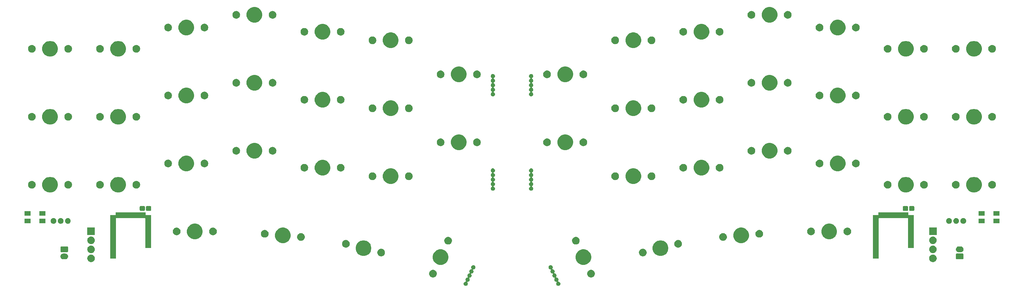
<source format=gts>
G04 #@! TF.GenerationSoftware,KiCad,Pcbnew,(5.1.4)-1*
G04 #@! TF.CreationDate,2019-10-06T21:48:39+09:00*
G04 #@! TF.ProjectId,caravelle,63617261-7665-46c6-9c65-2e6b69636164,rev?*
G04 #@! TF.SameCoordinates,PX2faf080PY2faf080*
G04 #@! TF.FileFunction,Soldermask,Top*
G04 #@! TF.FilePolarity,Negative*
%FSLAX46Y46*%
G04 Gerber Fmt 4.6, Leading zero omitted, Abs format (unit mm)*
G04 Created by KiCad (PCBNEW (5.1.4)-1) date 2019-10-06 21:48:39*
%MOMM*%
%LPD*%
G04 APERTURE LIST*
%ADD10C,0.100000*%
G04 APERTURE END LIST*
D10*
G36*
X149688343Y-79723360D02*
G01*
X149796390Y-79768115D01*
X149893629Y-79833088D01*
X149976324Y-79915783D01*
X150041297Y-80013022D01*
X150086052Y-80121069D01*
X150108867Y-80235771D01*
X150108867Y-80352719D01*
X150086052Y-80467421D01*
X150041297Y-80575468D01*
X149985493Y-80658985D01*
X149973945Y-80680590D01*
X149966833Y-80704039D01*
X149964431Y-80728425D01*
X149966833Y-80752811D01*
X149973946Y-80776260D01*
X149985498Y-80797871D01*
X150001043Y-80816813D01*
X150019985Y-80832358D01*
X150041596Y-80843909D01*
X150065045Y-80851021D01*
X150089430Y-80853423D01*
X150106345Y-80853423D01*
X150221047Y-80876238D01*
X150329094Y-80920993D01*
X150426333Y-80985966D01*
X150509028Y-81068661D01*
X150574001Y-81165900D01*
X150618756Y-81273947D01*
X150641571Y-81388649D01*
X150641571Y-81505597D01*
X150618756Y-81620299D01*
X150574001Y-81728346D01*
X150518201Y-81811856D01*
X150506650Y-81833467D01*
X150499537Y-81856916D01*
X150497135Y-81881302D01*
X150499537Y-81905688D01*
X150506650Y-81929137D01*
X150518202Y-81950747D01*
X150533747Y-81969689D01*
X150552689Y-81985234D01*
X150574300Y-81996785D01*
X150597749Y-82003898D01*
X150622134Y-82006300D01*
X150639049Y-82006300D01*
X150753751Y-82029115D01*
X150861798Y-82073870D01*
X150959037Y-82138843D01*
X151041732Y-82221538D01*
X151106705Y-82318777D01*
X151151460Y-82426824D01*
X151174275Y-82541526D01*
X151174275Y-82658474D01*
X151151460Y-82773176D01*
X151106705Y-82881223D01*
X151050901Y-82964740D01*
X151039353Y-82986345D01*
X151032241Y-83009794D01*
X151029839Y-83034180D01*
X151032241Y-83058566D01*
X151039354Y-83082015D01*
X151050906Y-83103626D01*
X151066451Y-83122568D01*
X151085393Y-83138113D01*
X151107004Y-83149664D01*
X151130453Y-83156776D01*
X151154838Y-83159178D01*
X151171754Y-83159178D01*
X151286456Y-83181993D01*
X151394503Y-83226748D01*
X151491742Y-83291721D01*
X151574437Y-83374416D01*
X151639410Y-83471655D01*
X151684165Y-83579702D01*
X151706980Y-83694404D01*
X151706980Y-83811352D01*
X151684165Y-83926054D01*
X151639410Y-84034101D01*
X151583610Y-84117611D01*
X151572059Y-84139222D01*
X151564946Y-84162671D01*
X151562544Y-84187057D01*
X151564946Y-84211443D01*
X151572059Y-84234892D01*
X151583611Y-84256502D01*
X151599156Y-84275444D01*
X151618098Y-84290989D01*
X151639709Y-84302540D01*
X151663158Y-84309653D01*
X151687543Y-84312055D01*
X151704458Y-84312055D01*
X151819160Y-84334870D01*
X151927207Y-84379625D01*
X152024446Y-84444598D01*
X152107141Y-84527293D01*
X152172114Y-84624532D01*
X152216869Y-84732579D01*
X152239684Y-84847281D01*
X152239684Y-84964229D01*
X152216869Y-85078931D01*
X152172114Y-85186978D01*
X152107141Y-85284217D01*
X152024446Y-85366912D01*
X151927207Y-85431885D01*
X151819160Y-85476640D01*
X151704458Y-85499455D01*
X151587510Y-85499455D01*
X151472808Y-85476640D01*
X151364761Y-85431885D01*
X151267522Y-85366912D01*
X151184827Y-85284217D01*
X151119854Y-85186978D01*
X151075099Y-85078931D01*
X151052284Y-84964229D01*
X151052284Y-84847281D01*
X151075099Y-84732579D01*
X151119854Y-84624532D01*
X151175656Y-84541019D01*
X151187205Y-84519411D01*
X151194318Y-84495962D01*
X151196720Y-84471576D01*
X151194318Y-84447190D01*
X151187205Y-84423741D01*
X151175653Y-84402131D01*
X151160108Y-84383189D01*
X151141166Y-84367644D01*
X151119555Y-84356093D01*
X151096106Y-84348980D01*
X151071721Y-84346578D01*
X151054806Y-84346578D01*
X150940104Y-84323763D01*
X150832057Y-84279008D01*
X150734818Y-84214035D01*
X150652123Y-84131340D01*
X150587150Y-84034101D01*
X150542395Y-83926054D01*
X150519580Y-83811352D01*
X150519580Y-83694404D01*
X150542395Y-83579702D01*
X150587150Y-83471655D01*
X150642954Y-83388138D01*
X150654502Y-83366533D01*
X150661614Y-83343084D01*
X150664016Y-83318698D01*
X150661614Y-83294312D01*
X150654501Y-83270863D01*
X150642949Y-83249252D01*
X150627404Y-83230310D01*
X150608462Y-83214765D01*
X150586851Y-83203214D01*
X150563402Y-83196102D01*
X150539017Y-83193700D01*
X150522101Y-83193700D01*
X150407399Y-83170885D01*
X150299352Y-83126130D01*
X150202113Y-83061157D01*
X150119418Y-82978462D01*
X150054445Y-82881223D01*
X150009690Y-82773176D01*
X149986875Y-82658474D01*
X149986875Y-82541526D01*
X150009690Y-82426824D01*
X150054445Y-82318777D01*
X150110247Y-82235264D01*
X150121796Y-82213656D01*
X150128909Y-82190207D01*
X150131311Y-82165821D01*
X150128909Y-82141435D01*
X150121796Y-82117986D01*
X150110244Y-82096376D01*
X150094699Y-82077434D01*
X150075757Y-82061889D01*
X150054146Y-82050338D01*
X150030697Y-82043225D01*
X150006312Y-82040823D01*
X149989397Y-82040823D01*
X149874695Y-82018008D01*
X149766648Y-81973253D01*
X149669409Y-81908280D01*
X149586714Y-81825585D01*
X149521741Y-81728346D01*
X149476986Y-81620299D01*
X149454171Y-81505597D01*
X149454171Y-81388649D01*
X149476986Y-81273947D01*
X149521741Y-81165900D01*
X149577545Y-81082383D01*
X149589093Y-81060778D01*
X149596205Y-81037329D01*
X149598607Y-81012943D01*
X149596205Y-80988557D01*
X149589092Y-80965108D01*
X149577540Y-80943497D01*
X149561995Y-80924555D01*
X149543053Y-80909010D01*
X149521442Y-80897459D01*
X149497993Y-80890347D01*
X149473608Y-80887945D01*
X149456693Y-80887945D01*
X149341991Y-80865130D01*
X149233944Y-80820375D01*
X149136705Y-80755402D01*
X149054010Y-80672707D01*
X148989037Y-80575468D01*
X148944282Y-80467421D01*
X148921467Y-80352719D01*
X148921467Y-80235771D01*
X148944282Y-80121069D01*
X148989037Y-80013022D01*
X149054010Y-79915783D01*
X149136705Y-79833088D01*
X149233944Y-79768115D01*
X149341991Y-79723360D01*
X149456693Y-79700545D01*
X149573641Y-79700545D01*
X149688343Y-79723360D01*
X149688343Y-79723360D01*
G37*
G36*
X128058009Y-79723360D02*
G01*
X128166056Y-79768115D01*
X128263295Y-79833088D01*
X128345990Y-79915783D01*
X128410963Y-80013022D01*
X128455718Y-80121069D01*
X128478533Y-80235771D01*
X128478533Y-80352719D01*
X128455718Y-80467421D01*
X128410963Y-80575468D01*
X128345990Y-80672707D01*
X128263295Y-80755402D01*
X128166056Y-80820375D01*
X128058009Y-80865130D01*
X127943307Y-80887945D01*
X127926392Y-80887945D01*
X127902006Y-80890347D01*
X127878557Y-80897460D01*
X127856946Y-80909011D01*
X127838004Y-80924556D01*
X127822459Y-80943498D01*
X127810908Y-80965109D01*
X127803795Y-80988558D01*
X127801393Y-81012944D01*
X127803795Y-81037330D01*
X127810908Y-81060779D01*
X127822455Y-81082383D01*
X127878259Y-81165900D01*
X127923014Y-81273947D01*
X127945829Y-81388649D01*
X127945829Y-81505597D01*
X127923014Y-81620299D01*
X127878259Y-81728346D01*
X127813286Y-81825585D01*
X127730591Y-81908280D01*
X127633352Y-81973253D01*
X127525305Y-82018008D01*
X127410603Y-82040823D01*
X127393688Y-82040823D01*
X127369302Y-82043225D01*
X127345853Y-82050338D01*
X127324242Y-82061889D01*
X127305300Y-82077434D01*
X127289755Y-82096376D01*
X127278204Y-82117987D01*
X127271091Y-82141436D01*
X127268689Y-82165822D01*
X127271091Y-82190208D01*
X127278204Y-82213657D01*
X127289753Y-82235264D01*
X127345555Y-82318777D01*
X127390310Y-82426824D01*
X127413125Y-82541526D01*
X127413125Y-82658474D01*
X127390310Y-82773176D01*
X127345555Y-82881223D01*
X127280582Y-82978462D01*
X127197887Y-83061157D01*
X127100648Y-83126130D01*
X126992601Y-83170885D01*
X126877899Y-83193700D01*
X126860983Y-83193700D01*
X126836597Y-83196102D01*
X126813148Y-83203215D01*
X126791537Y-83214766D01*
X126772595Y-83230311D01*
X126757050Y-83249253D01*
X126745499Y-83270864D01*
X126738386Y-83294313D01*
X126735984Y-83318699D01*
X126738386Y-83343085D01*
X126745499Y-83366534D01*
X126757046Y-83388138D01*
X126812850Y-83471655D01*
X126857605Y-83579702D01*
X126880420Y-83694404D01*
X126880420Y-83811352D01*
X126857605Y-83926054D01*
X126812850Y-84034101D01*
X126747877Y-84131340D01*
X126665182Y-84214035D01*
X126567943Y-84279008D01*
X126459896Y-84323763D01*
X126345194Y-84346578D01*
X126328279Y-84346578D01*
X126303893Y-84348980D01*
X126280444Y-84356093D01*
X126258833Y-84367644D01*
X126239891Y-84383189D01*
X126224346Y-84402131D01*
X126212795Y-84423742D01*
X126205682Y-84447191D01*
X126203280Y-84471577D01*
X126205682Y-84495963D01*
X126212795Y-84519412D01*
X126224344Y-84541019D01*
X126280146Y-84624532D01*
X126324901Y-84732579D01*
X126347716Y-84847281D01*
X126347716Y-84964229D01*
X126324901Y-85078931D01*
X126280146Y-85186978D01*
X126215173Y-85284217D01*
X126132478Y-85366912D01*
X126035239Y-85431885D01*
X125927192Y-85476640D01*
X125812490Y-85499455D01*
X125695542Y-85499455D01*
X125580840Y-85476640D01*
X125472793Y-85431885D01*
X125375554Y-85366912D01*
X125292859Y-85284217D01*
X125227886Y-85186978D01*
X125183131Y-85078931D01*
X125160316Y-84964229D01*
X125160316Y-84847281D01*
X125183131Y-84732579D01*
X125227886Y-84624532D01*
X125292859Y-84527293D01*
X125375554Y-84444598D01*
X125472793Y-84379625D01*
X125580840Y-84334870D01*
X125695542Y-84312055D01*
X125712457Y-84312055D01*
X125736843Y-84309653D01*
X125760292Y-84302540D01*
X125781903Y-84290989D01*
X125800845Y-84275444D01*
X125816390Y-84256502D01*
X125827941Y-84234891D01*
X125835054Y-84211442D01*
X125837456Y-84187056D01*
X125835054Y-84162670D01*
X125827941Y-84139221D01*
X125816390Y-84117611D01*
X125760590Y-84034101D01*
X125715835Y-83926054D01*
X125693020Y-83811352D01*
X125693020Y-83694404D01*
X125715835Y-83579702D01*
X125760590Y-83471655D01*
X125825563Y-83374416D01*
X125908258Y-83291721D01*
X126005497Y-83226748D01*
X126113544Y-83181993D01*
X126228246Y-83159178D01*
X126245162Y-83159178D01*
X126269548Y-83156776D01*
X126292997Y-83149663D01*
X126314608Y-83138112D01*
X126333550Y-83122567D01*
X126349095Y-83103625D01*
X126360646Y-83082014D01*
X126367759Y-83058565D01*
X126370161Y-83034179D01*
X126367759Y-83009793D01*
X126360646Y-82986344D01*
X126349099Y-82964740D01*
X126293295Y-82881223D01*
X126248540Y-82773176D01*
X126225725Y-82658474D01*
X126225725Y-82541526D01*
X126248540Y-82426824D01*
X126293295Y-82318777D01*
X126358268Y-82221538D01*
X126440963Y-82138843D01*
X126538202Y-82073870D01*
X126646249Y-82029115D01*
X126760951Y-82006300D01*
X126777866Y-82006300D01*
X126802252Y-82003898D01*
X126825701Y-81996785D01*
X126847312Y-81985234D01*
X126866254Y-81969689D01*
X126881799Y-81950747D01*
X126893350Y-81929136D01*
X126900463Y-81905687D01*
X126902865Y-81881301D01*
X126900463Y-81856915D01*
X126893350Y-81833466D01*
X126881799Y-81811856D01*
X126825999Y-81728346D01*
X126781244Y-81620299D01*
X126758429Y-81505597D01*
X126758429Y-81388649D01*
X126781244Y-81273947D01*
X126825999Y-81165900D01*
X126890972Y-81068661D01*
X126973667Y-80985966D01*
X127070906Y-80920993D01*
X127178953Y-80876238D01*
X127293655Y-80853423D01*
X127310570Y-80853423D01*
X127334956Y-80851021D01*
X127358405Y-80843908D01*
X127380016Y-80832357D01*
X127398958Y-80816812D01*
X127414503Y-80797870D01*
X127426054Y-80776259D01*
X127433167Y-80752810D01*
X127435569Y-80728424D01*
X127433167Y-80704038D01*
X127426054Y-80680589D01*
X127414507Y-80658985D01*
X127358703Y-80575468D01*
X127313948Y-80467421D01*
X127291133Y-80352719D01*
X127291133Y-80235771D01*
X127313948Y-80121069D01*
X127358703Y-80013022D01*
X127423676Y-79915783D01*
X127506371Y-79833088D01*
X127603610Y-79768115D01*
X127711657Y-79723360D01*
X127826359Y-79700545D01*
X127943307Y-79700545D01*
X128058009Y-79723360D01*
X128058009Y-79723360D01*
G37*
G36*
X161006303Y-81017179D02*
G01*
X161110147Y-81037835D01*
X161165536Y-81060778D01*
X161305784Y-81118870D01*
X161481853Y-81236516D01*
X161631588Y-81386251D01*
X161749234Y-81562320D01*
X161773249Y-81620299D01*
X161830269Y-81757957D01*
X161843721Y-81825585D01*
X161871581Y-81965644D01*
X161871581Y-82177402D01*
X161830269Y-82385088D01*
X161749234Y-82580726D01*
X161631588Y-82756795D01*
X161481853Y-82906530D01*
X161305784Y-83024176D01*
X161167447Y-83081476D01*
X161110147Y-83105211D01*
X161022893Y-83122567D01*
X160902460Y-83146523D01*
X160690702Y-83146523D01*
X160570269Y-83122567D01*
X160483015Y-83105211D01*
X160425715Y-83081476D01*
X160287378Y-83024176D01*
X160111309Y-82906530D01*
X159961574Y-82756795D01*
X159843928Y-82580726D01*
X159762893Y-82385088D01*
X159721581Y-82177402D01*
X159721581Y-81965644D01*
X159749441Y-81825585D01*
X159762893Y-81757957D01*
X159819913Y-81620299D01*
X159843928Y-81562320D01*
X159961574Y-81386251D01*
X160111309Y-81236516D01*
X160287378Y-81118870D01*
X160427626Y-81060778D01*
X160483015Y-81037835D01*
X160586859Y-81017179D01*
X160690702Y-80996523D01*
X160902460Y-80996523D01*
X161006303Y-81017179D01*
X161006303Y-81017179D01*
G37*
G36*
X116813140Y-81017179D02*
G01*
X116916984Y-81037835D01*
X116972373Y-81060778D01*
X117112621Y-81118870D01*
X117288690Y-81236516D01*
X117438425Y-81386251D01*
X117556071Y-81562320D01*
X117580086Y-81620299D01*
X117637106Y-81757957D01*
X117650558Y-81825585D01*
X117678418Y-81965644D01*
X117678418Y-82177402D01*
X117637106Y-82385088D01*
X117556071Y-82580726D01*
X117438425Y-82756795D01*
X117288690Y-82906530D01*
X117112621Y-83024176D01*
X116974284Y-83081476D01*
X116916984Y-83105211D01*
X116829730Y-83122567D01*
X116709297Y-83146523D01*
X116497539Y-83146523D01*
X116377106Y-83122567D01*
X116289852Y-83105211D01*
X116232552Y-83081476D01*
X116094215Y-83024176D01*
X115918146Y-82906530D01*
X115768411Y-82756795D01*
X115650765Y-82580726D01*
X115569730Y-82385088D01*
X115528418Y-82177402D01*
X115528418Y-81965644D01*
X115556278Y-81825585D01*
X115569730Y-81757957D01*
X115626750Y-81620299D01*
X115650765Y-81562320D01*
X115768411Y-81386251D01*
X115918146Y-81236516D01*
X116094215Y-81118870D01*
X116234463Y-81060778D01*
X116289852Y-81037835D01*
X116393696Y-81017179D01*
X116497539Y-80996523D01*
X116709297Y-80996523D01*
X116813140Y-81017179D01*
X116813140Y-81017179D01*
G37*
G36*
X159313752Y-75346711D02*
G01*
X159458879Y-75406825D01*
X159713017Y-75512092D01*
X160072346Y-75752188D01*
X160377929Y-76057771D01*
X160618025Y-76417100D01*
X160686165Y-76581606D01*
X160783406Y-76816365D01*
X160867716Y-77240219D01*
X160867716Y-77672383D01*
X160783406Y-78096237D01*
X160714903Y-78261618D01*
X160618025Y-78495502D01*
X160377929Y-78854831D01*
X160072346Y-79160414D01*
X159713017Y-79400510D01*
X159479133Y-79497388D01*
X159313752Y-79565891D01*
X158889898Y-79650201D01*
X158457734Y-79650201D01*
X158033880Y-79565891D01*
X157868499Y-79497388D01*
X157634615Y-79400510D01*
X157275286Y-79160414D01*
X156969703Y-78854831D01*
X156729607Y-78495502D01*
X156632729Y-78261618D01*
X156564226Y-78096237D01*
X156479916Y-77672383D01*
X156479916Y-77240219D01*
X156564226Y-76816365D01*
X156661467Y-76581606D01*
X156729607Y-76417100D01*
X156969703Y-76057771D01*
X157275286Y-75752188D01*
X157634615Y-75512092D01*
X157888753Y-75406825D01*
X158033880Y-75346711D01*
X158457734Y-75262401D01*
X158889898Y-75262401D01*
X159313752Y-75346711D01*
X159313752Y-75346711D01*
G37*
G36*
X119366119Y-75346711D02*
G01*
X119511246Y-75406825D01*
X119765384Y-75512092D01*
X120124713Y-75752188D01*
X120430296Y-76057771D01*
X120670392Y-76417100D01*
X120738532Y-76581606D01*
X120835773Y-76816365D01*
X120920083Y-77240219D01*
X120920083Y-77672383D01*
X120835773Y-78096237D01*
X120767270Y-78261618D01*
X120670392Y-78495502D01*
X120430296Y-78854831D01*
X120124713Y-79160414D01*
X119765384Y-79400510D01*
X119531500Y-79497388D01*
X119366119Y-79565891D01*
X118942265Y-79650201D01*
X118510101Y-79650201D01*
X118086247Y-79565891D01*
X117920866Y-79497388D01*
X117686982Y-79400510D01*
X117327653Y-79160414D01*
X117022070Y-78854831D01*
X116781974Y-78495502D01*
X116685096Y-78261618D01*
X116616593Y-78096237D01*
X116532283Y-77672383D01*
X116532283Y-77240219D01*
X116616593Y-76816365D01*
X116713834Y-76581606D01*
X116781974Y-76417100D01*
X117022070Y-76057771D01*
X117327653Y-75752188D01*
X117686982Y-75512092D01*
X117941120Y-75406825D01*
X118086247Y-75346711D01*
X118510101Y-75262401D01*
X118942265Y-75262401D01*
X119366119Y-75346711D01*
X119366119Y-75346711D01*
G37*
G36*
X21128687Y-76755027D02*
G01*
X21306274Y-76790350D01*
X21497362Y-76869502D01*
X21669336Y-76984411D01*
X21815589Y-77130664D01*
X21930498Y-77302638D01*
X22009650Y-77493726D01*
X22050000Y-77696584D01*
X22050000Y-77903416D01*
X22009650Y-78106274D01*
X21930498Y-78297362D01*
X21815589Y-78469336D01*
X21669336Y-78615589D01*
X21497362Y-78730498D01*
X21306274Y-78809650D01*
X21128687Y-78844973D01*
X21103417Y-78850000D01*
X20896583Y-78850000D01*
X20871313Y-78844973D01*
X20693726Y-78809650D01*
X20502638Y-78730498D01*
X20330664Y-78615589D01*
X20184411Y-78469336D01*
X20069502Y-78297362D01*
X19990350Y-78106274D01*
X19950000Y-77903416D01*
X19950000Y-77696584D01*
X19990350Y-77493726D01*
X20069502Y-77302638D01*
X20184411Y-77130664D01*
X20330664Y-76984411D01*
X20502638Y-76869502D01*
X20693726Y-76790350D01*
X20871313Y-76755027D01*
X20896583Y-76750000D01*
X21103417Y-76750000D01*
X21128687Y-76755027D01*
X21128687Y-76755027D01*
G37*
G36*
X256528687Y-76755027D02*
G01*
X256706274Y-76790350D01*
X256897362Y-76869502D01*
X257069336Y-76984411D01*
X257215589Y-77130664D01*
X257330498Y-77302638D01*
X257409650Y-77493726D01*
X257450000Y-77696584D01*
X257450000Y-77903416D01*
X257409650Y-78106274D01*
X257330498Y-78297362D01*
X257215589Y-78469336D01*
X257069336Y-78615589D01*
X256897362Y-78730498D01*
X256706274Y-78809650D01*
X256528687Y-78844973D01*
X256503417Y-78850000D01*
X256296583Y-78850000D01*
X256271313Y-78844973D01*
X256093726Y-78809650D01*
X255902638Y-78730498D01*
X255730664Y-78615589D01*
X255584411Y-78469336D01*
X255469502Y-78297362D01*
X255390350Y-78106274D01*
X255350000Y-77903416D01*
X255350000Y-77696584D01*
X255390350Y-77493726D01*
X255469502Y-77302638D01*
X255584411Y-77130664D01*
X255730664Y-76984411D01*
X255902638Y-76869502D01*
X256093726Y-76790350D01*
X256271313Y-76755027D01*
X256296583Y-76750000D01*
X256503417Y-76750000D01*
X256528687Y-76755027D01*
X256528687Y-76755027D01*
G37*
G36*
X264765765Y-76455585D02*
G01*
X264814388Y-76470335D01*
X264859204Y-76494289D01*
X264898479Y-76526521D01*
X264930711Y-76565796D01*
X264954665Y-76610612D01*
X264969415Y-76659235D01*
X264975000Y-76715940D01*
X264975000Y-77784060D01*
X264969415Y-77840765D01*
X264954665Y-77889388D01*
X264930711Y-77934204D01*
X264898479Y-77973479D01*
X264859204Y-78005711D01*
X264814388Y-78029665D01*
X264765765Y-78044415D01*
X264709060Y-78050000D01*
X263090940Y-78050000D01*
X263034235Y-78044415D01*
X262985612Y-78029665D01*
X262940796Y-78005711D01*
X262901521Y-77973479D01*
X262869289Y-77934204D01*
X262845335Y-77889388D01*
X262830585Y-77840765D01*
X262825000Y-77784060D01*
X262825000Y-76715940D01*
X262830585Y-76659235D01*
X262845335Y-76610612D01*
X262869289Y-76565796D01*
X262901521Y-76526521D01*
X262940796Y-76494289D01*
X262985612Y-76470335D01*
X263034235Y-76455585D01*
X263090940Y-76450000D01*
X264709060Y-76450000D01*
X264765765Y-76455585D01*
X264765765Y-76455585D01*
G37*
G36*
X13853471Y-76453859D02*
G01*
X13931827Y-76461576D01*
X14082628Y-76507321D01*
X14082630Y-76507322D01*
X14221605Y-76581606D01*
X14343422Y-76681578D01*
X14443394Y-76803395D01*
X14468072Y-76849564D01*
X14517679Y-76942372D01*
X14563424Y-77093173D01*
X14578870Y-77250000D01*
X14563424Y-77406827D01*
X14517679Y-77557628D01*
X14517678Y-77557630D01*
X14443394Y-77696605D01*
X14343422Y-77818422D01*
X14221605Y-77918394D01*
X14082630Y-77992678D01*
X14082628Y-77992679D01*
X13931827Y-78038424D01*
X13853471Y-78046141D01*
X13814294Y-78050000D01*
X13185706Y-78050000D01*
X13146529Y-78046141D01*
X13068173Y-78038424D01*
X12917372Y-77992679D01*
X12917370Y-77992678D01*
X12778395Y-77918394D01*
X12656578Y-77818422D01*
X12556606Y-77696605D01*
X12482322Y-77557630D01*
X12482321Y-77557628D01*
X12436576Y-77406827D01*
X12421130Y-77250000D01*
X12436576Y-77093173D01*
X12482321Y-76942372D01*
X12531928Y-76849564D01*
X12556606Y-76803395D01*
X12656578Y-76681578D01*
X12778395Y-76581606D01*
X12917370Y-76507322D01*
X12917372Y-76507321D01*
X13068173Y-76461576D01*
X13146529Y-76453859D01*
X13185706Y-76450000D01*
X13814294Y-76450000D01*
X13853471Y-76453859D01*
X13853471Y-76453859D01*
G37*
G36*
X249550000Y-65575001D02*
G01*
X249552402Y-65599387D01*
X249559515Y-65622836D01*
X249571066Y-65644447D01*
X249586611Y-65663389D01*
X249605553Y-65678934D01*
X249627164Y-65690485D01*
X249650613Y-65697598D01*
X249674999Y-65700000D01*
X251050000Y-65700000D01*
X251050000Y-74850000D01*
X249450000Y-74850000D01*
X249450000Y-66624999D01*
X249447598Y-66600613D01*
X249440485Y-66577164D01*
X249428934Y-66555553D01*
X249413389Y-66536611D01*
X249394447Y-66521066D01*
X249372836Y-66509515D01*
X249349387Y-66502402D01*
X249325001Y-66500000D01*
X241374999Y-66500000D01*
X241350613Y-66502402D01*
X241327164Y-66509515D01*
X241305553Y-66521066D01*
X241286611Y-66536611D01*
X241271066Y-66555553D01*
X241259515Y-66577164D01*
X241252402Y-66600613D01*
X241250000Y-66624999D01*
X241250000Y-77850000D01*
X239650000Y-77850000D01*
X239650000Y-65700000D01*
X241025001Y-65700000D01*
X241049387Y-65697598D01*
X241072836Y-65690485D01*
X241094447Y-65678934D01*
X241113389Y-65663389D01*
X241128934Y-65644447D01*
X241140485Y-65622836D01*
X241147598Y-65599387D01*
X241150000Y-65575001D01*
X241150000Y-64900000D01*
X249550000Y-64900000D01*
X249550000Y-65575001D01*
X249550000Y-65575001D01*
G37*
G36*
X36250000Y-65575001D02*
G01*
X36252402Y-65599387D01*
X36259515Y-65622836D01*
X36271066Y-65644447D01*
X36286611Y-65663389D01*
X36305553Y-65678934D01*
X36327164Y-65690485D01*
X36350613Y-65697598D01*
X36374999Y-65700000D01*
X37750000Y-65700000D01*
X37750000Y-74850000D01*
X36150000Y-74850000D01*
X36150000Y-66624999D01*
X36147598Y-66600613D01*
X36140485Y-66577164D01*
X36128934Y-66555553D01*
X36113389Y-66536611D01*
X36094447Y-66521066D01*
X36072836Y-66509515D01*
X36049387Y-66502402D01*
X36025001Y-66500000D01*
X28074999Y-66500000D01*
X28050613Y-66502402D01*
X28027164Y-66509515D01*
X28005553Y-66521066D01*
X27986611Y-66536611D01*
X27971066Y-66555553D01*
X27959515Y-66577164D01*
X27952402Y-66600613D01*
X27950000Y-66624999D01*
X27950000Y-77850000D01*
X26350000Y-77850000D01*
X26350000Y-65700000D01*
X27725001Y-65700000D01*
X27749387Y-65697598D01*
X27772836Y-65690485D01*
X27794447Y-65678934D01*
X27813389Y-65663389D01*
X27828934Y-65644447D01*
X27840485Y-65622836D01*
X27847598Y-65599387D01*
X27850000Y-65575001D01*
X27850000Y-64900000D01*
X36250000Y-64900000D01*
X36250000Y-65575001D01*
X36250000Y-65575001D01*
G37*
G36*
X175502592Y-75109948D02*
G01*
X175606436Y-75130604D01*
X175656663Y-75151409D01*
X175802073Y-75211639D01*
X175978142Y-75329285D01*
X176127877Y-75479020D01*
X176245523Y-75655089D01*
X176285742Y-75752188D01*
X176324671Y-75846170D01*
X176326558Y-75850727D01*
X176367870Y-76058413D01*
X176367870Y-76270171D01*
X176359947Y-76310000D01*
X176326558Y-76477858D01*
X176306401Y-76526521D01*
X176245523Y-76673495D01*
X176127877Y-76849564D01*
X175978142Y-76999299D01*
X175802073Y-77116945D01*
X175663736Y-77174245D01*
X175606436Y-77197980D01*
X175502592Y-77218636D01*
X175398749Y-77239292D01*
X175186991Y-77239292D01*
X175083148Y-77218636D01*
X174979304Y-77197980D01*
X174922004Y-77174245D01*
X174783667Y-77116945D01*
X174607598Y-76999299D01*
X174457863Y-76849564D01*
X174340217Y-76673495D01*
X174279339Y-76526521D01*
X174259182Y-76477858D01*
X174225793Y-76310000D01*
X174217870Y-76270171D01*
X174217870Y-76058413D01*
X174259182Y-75850727D01*
X174261070Y-75846170D01*
X174299998Y-75752188D01*
X174340217Y-75655089D01*
X174457863Y-75479020D01*
X174607598Y-75329285D01*
X174783667Y-75211639D01*
X174929077Y-75151409D01*
X174979304Y-75130604D01*
X175083148Y-75109948D01*
X175186991Y-75089292D01*
X175398749Y-75089292D01*
X175502592Y-75109948D01*
X175502592Y-75109948D01*
G37*
G36*
X102316851Y-75109948D02*
G01*
X102420695Y-75130604D01*
X102470922Y-75151409D01*
X102616332Y-75211639D01*
X102792401Y-75329285D01*
X102942136Y-75479020D01*
X103059782Y-75655089D01*
X103100001Y-75752188D01*
X103138930Y-75846170D01*
X103140817Y-75850727D01*
X103182129Y-76058413D01*
X103182129Y-76270171D01*
X103174206Y-76310000D01*
X103140817Y-76477858D01*
X103120660Y-76526521D01*
X103059782Y-76673495D01*
X102942136Y-76849564D01*
X102792401Y-76999299D01*
X102616332Y-77116945D01*
X102477995Y-77174245D01*
X102420695Y-77197980D01*
X102316851Y-77218636D01*
X102213008Y-77239292D01*
X102001250Y-77239292D01*
X101897407Y-77218636D01*
X101793563Y-77197980D01*
X101736263Y-77174245D01*
X101597926Y-77116945D01*
X101421857Y-76999299D01*
X101272122Y-76849564D01*
X101154476Y-76673495D01*
X101093598Y-76526521D01*
X101073441Y-76477858D01*
X101040052Y-76310000D01*
X101032129Y-76270171D01*
X101032129Y-76058413D01*
X101073441Y-75850727D01*
X101075329Y-75846170D01*
X101114257Y-75752188D01*
X101154476Y-75655089D01*
X101272122Y-75479020D01*
X101421857Y-75329285D01*
X101597926Y-75211639D01*
X101743336Y-75151409D01*
X101793563Y-75130604D01*
X101897407Y-75109948D01*
X102001250Y-75089292D01*
X102213008Y-75089292D01*
X102316851Y-75109948D01*
X102316851Y-75109948D01*
G37*
G36*
X180861908Y-72825739D02*
G01*
X181027289Y-72894242D01*
X181261173Y-72991120D01*
X181620502Y-73231216D01*
X181926085Y-73536799D01*
X182166181Y-73896128D01*
X182217462Y-74019932D01*
X182331562Y-74295393D01*
X182415872Y-74719247D01*
X182415872Y-75151411D01*
X182331562Y-75575265D01*
X182272770Y-75717200D01*
X182166181Y-75974530D01*
X181926085Y-76333859D01*
X181620502Y-76639442D01*
X181261173Y-76879538D01*
X181091062Y-76950000D01*
X180861908Y-77044919D01*
X180438054Y-77129229D01*
X180005890Y-77129229D01*
X179582036Y-77044919D01*
X179352882Y-76950000D01*
X179182771Y-76879538D01*
X178823442Y-76639442D01*
X178517859Y-76333859D01*
X178277763Y-75974530D01*
X178171174Y-75717200D01*
X178112382Y-75575265D01*
X178028072Y-75151411D01*
X178028072Y-74719247D01*
X178112382Y-74295393D01*
X178226482Y-74019932D01*
X178277763Y-73896128D01*
X178517859Y-73536799D01*
X178823442Y-73231216D01*
X179182771Y-72991120D01*
X179416655Y-72894242D01*
X179582036Y-72825739D01*
X180005890Y-72741429D01*
X180438054Y-72741429D01*
X180861908Y-72825739D01*
X180861908Y-72825739D01*
G37*
G36*
X97817963Y-72825739D02*
G01*
X97983344Y-72894242D01*
X98217228Y-72991120D01*
X98576557Y-73231216D01*
X98882140Y-73536799D01*
X99122236Y-73896128D01*
X99173517Y-74019932D01*
X99287617Y-74295393D01*
X99371927Y-74719247D01*
X99371927Y-75151411D01*
X99287617Y-75575265D01*
X99228825Y-75717200D01*
X99122236Y-75974530D01*
X98882140Y-76333859D01*
X98576557Y-76639442D01*
X98217228Y-76879538D01*
X98047117Y-76950000D01*
X97817963Y-77044919D01*
X97394109Y-77129229D01*
X96961945Y-77129229D01*
X96538091Y-77044919D01*
X96308937Y-76950000D01*
X96138826Y-76879538D01*
X95779497Y-76639442D01*
X95473914Y-76333859D01*
X95233818Y-75974530D01*
X95127229Y-75717200D01*
X95068437Y-75575265D01*
X94984127Y-75151411D01*
X94984127Y-74719247D01*
X95068437Y-74295393D01*
X95182537Y-74019932D01*
X95233818Y-73896128D01*
X95473914Y-73536799D01*
X95779497Y-73231216D01*
X96138826Y-72991120D01*
X96372710Y-72894242D01*
X96538091Y-72825739D01*
X96961945Y-72741429D01*
X97394109Y-72741429D01*
X97817963Y-72825739D01*
X97817963Y-72825739D01*
G37*
G36*
X21128707Y-74217597D02*
G01*
X21205836Y-74225193D01*
X21403762Y-74285233D01*
X21403765Y-74285234D01*
X21586170Y-74382732D01*
X21746055Y-74513945D01*
X21877268Y-74673830D01*
X21974766Y-74856235D01*
X21974767Y-74856238D01*
X22034807Y-75054164D01*
X22055080Y-75260000D01*
X22034807Y-75465836D01*
X22001612Y-75575265D01*
X21974766Y-75663765D01*
X21877268Y-75846170D01*
X21746055Y-76006055D01*
X21586170Y-76137268D01*
X21403765Y-76234766D01*
X21403762Y-76234767D01*
X21205836Y-76294807D01*
X21128707Y-76302403D01*
X21051580Y-76310000D01*
X20948420Y-76310000D01*
X20871293Y-76302403D01*
X20794164Y-76294807D01*
X20596238Y-76234767D01*
X20596235Y-76234766D01*
X20413830Y-76137268D01*
X20253945Y-76006055D01*
X20122732Y-75846170D01*
X20025234Y-75663765D01*
X19998388Y-75575265D01*
X19965193Y-75465836D01*
X19944920Y-75260000D01*
X19965193Y-75054164D01*
X20025233Y-74856238D01*
X20025234Y-74856235D01*
X20122732Y-74673830D01*
X20253945Y-74513945D01*
X20413830Y-74382732D01*
X20596235Y-74285234D01*
X20596238Y-74285233D01*
X20794164Y-74225193D01*
X20871293Y-74217597D01*
X20948420Y-74210000D01*
X21051580Y-74210000D01*
X21128707Y-74217597D01*
X21128707Y-74217597D01*
G37*
G36*
X256528707Y-74217597D02*
G01*
X256605836Y-74225193D01*
X256803762Y-74285233D01*
X256803765Y-74285234D01*
X256986170Y-74382732D01*
X257146055Y-74513945D01*
X257277268Y-74673830D01*
X257374766Y-74856235D01*
X257374767Y-74856238D01*
X257434807Y-75054164D01*
X257455080Y-75260000D01*
X257434807Y-75465836D01*
X257401612Y-75575265D01*
X257374766Y-75663765D01*
X257277268Y-75846170D01*
X257146055Y-76006055D01*
X256986170Y-76137268D01*
X256803765Y-76234766D01*
X256803762Y-76234767D01*
X256605836Y-76294807D01*
X256528707Y-76302403D01*
X256451580Y-76310000D01*
X256348420Y-76310000D01*
X256271293Y-76302403D01*
X256194164Y-76294807D01*
X255996238Y-76234767D01*
X255996235Y-76234766D01*
X255813830Y-76137268D01*
X255653945Y-76006055D01*
X255522732Y-75846170D01*
X255425234Y-75663765D01*
X255398388Y-75575265D01*
X255365193Y-75465836D01*
X255344920Y-75260000D01*
X255365193Y-75054164D01*
X255425233Y-74856238D01*
X255425234Y-74856235D01*
X255522732Y-74673830D01*
X255653945Y-74513945D01*
X255813830Y-74382732D01*
X255996235Y-74285234D01*
X255996238Y-74285233D01*
X256194164Y-74225193D01*
X256271293Y-74217597D01*
X256348420Y-74210000D01*
X256451580Y-74210000D01*
X256528707Y-74217597D01*
X256528707Y-74217597D01*
G37*
G36*
X264253471Y-74453859D02*
G01*
X264331827Y-74461576D01*
X264482628Y-74507321D01*
X264482630Y-74507322D01*
X264621605Y-74581606D01*
X264743422Y-74681578D01*
X264843394Y-74803395D01*
X264871639Y-74856238D01*
X264917679Y-74942372D01*
X264963424Y-75093173D01*
X264978870Y-75250000D01*
X264963424Y-75406827D01*
X264941524Y-75479020D01*
X264917678Y-75557630D01*
X264843394Y-75696605D01*
X264743422Y-75818422D01*
X264621605Y-75918394D01*
X264516586Y-75974528D01*
X264482628Y-75992679D01*
X264331827Y-76038424D01*
X264253471Y-76046141D01*
X264214294Y-76050000D01*
X263585706Y-76050000D01*
X263546529Y-76046141D01*
X263468173Y-76038424D01*
X263317372Y-75992679D01*
X263283414Y-75974528D01*
X263178395Y-75918394D01*
X263056578Y-75818422D01*
X262956606Y-75696605D01*
X262882322Y-75557630D01*
X262858476Y-75479020D01*
X262836576Y-75406827D01*
X262821130Y-75250000D01*
X262836576Y-75093173D01*
X262882321Y-74942372D01*
X262928361Y-74856238D01*
X262956606Y-74803395D01*
X263056578Y-74681578D01*
X263178395Y-74581606D01*
X263317370Y-74507322D01*
X263317372Y-74507321D01*
X263468173Y-74461576D01*
X263546529Y-74453859D01*
X263585706Y-74450000D01*
X264214294Y-74450000D01*
X264253471Y-74453859D01*
X264253471Y-74453859D01*
G37*
G36*
X14365765Y-74455585D02*
G01*
X14414388Y-74470335D01*
X14459204Y-74494289D01*
X14498479Y-74526521D01*
X14530711Y-74565796D01*
X14554665Y-74610612D01*
X14569415Y-74659235D01*
X14575000Y-74715940D01*
X14575000Y-75784060D01*
X14569415Y-75840765D01*
X14554665Y-75889388D01*
X14530711Y-75934204D01*
X14498479Y-75973479D01*
X14459204Y-76005711D01*
X14414388Y-76029665D01*
X14365765Y-76044415D01*
X14309060Y-76050000D01*
X12690940Y-76050000D01*
X12634235Y-76044415D01*
X12585612Y-76029665D01*
X12540796Y-76005711D01*
X12501521Y-75973479D01*
X12469289Y-75934204D01*
X12445335Y-75889388D01*
X12430585Y-75840765D01*
X12425000Y-75784060D01*
X12425000Y-74715940D01*
X12430585Y-74659235D01*
X12445335Y-74610612D01*
X12469289Y-74565796D01*
X12501521Y-74526521D01*
X12540796Y-74494289D01*
X12585612Y-74470335D01*
X12634235Y-74455585D01*
X12690940Y-74450000D01*
X14309060Y-74450000D01*
X14365765Y-74455585D01*
X14365765Y-74455585D01*
G37*
G36*
X92458647Y-72652022D02*
G01*
X92562491Y-72672678D01*
X92619791Y-72696413D01*
X92758128Y-72753713D01*
X92934197Y-72871359D01*
X93083932Y-73021094D01*
X93201578Y-73197163D01*
X93246730Y-73306171D01*
X93264885Y-73350000D01*
X93282613Y-73392801D01*
X93323925Y-73600487D01*
X93323925Y-73812245D01*
X93282613Y-74019931D01*
X93201578Y-74215569D01*
X93083932Y-74391638D01*
X92934197Y-74541373D01*
X92758128Y-74659019D01*
X92620707Y-74715940D01*
X92562491Y-74740054D01*
X92458647Y-74760710D01*
X92354804Y-74781366D01*
X92143046Y-74781366D01*
X92039203Y-74760710D01*
X91935359Y-74740054D01*
X91877143Y-74715940D01*
X91739722Y-74659019D01*
X91563653Y-74541373D01*
X91413918Y-74391638D01*
X91296272Y-74215569D01*
X91215237Y-74019931D01*
X91173925Y-73812245D01*
X91173925Y-73600487D01*
X91215237Y-73392801D01*
X91232966Y-73350000D01*
X91251120Y-73306171D01*
X91296272Y-73197163D01*
X91413918Y-73021094D01*
X91563653Y-72871359D01*
X91739722Y-72753713D01*
X91878059Y-72696413D01*
X91935359Y-72672678D01*
X92039203Y-72652022D01*
X92143046Y-72631366D01*
X92354804Y-72631366D01*
X92458647Y-72652022D01*
X92458647Y-72652022D01*
G37*
G36*
X185360796Y-72652022D02*
G01*
X185464640Y-72672678D01*
X185521940Y-72696413D01*
X185660277Y-72753713D01*
X185836346Y-72871359D01*
X185986081Y-73021094D01*
X186103727Y-73197163D01*
X186148879Y-73306171D01*
X186167034Y-73350000D01*
X186184762Y-73392801D01*
X186226074Y-73600487D01*
X186226074Y-73812245D01*
X186184762Y-74019931D01*
X186103727Y-74215569D01*
X185986081Y-74391638D01*
X185836346Y-74541373D01*
X185660277Y-74659019D01*
X185522856Y-74715940D01*
X185464640Y-74740054D01*
X185360796Y-74760710D01*
X185256953Y-74781366D01*
X185045195Y-74781366D01*
X184941352Y-74760710D01*
X184837508Y-74740054D01*
X184779292Y-74715940D01*
X184641871Y-74659019D01*
X184465802Y-74541373D01*
X184316067Y-74391638D01*
X184198421Y-74215569D01*
X184117386Y-74019931D01*
X184076074Y-73812245D01*
X184076074Y-73600487D01*
X184117386Y-73392801D01*
X184135115Y-73350000D01*
X184153269Y-73306171D01*
X184198421Y-73197163D01*
X184316067Y-73021094D01*
X184465802Y-72871359D01*
X184641871Y-72753713D01*
X184780208Y-72696413D01*
X184837508Y-72672678D01*
X184941352Y-72652022D01*
X185045195Y-72631366D01*
X185256953Y-72631366D01*
X185360796Y-72652022D01*
X185360796Y-72652022D01*
G37*
G36*
X121058670Y-71786735D02*
G01*
X121162514Y-71807391D01*
X121219814Y-71831126D01*
X121358151Y-71888426D01*
X121534220Y-72006072D01*
X121683955Y-72155807D01*
X121801601Y-72331876D01*
X121822437Y-72382180D01*
X121877107Y-72514164D01*
X121882636Y-72527514D01*
X121923948Y-72735200D01*
X121923948Y-72946958D01*
X121882636Y-73154644D01*
X121801601Y-73350282D01*
X121683955Y-73526351D01*
X121534220Y-73676086D01*
X121358151Y-73793732D01*
X121219814Y-73851032D01*
X121162514Y-73874767D01*
X121058670Y-73895423D01*
X120954827Y-73916079D01*
X120743069Y-73916079D01*
X120639226Y-73895423D01*
X120535382Y-73874767D01*
X120478082Y-73851032D01*
X120339745Y-73793732D01*
X120163676Y-73676086D01*
X120013941Y-73526351D01*
X119896295Y-73350282D01*
X119815260Y-73154644D01*
X119773948Y-72946958D01*
X119773948Y-72735200D01*
X119815260Y-72527514D01*
X119820790Y-72514164D01*
X119875459Y-72382180D01*
X119896295Y-72331876D01*
X120013941Y-72155807D01*
X120163676Y-72006072D01*
X120339745Y-71888426D01*
X120478082Y-71831126D01*
X120535382Y-71807391D01*
X120639226Y-71786735D01*
X120743069Y-71766079D01*
X120954827Y-71766079D01*
X121058670Y-71786735D01*
X121058670Y-71786735D01*
G37*
G36*
X156760773Y-71786735D02*
G01*
X156864617Y-71807391D01*
X156921917Y-71831126D01*
X157060254Y-71888426D01*
X157236323Y-72006072D01*
X157386058Y-72155807D01*
X157503704Y-72331876D01*
X157524540Y-72382180D01*
X157579210Y-72514164D01*
X157584739Y-72527514D01*
X157626051Y-72735200D01*
X157626051Y-72946958D01*
X157584739Y-73154644D01*
X157503704Y-73350282D01*
X157386058Y-73526351D01*
X157236323Y-73676086D01*
X157060254Y-73793732D01*
X156921917Y-73851032D01*
X156864617Y-73874767D01*
X156760773Y-73895423D01*
X156656930Y-73916079D01*
X156445172Y-73916079D01*
X156341329Y-73895423D01*
X156237485Y-73874767D01*
X156180185Y-73851032D01*
X156041848Y-73793732D01*
X155865779Y-73676086D01*
X155716044Y-73526351D01*
X155598398Y-73350282D01*
X155517363Y-73154644D01*
X155476051Y-72946958D01*
X155476051Y-72735200D01*
X155517363Y-72527514D01*
X155522893Y-72514164D01*
X155577562Y-72382180D01*
X155598398Y-72331876D01*
X155716044Y-72155807D01*
X155865779Y-72006072D01*
X156041848Y-71888426D01*
X156180185Y-71831126D01*
X156237485Y-71807391D01*
X156341329Y-71786735D01*
X156445172Y-71766079D01*
X156656930Y-71766079D01*
X156760773Y-71786735D01*
X156760773Y-71786735D01*
G37*
G36*
X21128707Y-71677596D02*
G01*
X21205836Y-71685193D01*
X21403762Y-71745233D01*
X21403765Y-71745234D01*
X21586170Y-71842732D01*
X21746055Y-71973945D01*
X21877268Y-72133830D01*
X21974766Y-72316235D01*
X21974767Y-72316238D01*
X22034807Y-72514164D01*
X22055080Y-72720000D01*
X22034807Y-72925836D01*
X22015003Y-72991120D01*
X21974766Y-73123765D01*
X21877268Y-73306170D01*
X21746055Y-73466055D01*
X21586170Y-73597268D01*
X21403765Y-73694766D01*
X21403762Y-73694767D01*
X21205836Y-73754807D01*
X21128707Y-73762403D01*
X21051580Y-73770000D01*
X20948420Y-73770000D01*
X20871293Y-73762403D01*
X20794164Y-73754807D01*
X20596238Y-73694767D01*
X20596235Y-73694766D01*
X20413830Y-73597268D01*
X20253945Y-73466055D01*
X20122732Y-73306170D01*
X20025234Y-73123765D01*
X19984997Y-72991120D01*
X19965193Y-72925836D01*
X19944920Y-72720000D01*
X19965193Y-72514164D01*
X20025233Y-72316238D01*
X20025234Y-72316235D01*
X20122732Y-72133830D01*
X20253945Y-71973945D01*
X20413830Y-71842732D01*
X20596235Y-71745234D01*
X20596238Y-71745233D01*
X20794164Y-71685193D01*
X20871293Y-71677596D01*
X20948420Y-71670000D01*
X21051580Y-71670000D01*
X21128707Y-71677596D01*
X21128707Y-71677596D01*
G37*
G36*
X256528707Y-71677596D02*
G01*
X256605836Y-71685193D01*
X256803762Y-71745233D01*
X256803765Y-71745234D01*
X256986170Y-71842732D01*
X257146055Y-71973945D01*
X257277268Y-72133830D01*
X257374766Y-72316235D01*
X257374767Y-72316238D01*
X257434807Y-72514164D01*
X257455080Y-72720000D01*
X257434807Y-72925836D01*
X257415003Y-72991120D01*
X257374766Y-73123765D01*
X257277268Y-73306170D01*
X257146055Y-73466055D01*
X256986170Y-73597268D01*
X256803765Y-73694766D01*
X256803762Y-73694767D01*
X256605836Y-73754807D01*
X256528707Y-73762403D01*
X256451580Y-73770000D01*
X256348420Y-73770000D01*
X256271293Y-73762403D01*
X256194164Y-73754807D01*
X255996238Y-73694767D01*
X255996235Y-73694766D01*
X255813830Y-73597268D01*
X255653945Y-73466055D01*
X255522732Y-73306170D01*
X255425234Y-73123765D01*
X255384997Y-72991120D01*
X255365193Y-72925836D01*
X255344920Y-72720000D01*
X255365193Y-72514164D01*
X255425233Y-72316238D01*
X255425234Y-72316235D01*
X255522732Y-72133830D01*
X255653945Y-71973945D01*
X255813830Y-71842732D01*
X255996235Y-71745234D01*
X255996238Y-71745233D01*
X256194164Y-71685193D01*
X256271293Y-71677596D01*
X256348420Y-71670000D01*
X256451580Y-71670000D01*
X256528707Y-71677596D01*
X256528707Y-71677596D01*
G37*
G36*
X203421603Y-69233391D02*
G01*
X203568461Y-69294222D01*
X203820868Y-69398772D01*
X204180197Y-69638868D01*
X204485780Y-69944451D01*
X204725876Y-70303780D01*
X204758356Y-70382195D01*
X204891257Y-70703045D01*
X204975567Y-71126899D01*
X204975567Y-71559063D01*
X204891257Y-71982917D01*
X204839392Y-72108129D01*
X204725876Y-72382182D01*
X204485780Y-72741511D01*
X204180197Y-73047094D01*
X203820868Y-73287190D01*
X203586984Y-73384068D01*
X203421603Y-73452571D01*
X202997749Y-73536881D01*
X202565585Y-73536881D01*
X202141731Y-73452571D01*
X201976350Y-73384068D01*
X201742466Y-73287190D01*
X201383137Y-73047094D01*
X201077554Y-72741511D01*
X200837458Y-72382182D01*
X200723942Y-72108129D01*
X200672077Y-71982917D01*
X200587767Y-71559063D01*
X200587767Y-71126899D01*
X200672077Y-70703045D01*
X200804978Y-70382195D01*
X200837458Y-70303780D01*
X201077554Y-69944451D01*
X201383137Y-69638868D01*
X201742466Y-69398772D01*
X201994873Y-69294222D01*
X202141731Y-69233391D01*
X202565585Y-69149081D01*
X202997749Y-69149081D01*
X203421603Y-69233391D01*
X203421603Y-69233391D01*
G37*
G36*
X75258268Y-69233391D02*
G01*
X75405126Y-69294222D01*
X75657533Y-69398772D01*
X76016862Y-69638868D01*
X76322445Y-69944451D01*
X76562541Y-70303780D01*
X76595021Y-70382195D01*
X76727922Y-70703045D01*
X76812232Y-71126899D01*
X76812232Y-71559063D01*
X76727922Y-71982917D01*
X76676057Y-72108129D01*
X76562541Y-72382182D01*
X76322445Y-72741511D01*
X76016862Y-73047094D01*
X75657533Y-73287190D01*
X75423649Y-73384068D01*
X75258268Y-73452571D01*
X74834414Y-73536881D01*
X74402250Y-73536881D01*
X73978396Y-73452571D01*
X73813015Y-73384068D01*
X73579131Y-73287190D01*
X73219802Y-73047094D01*
X72914219Y-72741511D01*
X72674123Y-72382182D01*
X72560607Y-72108129D01*
X72508742Y-71982917D01*
X72424432Y-71559063D01*
X72424432Y-71126899D01*
X72508742Y-70703045D01*
X72641643Y-70382195D01*
X72674123Y-70303780D01*
X72914219Y-69944451D01*
X73219802Y-69638868D01*
X73579131Y-69398772D01*
X73831538Y-69294222D01*
X73978396Y-69233391D01*
X74402250Y-69149081D01*
X74834414Y-69149081D01*
X75258268Y-69233391D01*
X75258268Y-69233391D01*
G37*
G36*
X197931500Y-70740220D02*
G01*
X198035344Y-70760876D01*
X198092644Y-70784611D01*
X198230981Y-70841911D01*
X198407050Y-70959557D01*
X198556785Y-71109292D01*
X198674431Y-71285361D01*
X198755466Y-71480999D01*
X198796778Y-71688685D01*
X198796778Y-71900443D01*
X198782157Y-71973945D01*
X198755466Y-72108130D01*
X198735717Y-72155807D01*
X198674431Y-72303767D01*
X198556785Y-72479836D01*
X198407050Y-72629571D01*
X198230981Y-72747217D01*
X198092644Y-72804517D01*
X198035344Y-72828252D01*
X197931500Y-72848908D01*
X197827657Y-72869564D01*
X197615899Y-72869564D01*
X197512056Y-72848908D01*
X197408212Y-72828252D01*
X197350912Y-72804517D01*
X197212575Y-72747217D01*
X197036506Y-72629571D01*
X196886771Y-72479836D01*
X196769125Y-72303767D01*
X196707839Y-72155807D01*
X196688090Y-72108130D01*
X196661399Y-71973945D01*
X196646778Y-71900443D01*
X196646778Y-71688685D01*
X196688090Y-71480999D01*
X196769125Y-71285361D01*
X196886771Y-71109292D01*
X197036506Y-70959557D01*
X197212575Y-70841911D01*
X197350912Y-70784611D01*
X197408212Y-70760876D01*
X197512056Y-70740220D01*
X197615899Y-70719564D01*
X197827657Y-70719564D01*
X197931500Y-70740220D01*
X197931500Y-70740220D01*
G37*
G36*
X79887943Y-70740220D02*
G01*
X79991787Y-70760876D01*
X80049087Y-70784611D01*
X80187424Y-70841911D01*
X80363493Y-70959557D01*
X80513228Y-71109292D01*
X80630874Y-71285361D01*
X80711909Y-71480999D01*
X80753221Y-71688685D01*
X80753221Y-71900443D01*
X80738600Y-71973945D01*
X80711909Y-72108130D01*
X80692160Y-72155807D01*
X80630874Y-72303767D01*
X80513228Y-72479836D01*
X80363493Y-72629571D01*
X80187424Y-72747217D01*
X80049087Y-72804517D01*
X79991787Y-72828252D01*
X79887943Y-72848908D01*
X79784100Y-72869564D01*
X79572342Y-72869564D01*
X79468499Y-72848908D01*
X79364655Y-72828252D01*
X79307355Y-72804517D01*
X79169018Y-72747217D01*
X78992949Y-72629571D01*
X78843214Y-72479836D01*
X78725568Y-72303767D01*
X78664282Y-72155807D01*
X78644533Y-72108130D01*
X78617842Y-71973945D01*
X78603221Y-71900443D01*
X78603221Y-71688685D01*
X78644533Y-71480999D01*
X78725568Y-71285361D01*
X78843214Y-71109292D01*
X78992949Y-70959557D01*
X79169018Y-70841911D01*
X79307355Y-70784611D01*
X79364655Y-70760876D01*
X79468499Y-70740220D01*
X79572342Y-70719564D01*
X79784100Y-70719564D01*
X79887943Y-70740220D01*
X79887943Y-70740220D01*
G37*
G36*
X228033686Y-68137285D02*
G01*
X228199067Y-68205788D01*
X228432951Y-68302666D01*
X228792280Y-68542762D01*
X229097863Y-68848345D01*
X229337959Y-69207674D01*
X229417114Y-69398772D01*
X229503340Y-69606939D01*
X229587650Y-70030793D01*
X229587650Y-70462957D01*
X229503340Y-70886811D01*
X229457583Y-70997277D01*
X229337959Y-71286076D01*
X229097863Y-71645405D01*
X228792280Y-71950988D01*
X228432951Y-72191084D01*
X228199067Y-72287962D01*
X228033686Y-72356465D01*
X227609832Y-72440775D01*
X227177668Y-72440775D01*
X226753814Y-72356465D01*
X226588433Y-72287962D01*
X226354549Y-72191084D01*
X225995220Y-71950988D01*
X225689637Y-71645405D01*
X225449541Y-71286076D01*
X225329917Y-70997277D01*
X225284160Y-70886811D01*
X225199850Y-70462957D01*
X225199850Y-70030793D01*
X225284160Y-69606939D01*
X225370386Y-69398772D01*
X225449541Y-69207674D01*
X225689637Y-68848345D01*
X225995220Y-68542762D01*
X226354549Y-68302666D01*
X226588433Y-68205788D01*
X226753814Y-68137285D01*
X227177668Y-68052975D01*
X227609832Y-68052975D01*
X228033686Y-68137285D01*
X228033686Y-68137285D01*
G37*
G36*
X50646186Y-68137285D02*
G01*
X50811567Y-68205788D01*
X51045451Y-68302666D01*
X51404780Y-68542762D01*
X51710363Y-68848345D01*
X51950459Y-69207674D01*
X52029614Y-69398772D01*
X52115840Y-69606939D01*
X52200150Y-70030793D01*
X52200150Y-70462957D01*
X52115840Y-70886811D01*
X52070083Y-70997277D01*
X51950459Y-71286076D01*
X51710363Y-71645405D01*
X51404780Y-71950988D01*
X51045451Y-72191084D01*
X50811567Y-72287962D01*
X50646186Y-72356465D01*
X50222332Y-72440775D01*
X49790168Y-72440775D01*
X49366314Y-72356465D01*
X49200933Y-72287962D01*
X48967049Y-72191084D01*
X48607720Y-71950988D01*
X48302137Y-71645405D01*
X48062041Y-71286076D01*
X47942417Y-70997277D01*
X47896660Y-70886811D01*
X47812350Y-70462957D01*
X47812350Y-70030793D01*
X47896660Y-69606939D01*
X47982886Y-69398772D01*
X48062041Y-69207674D01*
X48302137Y-68848345D01*
X48607720Y-68542762D01*
X48967049Y-68302666D01*
X49200933Y-68205788D01*
X49366314Y-68137285D01*
X49790168Y-68052975D01*
X50222332Y-68052975D01*
X50646186Y-68137285D01*
X50646186Y-68137285D01*
G37*
G36*
X208051278Y-69837054D02*
G01*
X208155122Y-69857710D01*
X208212422Y-69881445D01*
X208350759Y-69938745D01*
X208526828Y-70056391D01*
X208676563Y-70206126D01*
X208794209Y-70382195D01*
X208875244Y-70577833D01*
X208903437Y-70719564D01*
X208916556Y-70785520D01*
X208916556Y-70997276D01*
X208875244Y-71204964D01*
X208851509Y-71262264D01*
X208794209Y-71400601D01*
X208676563Y-71576670D01*
X208526828Y-71726405D01*
X208350759Y-71844051D01*
X208214618Y-71900442D01*
X208155122Y-71925086D01*
X208051278Y-71945742D01*
X207947435Y-71966398D01*
X207735677Y-71966398D01*
X207631834Y-71945742D01*
X207527990Y-71925086D01*
X207468494Y-71900442D01*
X207332353Y-71844051D01*
X207156284Y-71726405D01*
X207006549Y-71576670D01*
X206888903Y-71400601D01*
X206831603Y-71262264D01*
X206807868Y-71204964D01*
X206766556Y-70997276D01*
X206766556Y-70785520D01*
X206779676Y-70719564D01*
X206807868Y-70577833D01*
X206888903Y-70382195D01*
X207006549Y-70206126D01*
X207156284Y-70056391D01*
X207332353Y-69938745D01*
X207470690Y-69881445D01*
X207527990Y-69857710D01*
X207631834Y-69837054D01*
X207735677Y-69816398D01*
X207947435Y-69816398D01*
X208051278Y-69837054D01*
X208051278Y-69837054D01*
G37*
G36*
X69768165Y-69837054D02*
G01*
X69872009Y-69857710D01*
X69929309Y-69881445D01*
X70067646Y-69938745D01*
X70243715Y-70056391D01*
X70393450Y-70206126D01*
X70511096Y-70382195D01*
X70592131Y-70577833D01*
X70620324Y-70719564D01*
X70633443Y-70785520D01*
X70633443Y-70997276D01*
X70592131Y-71204964D01*
X70568396Y-71262264D01*
X70511096Y-71400601D01*
X70393450Y-71576670D01*
X70243715Y-71726405D01*
X70067646Y-71844051D01*
X69931505Y-71900442D01*
X69872009Y-71925086D01*
X69768165Y-71945742D01*
X69664322Y-71966398D01*
X69452564Y-71966398D01*
X69348721Y-71945742D01*
X69244877Y-71925086D01*
X69185381Y-71900442D01*
X69049240Y-71844051D01*
X68873171Y-71726405D01*
X68723436Y-71576670D01*
X68605790Y-71400601D01*
X68548490Y-71262264D01*
X68524755Y-71204964D01*
X68483443Y-70997276D01*
X68483443Y-70785520D01*
X68496563Y-70719564D01*
X68524755Y-70577833D01*
X68605790Y-70382195D01*
X68723436Y-70206126D01*
X68873171Y-70056391D01*
X69049240Y-69938745D01*
X69187577Y-69881445D01*
X69244877Y-69857710D01*
X69348721Y-69837054D01*
X69452564Y-69816398D01*
X69664322Y-69816398D01*
X69768165Y-69837054D01*
X69768165Y-69837054D01*
G37*
G36*
X232683472Y-69192531D02*
G01*
X232787316Y-69213187D01*
X232836092Y-69233391D01*
X232982953Y-69294222D01*
X233159022Y-69411868D01*
X233308757Y-69561603D01*
X233426403Y-69737672D01*
X233507438Y-69933310D01*
X233548750Y-70140996D01*
X233548750Y-70352754D01*
X233507438Y-70560440D01*
X233426403Y-70756078D01*
X233308757Y-70932147D01*
X233159022Y-71081882D01*
X232982953Y-71199528D01*
X232844616Y-71256828D01*
X232787316Y-71280563D01*
X232759600Y-71286076D01*
X232579629Y-71321875D01*
X232367871Y-71321875D01*
X232187900Y-71286076D01*
X232160184Y-71280563D01*
X232102884Y-71256828D01*
X231964547Y-71199528D01*
X231788478Y-71081882D01*
X231638743Y-70932147D01*
X231521097Y-70756078D01*
X231440062Y-70560440D01*
X231398750Y-70352754D01*
X231398750Y-70140996D01*
X231440062Y-69933310D01*
X231521097Y-69737672D01*
X231638743Y-69561603D01*
X231788478Y-69411868D01*
X231964547Y-69294222D01*
X232111408Y-69233391D01*
X232160184Y-69213187D01*
X232264028Y-69192531D01*
X232367871Y-69171875D01*
X232579629Y-69171875D01*
X232683472Y-69192531D01*
X232683472Y-69192531D01*
G37*
G36*
X222523472Y-69192531D02*
G01*
X222627316Y-69213187D01*
X222676092Y-69233391D01*
X222822953Y-69294222D01*
X222999022Y-69411868D01*
X223148757Y-69561603D01*
X223266403Y-69737672D01*
X223347438Y-69933310D01*
X223388750Y-70140996D01*
X223388750Y-70352754D01*
X223347438Y-70560440D01*
X223266403Y-70756078D01*
X223148757Y-70932147D01*
X222999022Y-71081882D01*
X222822953Y-71199528D01*
X222684616Y-71256828D01*
X222627316Y-71280563D01*
X222599600Y-71286076D01*
X222419629Y-71321875D01*
X222207871Y-71321875D01*
X222027900Y-71286076D01*
X222000184Y-71280563D01*
X221942884Y-71256828D01*
X221804547Y-71199528D01*
X221628478Y-71081882D01*
X221478743Y-70932147D01*
X221361097Y-70756078D01*
X221280062Y-70560440D01*
X221238750Y-70352754D01*
X221238750Y-70140996D01*
X221280062Y-69933310D01*
X221361097Y-69737672D01*
X221478743Y-69561603D01*
X221628478Y-69411868D01*
X221804547Y-69294222D01*
X221951408Y-69233391D01*
X222000184Y-69213187D01*
X222104028Y-69192531D01*
X222207871Y-69171875D01*
X222419629Y-69171875D01*
X222523472Y-69192531D01*
X222523472Y-69192531D01*
G37*
G36*
X55295972Y-69192531D02*
G01*
X55399816Y-69213187D01*
X55448592Y-69233391D01*
X55595453Y-69294222D01*
X55771522Y-69411868D01*
X55921257Y-69561603D01*
X56038903Y-69737672D01*
X56119938Y-69933310D01*
X56161250Y-70140996D01*
X56161250Y-70352754D01*
X56119938Y-70560440D01*
X56038903Y-70756078D01*
X55921257Y-70932147D01*
X55771522Y-71081882D01*
X55595453Y-71199528D01*
X55457116Y-71256828D01*
X55399816Y-71280563D01*
X55372100Y-71286076D01*
X55192129Y-71321875D01*
X54980371Y-71321875D01*
X54800400Y-71286076D01*
X54772684Y-71280563D01*
X54715384Y-71256828D01*
X54577047Y-71199528D01*
X54400978Y-71081882D01*
X54251243Y-70932147D01*
X54133597Y-70756078D01*
X54052562Y-70560440D01*
X54011250Y-70352754D01*
X54011250Y-70140996D01*
X54052562Y-69933310D01*
X54133597Y-69737672D01*
X54251243Y-69561603D01*
X54400978Y-69411868D01*
X54577047Y-69294222D01*
X54723908Y-69233391D01*
X54772684Y-69213187D01*
X54876528Y-69192531D01*
X54980371Y-69171875D01*
X55192129Y-69171875D01*
X55295972Y-69192531D01*
X55295972Y-69192531D01*
G37*
G36*
X45135972Y-69192531D02*
G01*
X45239816Y-69213187D01*
X45288592Y-69233391D01*
X45435453Y-69294222D01*
X45611522Y-69411868D01*
X45761257Y-69561603D01*
X45878903Y-69737672D01*
X45959938Y-69933310D01*
X46001250Y-70140996D01*
X46001250Y-70352754D01*
X45959938Y-70560440D01*
X45878903Y-70756078D01*
X45761257Y-70932147D01*
X45611522Y-71081882D01*
X45435453Y-71199528D01*
X45297116Y-71256828D01*
X45239816Y-71280563D01*
X45212100Y-71286076D01*
X45032129Y-71321875D01*
X44820371Y-71321875D01*
X44640400Y-71286076D01*
X44612684Y-71280563D01*
X44555384Y-71256828D01*
X44417047Y-71199528D01*
X44240978Y-71081882D01*
X44091243Y-70932147D01*
X43973597Y-70756078D01*
X43892562Y-70560440D01*
X43851250Y-70352754D01*
X43851250Y-70140996D01*
X43892562Y-69933310D01*
X43973597Y-69737672D01*
X44091243Y-69561603D01*
X44240978Y-69411868D01*
X44417047Y-69294222D01*
X44563908Y-69233391D01*
X44612684Y-69213187D01*
X44716528Y-69192531D01*
X44820371Y-69171875D01*
X45032129Y-69171875D01*
X45135972Y-69192531D01*
X45135972Y-69192531D01*
G37*
G36*
X22050000Y-71230000D02*
G01*
X19950000Y-71230000D01*
X19950000Y-69130000D01*
X22050000Y-69130000D01*
X22050000Y-71230000D01*
X22050000Y-71230000D01*
G37*
G36*
X257450000Y-71230000D02*
G01*
X255350000Y-71230000D01*
X255350000Y-69130000D01*
X257450000Y-69130000D01*
X257450000Y-71230000D01*
X257450000Y-71230000D01*
G37*
G36*
X263133351Y-66530743D02*
G01*
X263278941Y-66591048D01*
X263409970Y-66678599D01*
X263521401Y-66790030D01*
X263608952Y-66921059D01*
X263669257Y-67066649D01*
X263700000Y-67221206D01*
X263700000Y-67378794D01*
X263669257Y-67533351D01*
X263608952Y-67678941D01*
X263521401Y-67809970D01*
X263409970Y-67921401D01*
X263278941Y-68008952D01*
X263133351Y-68069257D01*
X262978794Y-68100000D01*
X262821206Y-68100000D01*
X262666649Y-68069257D01*
X262521059Y-68008952D01*
X262390030Y-67921401D01*
X262278599Y-67809970D01*
X262191048Y-67678941D01*
X262130743Y-67533351D01*
X262100000Y-67378794D01*
X262100000Y-67221206D01*
X262130743Y-67066649D01*
X262191048Y-66921059D01*
X262278599Y-66790030D01*
X262390030Y-66678599D01*
X262521059Y-66591048D01*
X262666649Y-66530743D01*
X262821206Y-66500000D01*
X262978794Y-66500000D01*
X263133351Y-66530743D01*
X263133351Y-66530743D01*
G37*
G36*
X265133351Y-66530743D02*
G01*
X265278941Y-66591048D01*
X265409970Y-66678599D01*
X265521401Y-66790030D01*
X265608952Y-66921059D01*
X265669257Y-67066649D01*
X265700000Y-67221206D01*
X265700000Y-67378794D01*
X265669257Y-67533351D01*
X265608952Y-67678941D01*
X265521401Y-67809970D01*
X265409970Y-67921401D01*
X265278941Y-68008952D01*
X265133351Y-68069257D01*
X264978794Y-68100000D01*
X264821206Y-68100000D01*
X264666649Y-68069257D01*
X264521059Y-68008952D01*
X264390030Y-67921401D01*
X264278599Y-67809970D01*
X264191048Y-67678941D01*
X264130743Y-67533351D01*
X264100000Y-67378794D01*
X264100000Y-67221206D01*
X264130743Y-67066649D01*
X264191048Y-66921059D01*
X264278599Y-66790030D01*
X264390030Y-66678599D01*
X264521059Y-66591048D01*
X264666649Y-66530743D01*
X264821206Y-66500000D01*
X264978794Y-66500000D01*
X265133351Y-66530743D01*
X265133351Y-66530743D01*
G37*
G36*
X261133351Y-66530743D02*
G01*
X261278941Y-66591048D01*
X261409970Y-66678599D01*
X261521401Y-66790030D01*
X261608952Y-66921059D01*
X261669257Y-67066649D01*
X261700000Y-67221206D01*
X261700000Y-67378794D01*
X261669257Y-67533351D01*
X261608952Y-67678941D01*
X261521401Y-67809970D01*
X261409970Y-67921401D01*
X261278941Y-68008952D01*
X261133351Y-68069257D01*
X260978794Y-68100000D01*
X260821206Y-68100000D01*
X260666649Y-68069257D01*
X260521059Y-68008952D01*
X260390030Y-67921401D01*
X260278599Y-67809970D01*
X260191048Y-67678941D01*
X260130743Y-67533351D01*
X260100000Y-67378794D01*
X260100000Y-67221206D01*
X260130743Y-67066649D01*
X260191048Y-66921059D01*
X260278599Y-66790030D01*
X260390030Y-66678599D01*
X260521059Y-66591048D01*
X260666649Y-66530743D01*
X260821206Y-66500000D01*
X260978794Y-66500000D01*
X261133351Y-66530743D01*
X261133351Y-66530743D01*
G37*
G36*
X14733351Y-66530743D02*
G01*
X14878941Y-66591048D01*
X15009970Y-66678599D01*
X15121401Y-66790030D01*
X15208952Y-66921059D01*
X15269257Y-67066649D01*
X15300000Y-67221206D01*
X15300000Y-67378794D01*
X15269257Y-67533351D01*
X15208952Y-67678941D01*
X15121401Y-67809970D01*
X15009970Y-67921401D01*
X14878941Y-68008952D01*
X14733351Y-68069257D01*
X14578794Y-68100000D01*
X14421206Y-68100000D01*
X14266649Y-68069257D01*
X14121059Y-68008952D01*
X13990030Y-67921401D01*
X13878599Y-67809970D01*
X13791048Y-67678941D01*
X13730743Y-67533351D01*
X13700000Y-67378794D01*
X13700000Y-67221206D01*
X13730743Y-67066649D01*
X13791048Y-66921059D01*
X13878599Y-66790030D01*
X13990030Y-66678599D01*
X14121059Y-66591048D01*
X14266649Y-66530743D01*
X14421206Y-66500000D01*
X14578794Y-66500000D01*
X14733351Y-66530743D01*
X14733351Y-66530743D01*
G37*
G36*
X12733351Y-66530743D02*
G01*
X12878941Y-66591048D01*
X13009970Y-66678599D01*
X13121401Y-66790030D01*
X13208952Y-66921059D01*
X13269257Y-67066649D01*
X13300000Y-67221206D01*
X13300000Y-67378794D01*
X13269257Y-67533351D01*
X13208952Y-67678941D01*
X13121401Y-67809970D01*
X13009970Y-67921401D01*
X12878941Y-68008952D01*
X12733351Y-68069257D01*
X12578794Y-68100000D01*
X12421206Y-68100000D01*
X12266649Y-68069257D01*
X12121059Y-68008952D01*
X11990030Y-67921401D01*
X11878599Y-67809970D01*
X11791048Y-67678941D01*
X11730743Y-67533351D01*
X11700000Y-67378794D01*
X11700000Y-67221206D01*
X11730743Y-67066649D01*
X11791048Y-66921059D01*
X11878599Y-66790030D01*
X11990030Y-66678599D01*
X12121059Y-66591048D01*
X12266649Y-66530743D01*
X12421206Y-66500000D01*
X12578794Y-66500000D01*
X12733351Y-66530743D01*
X12733351Y-66530743D01*
G37*
G36*
X10733351Y-66530743D02*
G01*
X10878941Y-66591048D01*
X11009970Y-66678599D01*
X11121401Y-66790030D01*
X11208952Y-66921059D01*
X11269257Y-67066649D01*
X11300000Y-67221206D01*
X11300000Y-67378794D01*
X11269257Y-67533351D01*
X11208952Y-67678941D01*
X11121401Y-67809970D01*
X11009970Y-67921401D01*
X10878941Y-68008952D01*
X10733351Y-68069257D01*
X10578794Y-68100000D01*
X10421206Y-68100000D01*
X10266649Y-68069257D01*
X10121059Y-68008952D01*
X9990030Y-67921401D01*
X9878599Y-67809970D01*
X9791048Y-67678941D01*
X9730743Y-67533351D01*
X9700000Y-67378794D01*
X9700000Y-67221206D01*
X9730743Y-67066649D01*
X9791048Y-66921059D01*
X9878599Y-66790030D01*
X9990030Y-66678599D01*
X10121059Y-66591048D01*
X10266649Y-66530743D01*
X10421206Y-66500000D01*
X10578794Y-66500000D01*
X10733351Y-66530743D01*
X10733351Y-66530743D01*
G37*
G36*
X4050000Y-67950000D02*
G01*
X2400000Y-67950000D01*
X2400000Y-66700000D01*
X4050000Y-66700000D01*
X4050000Y-67950000D01*
X4050000Y-67950000D01*
G37*
G36*
X275000000Y-67950000D02*
G01*
X273350000Y-67950000D01*
X273350000Y-66700000D01*
X275000000Y-66700000D01*
X275000000Y-67950000D01*
X275000000Y-67950000D01*
G37*
G36*
X270850000Y-67950000D02*
G01*
X269200000Y-67950000D01*
X269200000Y-66700000D01*
X270850000Y-66700000D01*
X270850000Y-67950000D01*
X270850000Y-67950000D01*
G37*
G36*
X8200000Y-67950000D02*
G01*
X6550000Y-67950000D01*
X6550000Y-66700000D01*
X8200000Y-66700000D01*
X8200000Y-67950000D01*
X8200000Y-67950000D01*
G37*
G36*
X275000000Y-65800000D02*
G01*
X273350000Y-65800000D01*
X273350000Y-64550000D01*
X275000000Y-64550000D01*
X275000000Y-65800000D01*
X275000000Y-65800000D01*
G37*
G36*
X270850000Y-65800000D02*
G01*
X269200000Y-65800000D01*
X269200000Y-64550000D01*
X270850000Y-64550000D01*
X270850000Y-65800000D01*
X270850000Y-65800000D01*
G37*
G36*
X8200000Y-65800000D02*
G01*
X6550000Y-65800000D01*
X6550000Y-64550000D01*
X8200000Y-64550000D01*
X8200000Y-65800000D01*
X8200000Y-65800000D01*
G37*
G36*
X4050000Y-65800000D02*
G01*
X2400000Y-65800000D01*
X2400000Y-64550000D01*
X4050000Y-64550000D01*
X4050000Y-65800000D01*
X4050000Y-65800000D01*
G37*
G36*
X37578530Y-63130877D02*
G01*
X37630010Y-63146493D01*
X37677445Y-63171848D01*
X37719027Y-63205973D01*
X37753152Y-63247555D01*
X37778507Y-63294990D01*
X37794123Y-63346470D01*
X37800000Y-63406140D01*
X37800000Y-64193860D01*
X37794123Y-64253530D01*
X37778507Y-64305010D01*
X37753152Y-64352445D01*
X37719027Y-64394027D01*
X37677445Y-64428152D01*
X37630010Y-64453507D01*
X37578530Y-64469123D01*
X37518860Y-64475000D01*
X36631140Y-64475000D01*
X36571470Y-64469123D01*
X36519990Y-64453507D01*
X36472555Y-64428152D01*
X36430973Y-64394027D01*
X36396848Y-64352445D01*
X36371493Y-64305010D01*
X36355877Y-64253530D01*
X36350000Y-64193860D01*
X36350000Y-63406140D01*
X36355877Y-63346470D01*
X36371493Y-63294990D01*
X36396848Y-63247555D01*
X36430973Y-63205973D01*
X36472555Y-63171848D01*
X36519990Y-63146493D01*
X36571470Y-63130877D01*
X36631140Y-63125000D01*
X37518860Y-63125000D01*
X37578530Y-63130877D01*
X37578530Y-63130877D01*
G37*
G36*
X35828530Y-63130877D02*
G01*
X35880010Y-63146493D01*
X35927445Y-63171848D01*
X35969027Y-63205973D01*
X36003152Y-63247555D01*
X36028507Y-63294990D01*
X36044123Y-63346470D01*
X36050000Y-63406140D01*
X36050000Y-64193860D01*
X36044123Y-64253530D01*
X36028507Y-64305010D01*
X36003152Y-64352445D01*
X35969027Y-64394027D01*
X35927445Y-64428152D01*
X35880010Y-64453507D01*
X35828530Y-64469123D01*
X35768860Y-64475000D01*
X34881140Y-64475000D01*
X34821470Y-64469123D01*
X34769990Y-64453507D01*
X34722555Y-64428152D01*
X34680973Y-64394027D01*
X34646848Y-64352445D01*
X34621493Y-64305010D01*
X34605877Y-64253530D01*
X34600000Y-64193860D01*
X34600000Y-63406140D01*
X34605877Y-63346470D01*
X34621493Y-63294990D01*
X34646848Y-63247555D01*
X34680973Y-63205973D01*
X34722555Y-63171848D01*
X34769990Y-63146493D01*
X34821470Y-63130877D01*
X34881140Y-63125000D01*
X35768860Y-63125000D01*
X35828530Y-63130877D01*
X35828530Y-63130877D01*
G37*
G36*
X249228530Y-63130877D02*
G01*
X249280010Y-63146493D01*
X249327445Y-63171848D01*
X249369027Y-63205973D01*
X249403152Y-63247555D01*
X249428507Y-63294990D01*
X249444123Y-63346470D01*
X249450000Y-63406140D01*
X249450000Y-64193860D01*
X249444123Y-64253530D01*
X249428507Y-64305010D01*
X249403152Y-64352445D01*
X249369027Y-64394027D01*
X249327445Y-64428152D01*
X249280010Y-64453507D01*
X249228530Y-64469123D01*
X249168860Y-64475000D01*
X248281140Y-64475000D01*
X248221470Y-64469123D01*
X248169990Y-64453507D01*
X248122555Y-64428152D01*
X248080973Y-64394027D01*
X248046848Y-64352445D01*
X248021493Y-64305010D01*
X248005877Y-64253530D01*
X248000000Y-64193860D01*
X248000000Y-63406140D01*
X248005877Y-63346470D01*
X248021493Y-63294990D01*
X248046848Y-63247555D01*
X248080973Y-63205973D01*
X248122555Y-63171848D01*
X248169990Y-63146493D01*
X248221470Y-63130877D01*
X248281140Y-63125000D01*
X249168860Y-63125000D01*
X249228530Y-63130877D01*
X249228530Y-63130877D01*
G37*
G36*
X250978530Y-63130877D02*
G01*
X251030010Y-63146493D01*
X251077445Y-63171848D01*
X251119027Y-63205973D01*
X251153152Y-63247555D01*
X251178507Y-63294990D01*
X251194123Y-63346470D01*
X251200000Y-63406140D01*
X251200000Y-64193860D01*
X251194123Y-64253530D01*
X251178507Y-64305010D01*
X251153152Y-64352445D01*
X251119027Y-64394027D01*
X251077445Y-64428152D01*
X251030010Y-64453507D01*
X250978530Y-64469123D01*
X250918860Y-64475000D01*
X250031140Y-64475000D01*
X249971470Y-64469123D01*
X249919990Y-64453507D01*
X249872555Y-64428152D01*
X249830973Y-64394027D01*
X249796848Y-64352445D01*
X249771493Y-64305010D01*
X249755877Y-64253530D01*
X249750000Y-64193860D01*
X249750000Y-63406140D01*
X249755877Y-63346470D01*
X249771493Y-63294990D01*
X249796848Y-63247555D01*
X249830973Y-63205973D01*
X249872555Y-63171848D01*
X249919990Y-63146493D01*
X249971470Y-63130877D01*
X250031140Y-63125000D01*
X250918860Y-63125000D01*
X250978530Y-63130877D01*
X250978530Y-63130877D01*
G37*
G36*
X249464936Y-55040410D02*
G01*
X249630317Y-55108913D01*
X249864201Y-55205791D01*
X250223530Y-55445887D01*
X250529113Y-55751470D01*
X250769209Y-56110799D01*
X250812002Y-56214111D01*
X250934590Y-56510064D01*
X251018900Y-56933918D01*
X251018900Y-57366082D01*
X250934590Y-57789936D01*
X250869632Y-57946758D01*
X250769209Y-58189201D01*
X250529113Y-58548530D01*
X250223530Y-58854113D01*
X249864201Y-59094209D01*
X249630317Y-59191087D01*
X249464936Y-59259590D01*
X249041082Y-59343900D01*
X248608918Y-59343900D01*
X248185064Y-59259590D01*
X248019683Y-59191087D01*
X247785799Y-59094209D01*
X247426470Y-58854113D01*
X247120887Y-58548530D01*
X246880791Y-58189201D01*
X246780368Y-57946758D01*
X246715410Y-57789936D01*
X246631100Y-57366082D01*
X246631100Y-56933918D01*
X246715410Y-56510064D01*
X246837998Y-56214111D01*
X246880791Y-56110799D01*
X247120887Y-55751470D01*
X247426470Y-55445887D01*
X247785799Y-55205791D01*
X248019683Y-55108913D01*
X248185064Y-55040410D01*
X248608918Y-54956100D01*
X249041082Y-54956100D01*
X249464936Y-55040410D01*
X249464936Y-55040410D01*
G37*
G36*
X10164936Y-55040410D02*
G01*
X10330317Y-55108913D01*
X10564201Y-55205791D01*
X10923530Y-55445887D01*
X11229113Y-55751470D01*
X11469209Y-56110799D01*
X11512002Y-56214111D01*
X11634590Y-56510064D01*
X11718900Y-56933918D01*
X11718900Y-57366082D01*
X11634590Y-57789936D01*
X11569632Y-57946758D01*
X11469209Y-58189201D01*
X11229113Y-58548530D01*
X10923530Y-58854113D01*
X10564201Y-59094209D01*
X10330317Y-59191087D01*
X10164936Y-59259590D01*
X9741082Y-59343900D01*
X9308918Y-59343900D01*
X8885064Y-59259590D01*
X8719683Y-59191087D01*
X8485799Y-59094209D01*
X8126470Y-58854113D01*
X7820887Y-58548530D01*
X7580791Y-58189201D01*
X7480368Y-57946758D01*
X7415410Y-57789936D01*
X7331100Y-57366082D01*
X7331100Y-56933918D01*
X7415410Y-56510064D01*
X7537998Y-56214111D01*
X7580791Y-56110799D01*
X7820887Y-55751470D01*
X8126470Y-55445887D01*
X8485799Y-55205791D01*
X8719683Y-55108913D01*
X8885064Y-55040410D01*
X9308918Y-54956100D01*
X9741082Y-54956100D01*
X10164936Y-55040410D01*
X10164936Y-55040410D01*
G37*
G36*
X29214936Y-55040410D02*
G01*
X29380317Y-55108913D01*
X29614201Y-55205791D01*
X29973530Y-55445887D01*
X30279113Y-55751470D01*
X30519209Y-56110799D01*
X30562002Y-56214111D01*
X30684590Y-56510064D01*
X30768900Y-56933918D01*
X30768900Y-57366082D01*
X30684590Y-57789936D01*
X30619632Y-57946758D01*
X30519209Y-58189201D01*
X30279113Y-58548530D01*
X29973530Y-58854113D01*
X29614201Y-59094209D01*
X29380317Y-59191087D01*
X29214936Y-59259590D01*
X28791082Y-59343900D01*
X28358918Y-59343900D01*
X27935064Y-59259590D01*
X27769683Y-59191087D01*
X27535799Y-59094209D01*
X27176470Y-58854113D01*
X26870887Y-58548530D01*
X26630791Y-58189201D01*
X26530368Y-57946758D01*
X26465410Y-57789936D01*
X26381100Y-57366082D01*
X26381100Y-56933918D01*
X26465410Y-56510064D01*
X26587998Y-56214111D01*
X26630791Y-56110799D01*
X26870887Y-55751470D01*
X27176470Y-55445887D01*
X27535799Y-55205791D01*
X27769683Y-55108913D01*
X27935064Y-55040410D01*
X28358918Y-54956100D01*
X28791082Y-54956100D01*
X29214936Y-55040410D01*
X29214936Y-55040410D01*
G37*
G36*
X268514936Y-55040410D02*
G01*
X268680317Y-55108913D01*
X268914201Y-55205791D01*
X269273530Y-55445887D01*
X269579113Y-55751470D01*
X269819209Y-56110799D01*
X269862002Y-56214111D01*
X269984590Y-56510064D01*
X270068900Y-56933918D01*
X270068900Y-57366082D01*
X269984590Y-57789936D01*
X269919632Y-57946758D01*
X269819209Y-58189201D01*
X269579113Y-58548530D01*
X269273530Y-58854113D01*
X268914201Y-59094209D01*
X268680317Y-59191087D01*
X268514936Y-59259590D01*
X268091082Y-59343900D01*
X267658918Y-59343900D01*
X267235064Y-59259590D01*
X267069683Y-59191087D01*
X266835799Y-59094209D01*
X266476470Y-58854113D01*
X266170887Y-58548530D01*
X265930791Y-58189201D01*
X265830368Y-57946758D01*
X265765410Y-57789936D01*
X265681100Y-57366082D01*
X265681100Y-56933918D01*
X265765410Y-56510064D01*
X265887998Y-56214111D01*
X265930791Y-56110799D01*
X266170887Y-55751470D01*
X266476470Y-55445887D01*
X266835799Y-55205791D01*
X267069683Y-55108913D01*
X267235064Y-55040410D01*
X267658918Y-54956100D01*
X268091082Y-54956100D01*
X268514936Y-55040410D01*
X268514936Y-55040410D01*
G37*
G36*
X144223176Y-52577096D02*
G01*
X144331223Y-52621851D01*
X144428462Y-52686824D01*
X144511157Y-52769519D01*
X144576130Y-52866758D01*
X144620885Y-52974805D01*
X144643700Y-53089507D01*
X144643700Y-53206455D01*
X144620885Y-53321157D01*
X144576130Y-53429204D01*
X144511157Y-53526443D01*
X144428462Y-53609138D01*
X144331223Y-53674111D01*
X144331220Y-53674112D01*
X144323833Y-53679048D01*
X144304891Y-53694593D01*
X144289346Y-53713535D01*
X144277794Y-53735145D01*
X144270681Y-53758594D01*
X144268279Y-53782980D01*
X144270681Y-53807366D01*
X144277794Y-53830815D01*
X144289345Y-53852426D01*
X144304890Y-53871368D01*
X144323833Y-53886914D01*
X144331220Y-53891850D01*
X144331223Y-53891851D01*
X144428462Y-53956824D01*
X144511157Y-54039519D01*
X144576130Y-54136758D01*
X144620885Y-54244805D01*
X144643700Y-54359507D01*
X144643700Y-54476455D01*
X144620885Y-54591157D01*
X144576130Y-54699204D01*
X144511157Y-54796443D01*
X144428462Y-54879138D01*
X144331223Y-54944111D01*
X144331220Y-54944112D01*
X144323833Y-54949048D01*
X144304891Y-54964593D01*
X144289346Y-54983535D01*
X144277794Y-55005145D01*
X144270681Y-55028594D01*
X144268279Y-55052980D01*
X144270681Y-55077366D01*
X144277794Y-55100815D01*
X144289345Y-55122426D01*
X144304890Y-55141368D01*
X144323833Y-55156914D01*
X144331220Y-55161850D01*
X144331223Y-55161851D01*
X144428462Y-55226824D01*
X144511157Y-55309519D01*
X144576130Y-55406758D01*
X144620885Y-55514805D01*
X144643700Y-55629507D01*
X144643700Y-55746455D01*
X144620885Y-55861157D01*
X144576130Y-55969204D01*
X144511157Y-56066443D01*
X144428462Y-56149138D01*
X144331223Y-56214111D01*
X144331220Y-56214112D01*
X144323833Y-56219048D01*
X144304891Y-56234593D01*
X144289346Y-56253535D01*
X144277794Y-56275145D01*
X144270681Y-56298594D01*
X144268279Y-56322980D01*
X144270681Y-56347366D01*
X144277794Y-56370815D01*
X144289345Y-56392426D01*
X144304890Y-56411368D01*
X144323833Y-56426914D01*
X144331220Y-56431850D01*
X144331223Y-56431851D01*
X144428462Y-56496824D01*
X144511157Y-56579519D01*
X144576130Y-56676758D01*
X144620885Y-56784805D01*
X144643700Y-56899507D01*
X144643700Y-57016455D01*
X144620885Y-57131157D01*
X144576130Y-57239204D01*
X144511157Y-57336443D01*
X144428462Y-57419138D01*
X144331223Y-57484111D01*
X144331220Y-57484112D01*
X144323833Y-57489048D01*
X144304891Y-57504593D01*
X144289346Y-57523535D01*
X144277794Y-57545145D01*
X144270681Y-57568594D01*
X144268279Y-57592980D01*
X144270681Y-57617366D01*
X144277794Y-57640815D01*
X144289345Y-57662426D01*
X144304890Y-57681368D01*
X144323833Y-57696914D01*
X144331220Y-57701850D01*
X144331223Y-57701851D01*
X144428462Y-57766824D01*
X144511157Y-57849519D01*
X144576130Y-57946758D01*
X144620885Y-58054805D01*
X144643700Y-58169507D01*
X144643700Y-58286455D01*
X144620885Y-58401157D01*
X144576130Y-58509204D01*
X144511157Y-58606443D01*
X144428462Y-58689138D01*
X144331223Y-58754111D01*
X144223176Y-58798866D01*
X144108474Y-58821681D01*
X143991526Y-58821681D01*
X143876824Y-58798866D01*
X143768777Y-58754111D01*
X143671538Y-58689138D01*
X143588843Y-58606443D01*
X143523870Y-58509204D01*
X143479115Y-58401157D01*
X143456300Y-58286455D01*
X143456300Y-58169507D01*
X143479115Y-58054805D01*
X143523870Y-57946758D01*
X143588843Y-57849519D01*
X143671538Y-57766824D01*
X143768777Y-57701851D01*
X143768780Y-57701850D01*
X143776167Y-57696914D01*
X143795109Y-57681369D01*
X143810654Y-57662427D01*
X143822206Y-57640817D01*
X143829319Y-57617368D01*
X143831721Y-57592982D01*
X143829319Y-57568596D01*
X143822206Y-57545147D01*
X143810655Y-57523536D01*
X143795110Y-57504594D01*
X143776167Y-57489048D01*
X143768780Y-57484112D01*
X143768777Y-57484111D01*
X143671538Y-57419138D01*
X143588843Y-57336443D01*
X143523870Y-57239204D01*
X143479115Y-57131157D01*
X143456300Y-57016455D01*
X143456300Y-56899507D01*
X143479115Y-56784805D01*
X143523870Y-56676758D01*
X143588843Y-56579519D01*
X143671538Y-56496824D01*
X143768777Y-56431851D01*
X143768780Y-56431850D01*
X143776167Y-56426914D01*
X143795109Y-56411369D01*
X143810654Y-56392427D01*
X143822206Y-56370817D01*
X143829319Y-56347368D01*
X143831721Y-56322982D01*
X143829319Y-56298596D01*
X143822206Y-56275147D01*
X143810655Y-56253536D01*
X143795110Y-56234594D01*
X143776167Y-56219048D01*
X143768780Y-56214112D01*
X143768777Y-56214111D01*
X143671538Y-56149138D01*
X143588843Y-56066443D01*
X143523870Y-55969204D01*
X143479115Y-55861157D01*
X143456300Y-55746455D01*
X143456300Y-55629507D01*
X143479115Y-55514805D01*
X143523870Y-55406758D01*
X143588843Y-55309519D01*
X143671538Y-55226824D01*
X143768777Y-55161851D01*
X143768780Y-55161850D01*
X143776167Y-55156914D01*
X143795109Y-55141369D01*
X143810654Y-55122427D01*
X143822206Y-55100817D01*
X143829319Y-55077368D01*
X143831721Y-55052982D01*
X143829319Y-55028596D01*
X143822206Y-55005147D01*
X143810655Y-54983536D01*
X143795110Y-54964594D01*
X143776167Y-54949048D01*
X143768780Y-54944112D01*
X143768777Y-54944111D01*
X143671538Y-54879138D01*
X143588843Y-54796443D01*
X143523870Y-54699204D01*
X143479115Y-54591157D01*
X143456300Y-54476455D01*
X143456300Y-54359507D01*
X143479115Y-54244805D01*
X143523870Y-54136758D01*
X143588843Y-54039519D01*
X143671538Y-53956824D01*
X143768777Y-53891851D01*
X143768780Y-53891850D01*
X143776167Y-53886914D01*
X143795109Y-53871369D01*
X143810654Y-53852427D01*
X143822206Y-53830817D01*
X143829319Y-53807368D01*
X143831721Y-53782982D01*
X143829319Y-53758596D01*
X143822206Y-53735147D01*
X143810655Y-53713536D01*
X143795110Y-53694594D01*
X143776167Y-53679048D01*
X143768780Y-53674112D01*
X143768777Y-53674111D01*
X143671538Y-53609138D01*
X143588843Y-53526443D01*
X143523870Y-53429204D01*
X143479115Y-53321157D01*
X143456300Y-53206455D01*
X143456300Y-53089507D01*
X143479115Y-52974805D01*
X143523870Y-52866758D01*
X143588843Y-52769519D01*
X143671538Y-52686824D01*
X143768777Y-52621851D01*
X143876824Y-52577096D01*
X143991526Y-52554281D01*
X144108474Y-52554281D01*
X144223176Y-52577096D01*
X144223176Y-52577096D01*
G37*
G36*
X133523176Y-52577096D02*
G01*
X133631223Y-52621851D01*
X133728462Y-52686824D01*
X133811157Y-52769519D01*
X133876130Y-52866758D01*
X133920885Y-52974805D01*
X133943700Y-53089507D01*
X133943700Y-53206455D01*
X133920885Y-53321157D01*
X133876130Y-53429204D01*
X133811157Y-53526443D01*
X133728462Y-53609138D01*
X133631223Y-53674111D01*
X133631220Y-53674112D01*
X133623833Y-53679048D01*
X133604891Y-53694593D01*
X133589346Y-53713535D01*
X133577794Y-53735145D01*
X133570681Y-53758594D01*
X133568279Y-53782980D01*
X133570681Y-53807366D01*
X133577794Y-53830815D01*
X133589345Y-53852426D01*
X133604890Y-53871368D01*
X133623833Y-53886914D01*
X133631220Y-53891850D01*
X133631223Y-53891851D01*
X133728462Y-53956824D01*
X133811157Y-54039519D01*
X133876130Y-54136758D01*
X133920885Y-54244805D01*
X133943700Y-54359507D01*
X133943700Y-54476455D01*
X133920885Y-54591157D01*
X133876130Y-54699204D01*
X133811157Y-54796443D01*
X133728462Y-54879138D01*
X133631223Y-54944111D01*
X133631220Y-54944112D01*
X133623833Y-54949048D01*
X133604891Y-54964593D01*
X133589346Y-54983535D01*
X133577794Y-55005145D01*
X133570681Y-55028594D01*
X133568279Y-55052980D01*
X133570681Y-55077366D01*
X133577794Y-55100815D01*
X133589345Y-55122426D01*
X133604890Y-55141368D01*
X133623833Y-55156914D01*
X133631220Y-55161850D01*
X133631223Y-55161851D01*
X133728462Y-55226824D01*
X133811157Y-55309519D01*
X133876130Y-55406758D01*
X133920885Y-55514805D01*
X133943700Y-55629507D01*
X133943700Y-55746455D01*
X133920885Y-55861157D01*
X133876130Y-55969204D01*
X133811157Y-56066443D01*
X133728462Y-56149138D01*
X133631223Y-56214111D01*
X133631220Y-56214112D01*
X133623833Y-56219048D01*
X133604891Y-56234593D01*
X133589346Y-56253535D01*
X133577794Y-56275145D01*
X133570681Y-56298594D01*
X133568279Y-56322980D01*
X133570681Y-56347366D01*
X133577794Y-56370815D01*
X133589345Y-56392426D01*
X133604890Y-56411368D01*
X133623833Y-56426914D01*
X133631220Y-56431850D01*
X133631223Y-56431851D01*
X133728462Y-56496824D01*
X133811157Y-56579519D01*
X133876130Y-56676758D01*
X133920885Y-56784805D01*
X133943700Y-56899507D01*
X133943700Y-57016455D01*
X133920885Y-57131157D01*
X133876130Y-57239204D01*
X133811157Y-57336443D01*
X133728462Y-57419138D01*
X133631223Y-57484111D01*
X133631220Y-57484112D01*
X133623833Y-57489048D01*
X133604891Y-57504593D01*
X133589346Y-57523535D01*
X133577794Y-57545145D01*
X133570681Y-57568594D01*
X133568279Y-57592980D01*
X133570681Y-57617366D01*
X133577794Y-57640815D01*
X133589345Y-57662426D01*
X133604890Y-57681368D01*
X133623833Y-57696914D01*
X133631220Y-57701850D01*
X133631223Y-57701851D01*
X133728462Y-57766824D01*
X133811157Y-57849519D01*
X133876130Y-57946758D01*
X133920885Y-58054805D01*
X133943700Y-58169507D01*
X133943700Y-58286455D01*
X133920885Y-58401157D01*
X133876130Y-58509204D01*
X133811157Y-58606443D01*
X133728462Y-58689138D01*
X133631223Y-58754111D01*
X133523176Y-58798866D01*
X133408474Y-58821681D01*
X133291526Y-58821681D01*
X133176824Y-58798866D01*
X133068777Y-58754111D01*
X132971538Y-58689138D01*
X132888843Y-58606443D01*
X132823870Y-58509204D01*
X132779115Y-58401157D01*
X132756300Y-58286455D01*
X132756300Y-58169507D01*
X132779115Y-58054805D01*
X132823870Y-57946758D01*
X132888843Y-57849519D01*
X132971538Y-57766824D01*
X133068777Y-57701851D01*
X133068780Y-57701850D01*
X133076167Y-57696914D01*
X133095109Y-57681369D01*
X133110654Y-57662427D01*
X133122206Y-57640817D01*
X133129319Y-57617368D01*
X133131721Y-57592982D01*
X133129319Y-57568596D01*
X133122206Y-57545147D01*
X133110655Y-57523536D01*
X133095110Y-57504594D01*
X133076167Y-57489048D01*
X133068780Y-57484112D01*
X133068777Y-57484111D01*
X132971538Y-57419138D01*
X132888843Y-57336443D01*
X132823870Y-57239204D01*
X132779115Y-57131157D01*
X132756300Y-57016455D01*
X132756300Y-56899507D01*
X132779115Y-56784805D01*
X132823870Y-56676758D01*
X132888843Y-56579519D01*
X132971538Y-56496824D01*
X133068777Y-56431851D01*
X133068780Y-56431850D01*
X133076167Y-56426914D01*
X133095109Y-56411369D01*
X133110654Y-56392427D01*
X133122206Y-56370817D01*
X133129319Y-56347368D01*
X133131721Y-56322982D01*
X133129319Y-56298596D01*
X133122206Y-56275147D01*
X133110655Y-56253536D01*
X133095110Y-56234594D01*
X133076167Y-56219048D01*
X133068780Y-56214112D01*
X133068777Y-56214111D01*
X132971538Y-56149138D01*
X132888843Y-56066443D01*
X132823870Y-55969204D01*
X132779115Y-55861157D01*
X132756300Y-55746455D01*
X132756300Y-55629507D01*
X132779115Y-55514805D01*
X132823870Y-55406758D01*
X132888843Y-55309519D01*
X132971538Y-55226824D01*
X133068777Y-55161851D01*
X133068780Y-55161850D01*
X133076167Y-55156914D01*
X133095109Y-55141369D01*
X133110654Y-55122427D01*
X133122206Y-55100817D01*
X133129319Y-55077368D01*
X133131721Y-55052982D01*
X133129319Y-55028596D01*
X133122206Y-55005147D01*
X133110655Y-54983536D01*
X133095110Y-54964594D01*
X133076167Y-54949048D01*
X133068780Y-54944112D01*
X133068777Y-54944111D01*
X132971538Y-54879138D01*
X132888843Y-54796443D01*
X132823870Y-54699204D01*
X132779115Y-54591157D01*
X132756300Y-54476455D01*
X132756300Y-54359507D01*
X132779115Y-54244805D01*
X132823870Y-54136758D01*
X132888843Y-54039519D01*
X132971538Y-53956824D01*
X133068777Y-53891851D01*
X133068780Y-53891850D01*
X133076167Y-53886914D01*
X133095109Y-53871369D01*
X133110654Y-53852427D01*
X133122206Y-53830817D01*
X133129319Y-53807368D01*
X133131721Y-53782982D01*
X133129319Y-53758596D01*
X133122206Y-53735147D01*
X133110655Y-53713536D01*
X133095110Y-53694594D01*
X133076167Y-53679048D01*
X133068780Y-53674112D01*
X133068777Y-53674111D01*
X132971538Y-53609138D01*
X132888843Y-53526443D01*
X132823870Y-53429204D01*
X132779115Y-53321157D01*
X132756300Y-53206455D01*
X132756300Y-53089507D01*
X132779115Y-52974805D01*
X132823870Y-52866758D01*
X132888843Y-52769519D01*
X132971538Y-52686824D01*
X133068777Y-52621851D01*
X133176824Y-52577096D01*
X133291526Y-52554281D01*
X133408474Y-52554281D01*
X133523176Y-52577096D01*
X133523176Y-52577096D01*
G37*
G36*
X243954722Y-56095656D02*
G01*
X244058566Y-56116312D01*
X244115866Y-56140047D01*
X244254203Y-56197347D01*
X244430272Y-56314993D01*
X244580007Y-56464728D01*
X244697653Y-56640797D01*
X244712548Y-56676758D01*
X244778688Y-56836434D01*
X244820000Y-57044122D01*
X244820000Y-57255878D01*
X244778688Y-57463566D01*
X244754953Y-57520866D01*
X244697653Y-57659203D01*
X244580007Y-57835272D01*
X244430272Y-57985007D01*
X244254203Y-58102653D01*
X244115866Y-58159953D01*
X244058566Y-58183688D01*
X244030850Y-58189201D01*
X243850879Y-58225000D01*
X243639121Y-58225000D01*
X243459150Y-58189201D01*
X243431434Y-58183688D01*
X243374134Y-58159953D01*
X243235797Y-58102653D01*
X243059728Y-57985007D01*
X242909993Y-57835272D01*
X242792347Y-57659203D01*
X242735047Y-57520866D01*
X242711312Y-57463566D01*
X242670000Y-57255878D01*
X242670000Y-57044122D01*
X242711312Y-56836434D01*
X242777452Y-56676758D01*
X242792347Y-56640797D01*
X242909993Y-56464728D01*
X243059728Y-56314993D01*
X243235797Y-56197347D01*
X243374134Y-56140047D01*
X243431434Y-56116312D01*
X243535278Y-56095656D01*
X243639121Y-56075000D01*
X243850879Y-56075000D01*
X243954722Y-56095656D01*
X243954722Y-56095656D01*
G37*
G36*
X14814722Y-56095656D02*
G01*
X14918566Y-56116312D01*
X14975866Y-56140047D01*
X15114203Y-56197347D01*
X15290272Y-56314993D01*
X15440007Y-56464728D01*
X15557653Y-56640797D01*
X15572548Y-56676758D01*
X15638688Y-56836434D01*
X15680000Y-57044122D01*
X15680000Y-57255878D01*
X15638688Y-57463566D01*
X15614953Y-57520866D01*
X15557653Y-57659203D01*
X15440007Y-57835272D01*
X15290272Y-57985007D01*
X15114203Y-58102653D01*
X14975866Y-58159953D01*
X14918566Y-58183688D01*
X14890850Y-58189201D01*
X14710879Y-58225000D01*
X14499121Y-58225000D01*
X14319150Y-58189201D01*
X14291434Y-58183688D01*
X14234134Y-58159953D01*
X14095797Y-58102653D01*
X13919728Y-57985007D01*
X13769993Y-57835272D01*
X13652347Y-57659203D01*
X13595047Y-57520866D01*
X13571312Y-57463566D01*
X13530000Y-57255878D01*
X13530000Y-57044122D01*
X13571312Y-56836434D01*
X13637452Y-56676758D01*
X13652347Y-56640797D01*
X13769993Y-56464728D01*
X13919728Y-56314993D01*
X14095797Y-56197347D01*
X14234134Y-56140047D01*
X14291434Y-56116312D01*
X14395278Y-56095656D01*
X14499121Y-56075000D01*
X14710879Y-56075000D01*
X14814722Y-56095656D01*
X14814722Y-56095656D01*
G37*
G36*
X4654722Y-56095656D02*
G01*
X4758566Y-56116312D01*
X4815866Y-56140047D01*
X4954203Y-56197347D01*
X5130272Y-56314993D01*
X5280007Y-56464728D01*
X5397653Y-56640797D01*
X5412548Y-56676758D01*
X5478688Y-56836434D01*
X5520000Y-57044122D01*
X5520000Y-57255878D01*
X5478688Y-57463566D01*
X5454953Y-57520866D01*
X5397653Y-57659203D01*
X5280007Y-57835272D01*
X5130272Y-57985007D01*
X4954203Y-58102653D01*
X4815866Y-58159953D01*
X4758566Y-58183688D01*
X4730850Y-58189201D01*
X4550879Y-58225000D01*
X4339121Y-58225000D01*
X4159150Y-58189201D01*
X4131434Y-58183688D01*
X4074134Y-58159953D01*
X3935797Y-58102653D01*
X3759728Y-57985007D01*
X3609993Y-57835272D01*
X3492347Y-57659203D01*
X3435047Y-57520866D01*
X3411312Y-57463566D01*
X3370000Y-57255878D01*
X3370000Y-57044122D01*
X3411312Y-56836434D01*
X3477452Y-56676758D01*
X3492347Y-56640797D01*
X3609993Y-56464728D01*
X3759728Y-56314993D01*
X3935797Y-56197347D01*
X4074134Y-56140047D01*
X4131434Y-56116312D01*
X4235278Y-56095656D01*
X4339121Y-56075000D01*
X4550879Y-56075000D01*
X4654722Y-56095656D01*
X4654722Y-56095656D01*
G37*
G36*
X23704722Y-56095656D02*
G01*
X23808566Y-56116312D01*
X23865866Y-56140047D01*
X24004203Y-56197347D01*
X24180272Y-56314993D01*
X24330007Y-56464728D01*
X24447653Y-56640797D01*
X24462548Y-56676758D01*
X24528688Y-56836434D01*
X24570000Y-57044122D01*
X24570000Y-57255878D01*
X24528688Y-57463566D01*
X24504953Y-57520866D01*
X24447653Y-57659203D01*
X24330007Y-57835272D01*
X24180272Y-57985007D01*
X24004203Y-58102653D01*
X23865866Y-58159953D01*
X23808566Y-58183688D01*
X23780850Y-58189201D01*
X23600879Y-58225000D01*
X23389121Y-58225000D01*
X23209150Y-58189201D01*
X23181434Y-58183688D01*
X23124134Y-58159953D01*
X22985797Y-58102653D01*
X22809728Y-57985007D01*
X22659993Y-57835272D01*
X22542347Y-57659203D01*
X22485047Y-57520866D01*
X22461312Y-57463566D01*
X22420000Y-57255878D01*
X22420000Y-57044122D01*
X22461312Y-56836434D01*
X22527452Y-56676758D01*
X22542347Y-56640797D01*
X22659993Y-56464728D01*
X22809728Y-56314993D01*
X22985797Y-56197347D01*
X23124134Y-56140047D01*
X23181434Y-56116312D01*
X23285278Y-56095656D01*
X23389121Y-56075000D01*
X23600879Y-56075000D01*
X23704722Y-56095656D01*
X23704722Y-56095656D01*
G37*
G36*
X33864722Y-56095656D02*
G01*
X33968566Y-56116312D01*
X34025866Y-56140047D01*
X34164203Y-56197347D01*
X34340272Y-56314993D01*
X34490007Y-56464728D01*
X34607653Y-56640797D01*
X34622548Y-56676758D01*
X34688688Y-56836434D01*
X34730000Y-57044122D01*
X34730000Y-57255878D01*
X34688688Y-57463566D01*
X34664953Y-57520866D01*
X34607653Y-57659203D01*
X34490007Y-57835272D01*
X34340272Y-57985007D01*
X34164203Y-58102653D01*
X34025866Y-58159953D01*
X33968566Y-58183688D01*
X33940850Y-58189201D01*
X33760879Y-58225000D01*
X33549121Y-58225000D01*
X33369150Y-58189201D01*
X33341434Y-58183688D01*
X33284134Y-58159953D01*
X33145797Y-58102653D01*
X32969728Y-57985007D01*
X32819993Y-57835272D01*
X32702347Y-57659203D01*
X32645047Y-57520866D01*
X32621312Y-57463566D01*
X32580000Y-57255878D01*
X32580000Y-57044122D01*
X32621312Y-56836434D01*
X32687452Y-56676758D01*
X32702347Y-56640797D01*
X32819993Y-56464728D01*
X32969728Y-56314993D01*
X33145797Y-56197347D01*
X33284134Y-56140047D01*
X33341434Y-56116312D01*
X33445278Y-56095656D01*
X33549121Y-56075000D01*
X33760879Y-56075000D01*
X33864722Y-56095656D01*
X33864722Y-56095656D01*
G37*
G36*
X254114722Y-56095656D02*
G01*
X254218566Y-56116312D01*
X254275866Y-56140047D01*
X254414203Y-56197347D01*
X254590272Y-56314993D01*
X254740007Y-56464728D01*
X254857653Y-56640797D01*
X254872548Y-56676758D01*
X254938688Y-56836434D01*
X254980000Y-57044122D01*
X254980000Y-57255878D01*
X254938688Y-57463566D01*
X254914953Y-57520866D01*
X254857653Y-57659203D01*
X254740007Y-57835272D01*
X254590272Y-57985007D01*
X254414203Y-58102653D01*
X254275866Y-58159953D01*
X254218566Y-58183688D01*
X254190850Y-58189201D01*
X254010879Y-58225000D01*
X253799121Y-58225000D01*
X253619150Y-58189201D01*
X253591434Y-58183688D01*
X253534134Y-58159953D01*
X253395797Y-58102653D01*
X253219728Y-57985007D01*
X253069993Y-57835272D01*
X252952347Y-57659203D01*
X252895047Y-57520866D01*
X252871312Y-57463566D01*
X252830000Y-57255878D01*
X252830000Y-57044122D01*
X252871312Y-56836434D01*
X252937452Y-56676758D01*
X252952347Y-56640797D01*
X253069993Y-56464728D01*
X253219728Y-56314993D01*
X253395797Y-56197347D01*
X253534134Y-56140047D01*
X253591434Y-56116312D01*
X253695278Y-56095656D01*
X253799121Y-56075000D01*
X254010879Y-56075000D01*
X254114722Y-56095656D01*
X254114722Y-56095656D01*
G37*
G36*
X273164722Y-56095656D02*
G01*
X273268566Y-56116312D01*
X273325866Y-56140047D01*
X273464203Y-56197347D01*
X273640272Y-56314993D01*
X273790007Y-56464728D01*
X273907653Y-56640797D01*
X273922548Y-56676758D01*
X273988688Y-56836434D01*
X274030000Y-57044122D01*
X274030000Y-57255878D01*
X273988688Y-57463566D01*
X273964953Y-57520866D01*
X273907653Y-57659203D01*
X273790007Y-57835272D01*
X273640272Y-57985007D01*
X273464203Y-58102653D01*
X273325866Y-58159953D01*
X273268566Y-58183688D01*
X273240850Y-58189201D01*
X273060879Y-58225000D01*
X272849121Y-58225000D01*
X272669150Y-58189201D01*
X272641434Y-58183688D01*
X272584134Y-58159953D01*
X272445797Y-58102653D01*
X272269728Y-57985007D01*
X272119993Y-57835272D01*
X272002347Y-57659203D01*
X271945047Y-57520866D01*
X271921312Y-57463566D01*
X271880000Y-57255878D01*
X271880000Y-57044122D01*
X271921312Y-56836434D01*
X271987452Y-56676758D01*
X272002347Y-56640797D01*
X272119993Y-56464728D01*
X272269728Y-56314993D01*
X272445797Y-56197347D01*
X272584134Y-56140047D01*
X272641434Y-56116312D01*
X272745278Y-56095656D01*
X272849121Y-56075000D01*
X273060879Y-56075000D01*
X273164722Y-56095656D01*
X273164722Y-56095656D01*
G37*
G36*
X263004722Y-56095656D02*
G01*
X263108566Y-56116312D01*
X263165866Y-56140047D01*
X263304203Y-56197347D01*
X263480272Y-56314993D01*
X263630007Y-56464728D01*
X263747653Y-56640797D01*
X263762548Y-56676758D01*
X263828688Y-56836434D01*
X263870000Y-57044122D01*
X263870000Y-57255878D01*
X263828688Y-57463566D01*
X263804953Y-57520866D01*
X263747653Y-57659203D01*
X263630007Y-57835272D01*
X263480272Y-57985007D01*
X263304203Y-58102653D01*
X263165866Y-58159953D01*
X263108566Y-58183688D01*
X263080850Y-58189201D01*
X262900879Y-58225000D01*
X262689121Y-58225000D01*
X262509150Y-58189201D01*
X262481434Y-58183688D01*
X262424134Y-58159953D01*
X262285797Y-58102653D01*
X262109728Y-57985007D01*
X261959993Y-57835272D01*
X261842347Y-57659203D01*
X261785047Y-57520866D01*
X261761312Y-57463566D01*
X261720000Y-57255878D01*
X261720000Y-57044122D01*
X261761312Y-56836434D01*
X261827452Y-56676758D01*
X261842347Y-56640797D01*
X261959993Y-56464728D01*
X262109728Y-56314993D01*
X262285797Y-56197347D01*
X262424134Y-56140047D01*
X262481434Y-56116312D01*
X262585278Y-56095656D01*
X262689121Y-56075000D01*
X262900879Y-56075000D01*
X263004722Y-56095656D01*
X263004722Y-56095656D01*
G37*
G36*
X173264936Y-52659160D02*
G01*
X173430317Y-52727663D01*
X173664201Y-52824541D01*
X174023530Y-53064637D01*
X174329113Y-53370220D01*
X174569209Y-53729549D01*
X174634391Y-53886914D01*
X174734590Y-54128814D01*
X174818900Y-54552668D01*
X174818900Y-54984832D01*
X174734590Y-55408686D01*
X174715811Y-55454022D01*
X174569209Y-55807951D01*
X174329113Y-56167280D01*
X174023530Y-56472863D01*
X173664201Y-56712959D01*
X173430317Y-56809837D01*
X173264936Y-56878340D01*
X172841082Y-56962650D01*
X172408918Y-56962650D01*
X171985064Y-56878340D01*
X171819683Y-56809837D01*
X171585799Y-56712959D01*
X171226470Y-56472863D01*
X170920887Y-56167280D01*
X170680791Y-55807951D01*
X170534189Y-55454022D01*
X170515410Y-55408686D01*
X170431100Y-54984832D01*
X170431100Y-54552668D01*
X170515410Y-54128814D01*
X170615609Y-53886914D01*
X170680791Y-53729549D01*
X170920887Y-53370220D01*
X171226470Y-53064637D01*
X171585799Y-52824541D01*
X171819683Y-52727663D01*
X171985064Y-52659160D01*
X172408918Y-52574850D01*
X172841082Y-52574850D01*
X173264936Y-52659160D01*
X173264936Y-52659160D01*
G37*
G36*
X105414936Y-52659160D02*
G01*
X105580317Y-52727663D01*
X105814201Y-52824541D01*
X106173530Y-53064637D01*
X106479113Y-53370220D01*
X106719209Y-53729549D01*
X106784391Y-53886914D01*
X106884590Y-54128814D01*
X106968900Y-54552668D01*
X106968900Y-54984832D01*
X106884590Y-55408686D01*
X106865811Y-55454022D01*
X106719209Y-55807951D01*
X106479113Y-56167280D01*
X106173530Y-56472863D01*
X105814201Y-56712959D01*
X105580317Y-56809837D01*
X105414936Y-56878340D01*
X104991082Y-56962650D01*
X104558918Y-56962650D01*
X104135064Y-56878340D01*
X103969683Y-56809837D01*
X103735799Y-56712959D01*
X103376470Y-56472863D01*
X103070887Y-56167280D01*
X102830791Y-55807951D01*
X102684189Y-55454022D01*
X102665410Y-55408686D01*
X102581100Y-54984832D01*
X102581100Y-54552668D01*
X102665410Y-54128814D01*
X102765609Y-53886914D01*
X102830791Y-53729549D01*
X103070887Y-53370220D01*
X103376470Y-53064637D01*
X103735799Y-52824541D01*
X103969683Y-52727663D01*
X104135064Y-52659160D01*
X104558918Y-52574850D01*
X104991082Y-52574850D01*
X105414936Y-52659160D01*
X105414936Y-52659160D01*
G37*
G36*
X167750343Y-53713535D02*
G01*
X167858566Y-53735062D01*
X167915377Y-53758594D01*
X168054203Y-53816097D01*
X168230272Y-53933743D01*
X168380007Y-54083478D01*
X168497653Y-54259547D01*
X168527543Y-54331709D01*
X168578688Y-54455184D01*
X168620000Y-54662872D01*
X168620000Y-54874628D01*
X168578688Y-55082316D01*
X168562074Y-55122426D01*
X168497653Y-55277953D01*
X168380007Y-55454022D01*
X168230272Y-55603757D01*
X168054203Y-55721403D01*
X167915866Y-55778703D01*
X167858566Y-55802438D01*
X167830850Y-55807951D01*
X167650879Y-55843750D01*
X167439121Y-55843750D01*
X167259150Y-55807951D01*
X167231434Y-55802438D01*
X167174134Y-55778703D01*
X167035797Y-55721403D01*
X166859728Y-55603757D01*
X166709993Y-55454022D01*
X166592347Y-55277953D01*
X166527926Y-55122426D01*
X166511312Y-55082316D01*
X166470000Y-54874628D01*
X166470000Y-54662872D01*
X166511312Y-54455184D01*
X166562457Y-54331709D01*
X166592347Y-54259547D01*
X166709993Y-54083478D01*
X166859728Y-53933743D01*
X167035797Y-53816097D01*
X167174623Y-53758594D01*
X167231434Y-53735062D01*
X167339657Y-53713535D01*
X167439121Y-53693750D01*
X167650879Y-53693750D01*
X167750343Y-53713535D01*
X167750343Y-53713535D01*
G37*
G36*
X177910343Y-53713535D02*
G01*
X178018566Y-53735062D01*
X178075377Y-53758594D01*
X178214203Y-53816097D01*
X178390272Y-53933743D01*
X178540007Y-54083478D01*
X178657653Y-54259547D01*
X178687543Y-54331709D01*
X178738688Y-54455184D01*
X178780000Y-54662872D01*
X178780000Y-54874628D01*
X178738688Y-55082316D01*
X178722074Y-55122426D01*
X178657653Y-55277953D01*
X178540007Y-55454022D01*
X178390272Y-55603757D01*
X178214203Y-55721403D01*
X178075866Y-55778703D01*
X178018566Y-55802438D01*
X177990850Y-55807951D01*
X177810879Y-55843750D01*
X177599121Y-55843750D01*
X177419150Y-55807951D01*
X177391434Y-55802438D01*
X177334134Y-55778703D01*
X177195797Y-55721403D01*
X177019728Y-55603757D01*
X176869993Y-55454022D01*
X176752347Y-55277953D01*
X176687926Y-55122426D01*
X176671312Y-55082316D01*
X176630000Y-54874628D01*
X176630000Y-54662872D01*
X176671312Y-54455184D01*
X176722457Y-54331709D01*
X176752347Y-54259547D01*
X176869993Y-54083478D01*
X177019728Y-53933743D01*
X177195797Y-53816097D01*
X177334623Y-53758594D01*
X177391434Y-53735062D01*
X177499657Y-53713535D01*
X177599121Y-53693750D01*
X177810879Y-53693750D01*
X177910343Y-53713535D01*
X177910343Y-53713535D01*
G37*
G36*
X99900343Y-53713535D02*
G01*
X100008566Y-53735062D01*
X100065377Y-53758594D01*
X100204203Y-53816097D01*
X100380272Y-53933743D01*
X100530007Y-54083478D01*
X100647653Y-54259547D01*
X100677543Y-54331709D01*
X100728688Y-54455184D01*
X100770000Y-54662872D01*
X100770000Y-54874628D01*
X100728688Y-55082316D01*
X100712074Y-55122426D01*
X100647653Y-55277953D01*
X100530007Y-55454022D01*
X100380272Y-55603757D01*
X100204203Y-55721403D01*
X100065866Y-55778703D01*
X100008566Y-55802438D01*
X99980850Y-55807951D01*
X99800879Y-55843750D01*
X99589121Y-55843750D01*
X99409150Y-55807951D01*
X99381434Y-55802438D01*
X99324134Y-55778703D01*
X99185797Y-55721403D01*
X99009728Y-55603757D01*
X98859993Y-55454022D01*
X98742347Y-55277953D01*
X98677926Y-55122426D01*
X98661312Y-55082316D01*
X98620000Y-54874628D01*
X98620000Y-54662872D01*
X98661312Y-54455184D01*
X98712457Y-54331709D01*
X98742347Y-54259547D01*
X98859993Y-54083478D01*
X99009728Y-53933743D01*
X99185797Y-53816097D01*
X99324623Y-53758594D01*
X99381434Y-53735062D01*
X99489657Y-53713535D01*
X99589121Y-53693750D01*
X99800879Y-53693750D01*
X99900343Y-53713535D01*
X99900343Y-53713535D01*
G37*
G36*
X110060343Y-53713535D02*
G01*
X110168566Y-53735062D01*
X110225377Y-53758594D01*
X110364203Y-53816097D01*
X110540272Y-53933743D01*
X110690007Y-54083478D01*
X110807653Y-54259547D01*
X110837543Y-54331709D01*
X110888688Y-54455184D01*
X110930000Y-54662872D01*
X110930000Y-54874628D01*
X110888688Y-55082316D01*
X110872074Y-55122426D01*
X110807653Y-55277953D01*
X110690007Y-55454022D01*
X110540272Y-55603757D01*
X110364203Y-55721403D01*
X110225866Y-55778703D01*
X110168566Y-55802438D01*
X110140850Y-55807951D01*
X109960879Y-55843750D01*
X109749121Y-55843750D01*
X109569150Y-55807951D01*
X109541434Y-55802438D01*
X109484134Y-55778703D01*
X109345797Y-55721403D01*
X109169728Y-55603757D01*
X109019993Y-55454022D01*
X108902347Y-55277953D01*
X108837926Y-55122426D01*
X108821312Y-55082316D01*
X108780000Y-54874628D01*
X108780000Y-54662872D01*
X108821312Y-54455184D01*
X108872457Y-54331709D01*
X108902347Y-54259547D01*
X109019993Y-54083478D01*
X109169728Y-53933743D01*
X109345797Y-53816097D01*
X109484623Y-53758594D01*
X109541434Y-53735062D01*
X109649657Y-53713535D01*
X109749121Y-53693750D01*
X109960879Y-53693750D01*
X110060343Y-53713535D01*
X110060343Y-53713535D01*
G37*
G36*
X192314936Y-50277910D02*
G01*
X192480317Y-50346413D01*
X192714201Y-50443291D01*
X193073530Y-50683387D01*
X193379113Y-50988970D01*
X193619209Y-51348299D01*
X193686370Y-51510440D01*
X193784590Y-51747564D01*
X193868900Y-52171418D01*
X193868900Y-52603582D01*
X193784590Y-53027436D01*
X193765811Y-53072772D01*
X193619209Y-53426701D01*
X193379113Y-53786030D01*
X193073530Y-54091613D01*
X192714201Y-54331709D01*
X192480317Y-54428587D01*
X192314936Y-54497090D01*
X191891082Y-54581400D01*
X191458918Y-54581400D01*
X191035064Y-54497090D01*
X190869683Y-54428587D01*
X190635799Y-54331709D01*
X190276470Y-54091613D01*
X189970887Y-53786030D01*
X189730791Y-53426701D01*
X189584189Y-53072772D01*
X189565410Y-53027436D01*
X189481100Y-52603582D01*
X189481100Y-52171418D01*
X189565410Y-51747564D01*
X189663630Y-51510440D01*
X189730791Y-51348299D01*
X189970887Y-50988970D01*
X190276470Y-50683387D01*
X190635799Y-50443291D01*
X190869683Y-50346413D01*
X191035064Y-50277910D01*
X191458918Y-50193600D01*
X191891082Y-50193600D01*
X192314936Y-50277910D01*
X192314936Y-50277910D01*
G37*
G36*
X86364936Y-50277910D02*
G01*
X86530317Y-50346413D01*
X86764201Y-50443291D01*
X87123530Y-50683387D01*
X87429113Y-50988970D01*
X87669209Y-51348299D01*
X87736370Y-51510440D01*
X87834590Y-51747564D01*
X87918900Y-52171418D01*
X87918900Y-52603582D01*
X87834590Y-53027436D01*
X87815811Y-53072772D01*
X87669209Y-53426701D01*
X87429113Y-53786030D01*
X87123530Y-54091613D01*
X86764201Y-54331709D01*
X86530317Y-54428587D01*
X86364936Y-54497090D01*
X85941082Y-54581400D01*
X85508918Y-54581400D01*
X85085064Y-54497090D01*
X84919683Y-54428587D01*
X84685799Y-54331709D01*
X84326470Y-54091613D01*
X84020887Y-53786030D01*
X83780791Y-53426701D01*
X83634189Y-53072772D01*
X83615410Y-53027436D01*
X83531100Y-52603582D01*
X83531100Y-52171418D01*
X83615410Y-51747564D01*
X83713630Y-51510440D01*
X83780791Y-51348299D01*
X84020887Y-50988970D01*
X84326470Y-50683387D01*
X84685799Y-50443291D01*
X84919683Y-50346413D01*
X85085064Y-50277910D01*
X85508918Y-50193600D01*
X85941082Y-50193600D01*
X86364936Y-50277910D01*
X86364936Y-50277910D01*
G37*
G36*
X80854722Y-51333156D02*
G01*
X80958566Y-51353812D01*
X81015866Y-51377547D01*
X81154203Y-51434847D01*
X81330272Y-51552493D01*
X81480007Y-51702228D01*
X81597653Y-51878297D01*
X81678688Y-52073935D01*
X81720000Y-52281621D01*
X81720000Y-52493379D01*
X81678688Y-52701065D01*
X81597653Y-52896703D01*
X81480007Y-53072772D01*
X81330272Y-53222507D01*
X81154203Y-53340153D01*
X81031989Y-53390775D01*
X80958566Y-53421188D01*
X80930850Y-53426701D01*
X80750879Y-53462500D01*
X80539121Y-53462500D01*
X80359150Y-53426701D01*
X80331434Y-53421188D01*
X80258011Y-53390775D01*
X80135797Y-53340153D01*
X79959728Y-53222507D01*
X79809993Y-53072772D01*
X79692347Y-52896703D01*
X79611312Y-52701065D01*
X79570000Y-52493379D01*
X79570000Y-52281621D01*
X79611312Y-52073935D01*
X79692347Y-51878297D01*
X79809993Y-51702228D01*
X79959728Y-51552493D01*
X80135797Y-51434847D01*
X80274134Y-51377547D01*
X80331434Y-51353812D01*
X80435278Y-51333156D01*
X80539121Y-51312500D01*
X80750879Y-51312500D01*
X80854722Y-51333156D01*
X80854722Y-51333156D01*
G37*
G36*
X186804722Y-51333156D02*
G01*
X186908566Y-51353812D01*
X186965866Y-51377547D01*
X187104203Y-51434847D01*
X187280272Y-51552493D01*
X187430007Y-51702228D01*
X187547653Y-51878297D01*
X187628688Y-52073935D01*
X187670000Y-52281621D01*
X187670000Y-52493379D01*
X187628688Y-52701065D01*
X187547653Y-52896703D01*
X187430007Y-53072772D01*
X187280272Y-53222507D01*
X187104203Y-53340153D01*
X186981989Y-53390775D01*
X186908566Y-53421188D01*
X186880850Y-53426701D01*
X186700879Y-53462500D01*
X186489121Y-53462500D01*
X186309150Y-53426701D01*
X186281434Y-53421188D01*
X186208011Y-53390775D01*
X186085797Y-53340153D01*
X185909728Y-53222507D01*
X185759993Y-53072772D01*
X185642347Y-52896703D01*
X185561312Y-52701065D01*
X185520000Y-52493379D01*
X185520000Y-52281621D01*
X185561312Y-52073935D01*
X185642347Y-51878297D01*
X185759993Y-51702228D01*
X185909728Y-51552493D01*
X186085797Y-51434847D01*
X186224134Y-51377547D01*
X186281434Y-51353812D01*
X186385278Y-51333156D01*
X186489121Y-51312500D01*
X186700879Y-51312500D01*
X186804722Y-51333156D01*
X186804722Y-51333156D01*
G37*
G36*
X91014722Y-51333156D02*
G01*
X91118566Y-51353812D01*
X91175866Y-51377547D01*
X91314203Y-51434847D01*
X91490272Y-51552493D01*
X91640007Y-51702228D01*
X91757653Y-51878297D01*
X91838688Y-52073935D01*
X91880000Y-52281621D01*
X91880000Y-52493379D01*
X91838688Y-52701065D01*
X91757653Y-52896703D01*
X91640007Y-53072772D01*
X91490272Y-53222507D01*
X91314203Y-53340153D01*
X91191989Y-53390775D01*
X91118566Y-53421188D01*
X91090850Y-53426701D01*
X90910879Y-53462500D01*
X90699121Y-53462500D01*
X90519150Y-53426701D01*
X90491434Y-53421188D01*
X90418011Y-53390775D01*
X90295797Y-53340153D01*
X90119728Y-53222507D01*
X89969993Y-53072772D01*
X89852347Y-52896703D01*
X89771312Y-52701065D01*
X89730000Y-52493379D01*
X89730000Y-52281621D01*
X89771312Y-52073935D01*
X89852347Y-51878297D01*
X89969993Y-51702228D01*
X90119728Y-51552493D01*
X90295797Y-51434847D01*
X90434134Y-51377547D01*
X90491434Y-51353812D01*
X90595278Y-51333156D01*
X90699121Y-51312500D01*
X90910879Y-51312500D01*
X91014722Y-51333156D01*
X91014722Y-51333156D01*
G37*
G36*
X196964722Y-51333156D02*
G01*
X197068566Y-51353812D01*
X197125866Y-51377547D01*
X197264203Y-51434847D01*
X197440272Y-51552493D01*
X197590007Y-51702228D01*
X197707653Y-51878297D01*
X197788688Y-52073935D01*
X197830000Y-52281621D01*
X197830000Y-52493379D01*
X197788688Y-52701065D01*
X197707653Y-52896703D01*
X197590007Y-53072772D01*
X197440272Y-53222507D01*
X197264203Y-53340153D01*
X197141989Y-53390775D01*
X197068566Y-53421188D01*
X197040850Y-53426701D01*
X196860879Y-53462500D01*
X196649121Y-53462500D01*
X196469150Y-53426701D01*
X196441434Y-53421188D01*
X196368011Y-53390775D01*
X196245797Y-53340153D01*
X196069728Y-53222507D01*
X195919993Y-53072772D01*
X195802347Y-52896703D01*
X195721312Y-52701065D01*
X195680000Y-52493379D01*
X195680000Y-52281621D01*
X195721312Y-52073935D01*
X195802347Y-51878297D01*
X195919993Y-51702228D01*
X196069728Y-51552493D01*
X196245797Y-51434847D01*
X196384134Y-51377547D01*
X196441434Y-51353812D01*
X196545278Y-51333156D01*
X196649121Y-51312500D01*
X196860879Y-51312500D01*
X196964722Y-51333156D01*
X196964722Y-51333156D01*
G37*
G36*
X48264936Y-49087285D02*
G01*
X48430317Y-49155788D01*
X48664201Y-49252666D01*
X49023530Y-49492762D01*
X49329113Y-49798345D01*
X49569209Y-50157674D01*
X49653789Y-50361868D01*
X49734590Y-50556939D01*
X49818900Y-50980793D01*
X49818900Y-51412957D01*
X49734590Y-51836811D01*
X49715811Y-51882147D01*
X49569209Y-52236076D01*
X49329113Y-52595405D01*
X49023530Y-52900988D01*
X48664201Y-53141084D01*
X48430317Y-53237962D01*
X48264936Y-53306465D01*
X47841082Y-53390775D01*
X47408918Y-53390775D01*
X46985064Y-53306465D01*
X46819683Y-53237962D01*
X46585799Y-53141084D01*
X46226470Y-52900988D01*
X45920887Y-52595405D01*
X45680791Y-52236076D01*
X45534189Y-51882147D01*
X45515410Y-51836811D01*
X45431100Y-51412957D01*
X45431100Y-50980793D01*
X45515410Y-50556939D01*
X45596211Y-50361868D01*
X45680791Y-50157674D01*
X45920887Y-49798345D01*
X46226470Y-49492762D01*
X46585799Y-49252666D01*
X46819683Y-49155788D01*
X46985064Y-49087285D01*
X47408918Y-49002975D01*
X47841082Y-49002975D01*
X48264936Y-49087285D01*
X48264936Y-49087285D01*
G37*
G36*
X230414936Y-49087285D02*
G01*
X230580317Y-49155788D01*
X230814201Y-49252666D01*
X231173530Y-49492762D01*
X231479113Y-49798345D01*
X231719209Y-50157674D01*
X231803789Y-50361868D01*
X231884590Y-50556939D01*
X231968900Y-50980793D01*
X231968900Y-51412957D01*
X231884590Y-51836811D01*
X231865811Y-51882147D01*
X231719209Y-52236076D01*
X231479113Y-52595405D01*
X231173530Y-52900988D01*
X230814201Y-53141084D01*
X230580317Y-53237962D01*
X230414936Y-53306465D01*
X229991082Y-53390775D01*
X229558918Y-53390775D01*
X229135064Y-53306465D01*
X228969683Y-53237962D01*
X228735799Y-53141084D01*
X228376470Y-52900988D01*
X228070887Y-52595405D01*
X227830791Y-52236076D01*
X227684189Y-51882147D01*
X227665410Y-51836811D01*
X227581100Y-51412957D01*
X227581100Y-50980793D01*
X227665410Y-50556939D01*
X227746211Y-50361868D01*
X227830791Y-50157674D01*
X228070887Y-49798345D01*
X228376470Y-49492762D01*
X228735799Y-49252666D01*
X228969683Y-49155788D01*
X229135064Y-49087285D01*
X229558918Y-49002975D01*
X229991082Y-49002975D01*
X230414936Y-49087285D01*
X230414936Y-49087285D01*
G37*
G36*
X224904722Y-50142531D02*
G01*
X225008566Y-50163187D01*
X225065866Y-50186922D01*
X225204203Y-50244222D01*
X225380272Y-50361868D01*
X225530007Y-50511603D01*
X225647653Y-50687672D01*
X225728688Y-50883310D01*
X225770000Y-51090996D01*
X225770000Y-51302754D01*
X225728688Y-51510440D01*
X225647653Y-51706078D01*
X225530007Y-51882147D01*
X225380272Y-52031882D01*
X225204203Y-52149528D01*
X225065866Y-52206828D01*
X225008566Y-52230563D01*
X224980850Y-52236076D01*
X224800879Y-52271875D01*
X224589121Y-52271875D01*
X224409150Y-52236076D01*
X224381434Y-52230563D01*
X224324134Y-52206828D01*
X224185797Y-52149528D01*
X224009728Y-52031882D01*
X223859993Y-51882147D01*
X223742347Y-51706078D01*
X223661312Y-51510440D01*
X223620000Y-51302754D01*
X223620000Y-51090996D01*
X223661312Y-50883310D01*
X223742347Y-50687672D01*
X223859993Y-50511603D01*
X224009728Y-50361868D01*
X224185797Y-50244222D01*
X224324134Y-50186922D01*
X224381434Y-50163187D01*
X224485278Y-50142531D01*
X224589121Y-50121875D01*
X224800879Y-50121875D01*
X224904722Y-50142531D01*
X224904722Y-50142531D01*
G37*
G36*
X52914722Y-50142531D02*
G01*
X53018566Y-50163187D01*
X53075866Y-50186922D01*
X53214203Y-50244222D01*
X53390272Y-50361868D01*
X53540007Y-50511603D01*
X53657653Y-50687672D01*
X53738688Y-50883310D01*
X53780000Y-51090996D01*
X53780000Y-51302754D01*
X53738688Y-51510440D01*
X53657653Y-51706078D01*
X53540007Y-51882147D01*
X53390272Y-52031882D01*
X53214203Y-52149528D01*
X53075866Y-52206828D01*
X53018566Y-52230563D01*
X52990850Y-52236076D01*
X52810879Y-52271875D01*
X52599121Y-52271875D01*
X52419150Y-52236076D01*
X52391434Y-52230563D01*
X52334134Y-52206828D01*
X52195797Y-52149528D01*
X52019728Y-52031882D01*
X51869993Y-51882147D01*
X51752347Y-51706078D01*
X51671312Y-51510440D01*
X51630000Y-51302754D01*
X51630000Y-51090996D01*
X51671312Y-50883310D01*
X51752347Y-50687672D01*
X51869993Y-50511603D01*
X52019728Y-50361868D01*
X52195797Y-50244222D01*
X52334134Y-50186922D01*
X52391434Y-50163187D01*
X52495278Y-50142531D01*
X52599121Y-50121875D01*
X52810879Y-50121875D01*
X52914722Y-50142531D01*
X52914722Y-50142531D01*
G37*
G36*
X42754722Y-50142531D02*
G01*
X42858566Y-50163187D01*
X42915866Y-50186922D01*
X43054203Y-50244222D01*
X43230272Y-50361868D01*
X43380007Y-50511603D01*
X43497653Y-50687672D01*
X43578688Y-50883310D01*
X43620000Y-51090996D01*
X43620000Y-51302754D01*
X43578688Y-51510440D01*
X43497653Y-51706078D01*
X43380007Y-51882147D01*
X43230272Y-52031882D01*
X43054203Y-52149528D01*
X42915866Y-52206828D01*
X42858566Y-52230563D01*
X42830850Y-52236076D01*
X42650879Y-52271875D01*
X42439121Y-52271875D01*
X42259150Y-52236076D01*
X42231434Y-52230563D01*
X42174134Y-52206828D01*
X42035797Y-52149528D01*
X41859728Y-52031882D01*
X41709993Y-51882147D01*
X41592347Y-51706078D01*
X41511312Y-51510440D01*
X41470000Y-51302754D01*
X41470000Y-51090996D01*
X41511312Y-50883310D01*
X41592347Y-50687672D01*
X41709993Y-50511603D01*
X41859728Y-50361868D01*
X42035797Y-50244222D01*
X42174134Y-50186922D01*
X42231434Y-50163187D01*
X42335278Y-50142531D01*
X42439121Y-50121875D01*
X42650879Y-50121875D01*
X42754722Y-50142531D01*
X42754722Y-50142531D01*
G37*
G36*
X235064722Y-50142531D02*
G01*
X235168566Y-50163187D01*
X235225866Y-50186922D01*
X235364203Y-50244222D01*
X235540272Y-50361868D01*
X235690007Y-50511603D01*
X235807653Y-50687672D01*
X235888688Y-50883310D01*
X235930000Y-51090996D01*
X235930000Y-51302754D01*
X235888688Y-51510440D01*
X235807653Y-51706078D01*
X235690007Y-51882147D01*
X235540272Y-52031882D01*
X235364203Y-52149528D01*
X235225866Y-52206828D01*
X235168566Y-52230563D01*
X235140850Y-52236076D01*
X234960879Y-52271875D01*
X234749121Y-52271875D01*
X234569150Y-52236076D01*
X234541434Y-52230563D01*
X234484134Y-52206828D01*
X234345797Y-52149528D01*
X234169728Y-52031882D01*
X234019993Y-51882147D01*
X233902347Y-51706078D01*
X233821312Y-51510440D01*
X233780000Y-51302754D01*
X233780000Y-51090996D01*
X233821312Y-50883310D01*
X233902347Y-50687672D01*
X234019993Y-50511603D01*
X234169728Y-50361868D01*
X234345797Y-50244222D01*
X234484134Y-50186922D01*
X234541434Y-50163187D01*
X234645278Y-50142531D01*
X234749121Y-50121875D01*
X234960879Y-50121875D01*
X235064722Y-50142531D01*
X235064722Y-50142531D01*
G37*
G36*
X211364936Y-45515410D02*
G01*
X211530317Y-45583913D01*
X211764201Y-45680791D01*
X212123530Y-45920887D01*
X212429113Y-46226470D01*
X212669209Y-46585799D01*
X212753789Y-46789993D01*
X212834590Y-46985064D01*
X212918900Y-47408918D01*
X212918900Y-47841082D01*
X212834590Y-48264936D01*
X212815811Y-48310272D01*
X212669209Y-48664201D01*
X212429113Y-49023530D01*
X212123530Y-49329113D01*
X211764201Y-49569209D01*
X211530317Y-49666087D01*
X211364936Y-49734590D01*
X210941082Y-49818900D01*
X210508918Y-49818900D01*
X210085064Y-49734590D01*
X209919683Y-49666087D01*
X209685799Y-49569209D01*
X209326470Y-49329113D01*
X209020887Y-49023530D01*
X208780791Y-48664201D01*
X208634189Y-48310272D01*
X208615410Y-48264936D01*
X208531100Y-47841082D01*
X208531100Y-47408918D01*
X208615410Y-46985064D01*
X208696211Y-46789993D01*
X208780791Y-46585799D01*
X209020887Y-46226470D01*
X209326470Y-45920887D01*
X209685799Y-45680791D01*
X209919683Y-45583913D01*
X210085064Y-45515410D01*
X210508918Y-45431100D01*
X210941082Y-45431100D01*
X211364936Y-45515410D01*
X211364936Y-45515410D01*
G37*
G36*
X67314936Y-45515410D02*
G01*
X67480317Y-45583913D01*
X67714201Y-45680791D01*
X68073530Y-45920887D01*
X68379113Y-46226470D01*
X68619209Y-46585799D01*
X68703789Y-46789993D01*
X68784590Y-46985064D01*
X68868900Y-47408918D01*
X68868900Y-47841082D01*
X68784590Y-48264936D01*
X68765811Y-48310272D01*
X68619209Y-48664201D01*
X68379113Y-49023530D01*
X68073530Y-49329113D01*
X67714201Y-49569209D01*
X67480317Y-49666087D01*
X67314936Y-49734590D01*
X66891082Y-49818900D01*
X66458918Y-49818900D01*
X66035064Y-49734590D01*
X65869683Y-49666087D01*
X65635799Y-49569209D01*
X65276470Y-49329113D01*
X64970887Y-49023530D01*
X64730791Y-48664201D01*
X64584189Y-48310272D01*
X64565410Y-48264936D01*
X64481100Y-47841082D01*
X64481100Y-47408918D01*
X64565410Y-46985064D01*
X64646211Y-46789993D01*
X64730791Y-46585799D01*
X64970887Y-46226470D01*
X65276470Y-45920887D01*
X65635799Y-45680791D01*
X65869683Y-45583913D01*
X66035064Y-45515410D01*
X66458918Y-45431100D01*
X66891082Y-45431100D01*
X67314936Y-45515410D01*
X67314936Y-45515410D01*
G37*
G36*
X216014722Y-46570656D02*
G01*
X216118566Y-46591312D01*
X216175866Y-46615047D01*
X216314203Y-46672347D01*
X216490272Y-46789993D01*
X216640007Y-46939728D01*
X216757653Y-47115797D01*
X216838688Y-47311435D01*
X216880000Y-47519121D01*
X216880000Y-47730879D01*
X216838688Y-47938565D01*
X216757653Y-48134203D01*
X216640007Y-48310272D01*
X216490272Y-48460007D01*
X216314203Y-48577653D01*
X216175866Y-48634953D01*
X216118566Y-48658688D01*
X216090850Y-48664201D01*
X215910879Y-48700000D01*
X215699121Y-48700000D01*
X215519150Y-48664201D01*
X215491434Y-48658688D01*
X215434134Y-48634953D01*
X215295797Y-48577653D01*
X215119728Y-48460007D01*
X214969993Y-48310272D01*
X214852347Y-48134203D01*
X214771312Y-47938565D01*
X214730000Y-47730879D01*
X214730000Y-47519121D01*
X214771312Y-47311435D01*
X214852347Y-47115797D01*
X214969993Y-46939728D01*
X215119728Y-46789993D01*
X215295797Y-46672347D01*
X215434134Y-46615047D01*
X215491434Y-46591312D01*
X215595278Y-46570656D01*
X215699121Y-46550000D01*
X215910879Y-46550000D01*
X216014722Y-46570656D01*
X216014722Y-46570656D01*
G37*
G36*
X71964722Y-46570656D02*
G01*
X72068566Y-46591312D01*
X72125866Y-46615047D01*
X72264203Y-46672347D01*
X72440272Y-46789993D01*
X72590007Y-46939728D01*
X72707653Y-47115797D01*
X72788688Y-47311435D01*
X72830000Y-47519121D01*
X72830000Y-47730879D01*
X72788688Y-47938565D01*
X72707653Y-48134203D01*
X72590007Y-48310272D01*
X72440272Y-48460007D01*
X72264203Y-48577653D01*
X72125866Y-48634953D01*
X72068566Y-48658688D01*
X72040850Y-48664201D01*
X71860879Y-48700000D01*
X71649121Y-48700000D01*
X71469150Y-48664201D01*
X71441434Y-48658688D01*
X71384134Y-48634953D01*
X71245797Y-48577653D01*
X71069728Y-48460007D01*
X70919993Y-48310272D01*
X70802347Y-48134203D01*
X70721312Y-47938565D01*
X70680000Y-47730879D01*
X70680000Y-47519121D01*
X70721312Y-47311435D01*
X70802347Y-47115797D01*
X70919993Y-46939728D01*
X71069728Y-46789993D01*
X71245797Y-46672347D01*
X71384134Y-46615047D01*
X71441434Y-46591312D01*
X71545278Y-46570656D01*
X71649121Y-46550000D01*
X71860879Y-46550000D01*
X71964722Y-46570656D01*
X71964722Y-46570656D01*
G37*
G36*
X205854722Y-46570656D02*
G01*
X205958566Y-46591312D01*
X206015866Y-46615047D01*
X206154203Y-46672347D01*
X206330272Y-46789993D01*
X206480007Y-46939728D01*
X206597653Y-47115797D01*
X206678688Y-47311435D01*
X206720000Y-47519121D01*
X206720000Y-47730879D01*
X206678688Y-47938565D01*
X206597653Y-48134203D01*
X206480007Y-48310272D01*
X206330272Y-48460007D01*
X206154203Y-48577653D01*
X206015866Y-48634953D01*
X205958566Y-48658688D01*
X205930850Y-48664201D01*
X205750879Y-48700000D01*
X205539121Y-48700000D01*
X205359150Y-48664201D01*
X205331434Y-48658688D01*
X205274134Y-48634953D01*
X205135797Y-48577653D01*
X204959728Y-48460007D01*
X204809993Y-48310272D01*
X204692347Y-48134203D01*
X204611312Y-47938565D01*
X204570000Y-47730879D01*
X204570000Y-47519121D01*
X204611312Y-47311435D01*
X204692347Y-47115797D01*
X204809993Y-46939728D01*
X204959728Y-46789993D01*
X205135797Y-46672347D01*
X205274134Y-46615047D01*
X205331434Y-46591312D01*
X205435278Y-46570656D01*
X205539121Y-46550000D01*
X205750879Y-46550000D01*
X205854722Y-46570656D01*
X205854722Y-46570656D01*
G37*
G36*
X61804722Y-46570656D02*
G01*
X61908566Y-46591312D01*
X61965866Y-46615047D01*
X62104203Y-46672347D01*
X62280272Y-46789993D01*
X62430007Y-46939728D01*
X62547653Y-47115797D01*
X62628688Y-47311435D01*
X62670000Y-47519121D01*
X62670000Y-47730879D01*
X62628688Y-47938565D01*
X62547653Y-48134203D01*
X62430007Y-48310272D01*
X62280272Y-48460007D01*
X62104203Y-48577653D01*
X61965866Y-48634953D01*
X61908566Y-48658688D01*
X61880850Y-48664201D01*
X61700879Y-48700000D01*
X61489121Y-48700000D01*
X61309150Y-48664201D01*
X61281434Y-48658688D01*
X61224134Y-48634953D01*
X61085797Y-48577653D01*
X60909728Y-48460007D01*
X60759993Y-48310272D01*
X60642347Y-48134203D01*
X60561312Y-47938565D01*
X60520000Y-47730879D01*
X60520000Y-47519121D01*
X60561312Y-47311435D01*
X60642347Y-47115797D01*
X60759993Y-46939728D01*
X60909728Y-46789993D01*
X61085797Y-46672347D01*
X61224134Y-46615047D01*
X61281434Y-46591312D01*
X61385278Y-46570656D01*
X61489121Y-46550000D01*
X61700879Y-46550000D01*
X61804722Y-46570656D01*
X61804722Y-46570656D01*
G37*
G36*
X154214936Y-43134160D02*
G01*
X154380317Y-43202663D01*
X154614201Y-43299541D01*
X154973530Y-43539637D01*
X155279113Y-43845220D01*
X155519209Y-44204549D01*
X155603789Y-44408743D01*
X155684590Y-44603814D01*
X155768900Y-45027668D01*
X155768900Y-45459832D01*
X155684590Y-45883686D01*
X155665811Y-45929022D01*
X155519209Y-46282951D01*
X155279113Y-46642280D01*
X154973530Y-46947863D01*
X154614201Y-47187959D01*
X154380317Y-47284837D01*
X154214936Y-47353340D01*
X153791082Y-47437650D01*
X153358918Y-47437650D01*
X152935064Y-47353340D01*
X152769683Y-47284837D01*
X152535799Y-47187959D01*
X152176470Y-46947863D01*
X151870887Y-46642280D01*
X151630791Y-46282951D01*
X151484189Y-45929022D01*
X151465410Y-45883686D01*
X151381100Y-45459832D01*
X151381100Y-45027668D01*
X151465410Y-44603814D01*
X151546211Y-44408743D01*
X151630791Y-44204549D01*
X151870887Y-43845220D01*
X152176470Y-43539637D01*
X152535799Y-43299541D01*
X152769683Y-43202663D01*
X152935064Y-43134160D01*
X153358918Y-43049850D01*
X153791082Y-43049850D01*
X154214936Y-43134160D01*
X154214936Y-43134160D01*
G37*
G36*
X124464936Y-43134160D02*
G01*
X124630317Y-43202663D01*
X124864201Y-43299541D01*
X125223530Y-43539637D01*
X125529113Y-43845220D01*
X125769209Y-44204549D01*
X125853789Y-44408743D01*
X125934590Y-44603814D01*
X126018900Y-45027668D01*
X126018900Y-45459832D01*
X125934590Y-45883686D01*
X125915811Y-45929022D01*
X125769209Y-46282951D01*
X125529113Y-46642280D01*
X125223530Y-46947863D01*
X124864201Y-47187959D01*
X124630317Y-47284837D01*
X124464936Y-47353340D01*
X124041082Y-47437650D01*
X123608918Y-47437650D01*
X123185064Y-47353340D01*
X123019683Y-47284837D01*
X122785799Y-47187959D01*
X122426470Y-46947863D01*
X122120887Y-46642280D01*
X121880791Y-46282951D01*
X121734189Y-45929022D01*
X121715410Y-45883686D01*
X121631100Y-45459832D01*
X121631100Y-45027668D01*
X121715410Y-44603814D01*
X121796211Y-44408743D01*
X121880791Y-44204549D01*
X122120887Y-43845220D01*
X122426470Y-43539637D01*
X122785799Y-43299541D01*
X123019683Y-43202663D01*
X123185064Y-43134160D01*
X123608918Y-43049850D01*
X124041082Y-43049850D01*
X124464936Y-43134160D01*
X124464936Y-43134160D01*
G37*
G36*
X158864722Y-44189406D02*
G01*
X158968566Y-44210062D01*
X159025866Y-44233797D01*
X159164203Y-44291097D01*
X159340272Y-44408743D01*
X159490007Y-44558478D01*
X159607653Y-44734547D01*
X159688688Y-44930185D01*
X159730000Y-45137871D01*
X159730000Y-45349629D01*
X159688688Y-45557315D01*
X159607653Y-45752953D01*
X159490007Y-45929022D01*
X159340272Y-46078757D01*
X159164203Y-46196403D01*
X159025866Y-46253703D01*
X158968566Y-46277438D01*
X158940850Y-46282951D01*
X158760879Y-46318750D01*
X158549121Y-46318750D01*
X158369150Y-46282951D01*
X158341434Y-46277438D01*
X158284134Y-46253703D01*
X158145797Y-46196403D01*
X157969728Y-46078757D01*
X157819993Y-45929022D01*
X157702347Y-45752953D01*
X157621312Y-45557315D01*
X157580000Y-45349629D01*
X157580000Y-45137871D01*
X157621312Y-44930185D01*
X157702347Y-44734547D01*
X157819993Y-44558478D01*
X157969728Y-44408743D01*
X158145797Y-44291097D01*
X158284134Y-44233797D01*
X158341434Y-44210062D01*
X158445278Y-44189406D01*
X158549121Y-44168750D01*
X158760879Y-44168750D01*
X158864722Y-44189406D01*
X158864722Y-44189406D01*
G37*
G36*
X129114722Y-44189406D02*
G01*
X129218566Y-44210062D01*
X129275866Y-44233797D01*
X129414203Y-44291097D01*
X129590272Y-44408743D01*
X129740007Y-44558478D01*
X129857653Y-44734547D01*
X129938688Y-44930185D01*
X129980000Y-45137871D01*
X129980000Y-45349629D01*
X129938688Y-45557315D01*
X129857653Y-45752953D01*
X129740007Y-45929022D01*
X129590272Y-46078757D01*
X129414203Y-46196403D01*
X129275866Y-46253703D01*
X129218566Y-46277438D01*
X129190850Y-46282951D01*
X129010879Y-46318750D01*
X128799121Y-46318750D01*
X128619150Y-46282951D01*
X128591434Y-46277438D01*
X128534134Y-46253703D01*
X128395797Y-46196403D01*
X128219728Y-46078757D01*
X128069993Y-45929022D01*
X127952347Y-45752953D01*
X127871312Y-45557315D01*
X127830000Y-45349629D01*
X127830000Y-45137871D01*
X127871312Y-44930185D01*
X127952347Y-44734547D01*
X128069993Y-44558478D01*
X128219728Y-44408743D01*
X128395797Y-44291097D01*
X128534134Y-44233797D01*
X128591434Y-44210062D01*
X128695278Y-44189406D01*
X128799121Y-44168750D01*
X129010879Y-44168750D01*
X129114722Y-44189406D01*
X129114722Y-44189406D01*
G37*
G36*
X148704722Y-44189406D02*
G01*
X148808566Y-44210062D01*
X148865866Y-44233797D01*
X149004203Y-44291097D01*
X149180272Y-44408743D01*
X149330007Y-44558478D01*
X149447653Y-44734547D01*
X149528688Y-44930185D01*
X149570000Y-45137871D01*
X149570000Y-45349629D01*
X149528688Y-45557315D01*
X149447653Y-45752953D01*
X149330007Y-45929022D01*
X149180272Y-46078757D01*
X149004203Y-46196403D01*
X148865866Y-46253703D01*
X148808566Y-46277438D01*
X148780850Y-46282951D01*
X148600879Y-46318750D01*
X148389121Y-46318750D01*
X148209150Y-46282951D01*
X148181434Y-46277438D01*
X148124134Y-46253703D01*
X147985797Y-46196403D01*
X147809728Y-46078757D01*
X147659993Y-45929022D01*
X147542347Y-45752953D01*
X147461312Y-45557315D01*
X147420000Y-45349629D01*
X147420000Y-45137871D01*
X147461312Y-44930185D01*
X147542347Y-44734547D01*
X147659993Y-44558478D01*
X147809728Y-44408743D01*
X147985797Y-44291097D01*
X148124134Y-44233797D01*
X148181434Y-44210062D01*
X148285278Y-44189406D01*
X148389121Y-44168750D01*
X148600879Y-44168750D01*
X148704722Y-44189406D01*
X148704722Y-44189406D01*
G37*
G36*
X118954722Y-44189406D02*
G01*
X119058566Y-44210062D01*
X119115866Y-44233797D01*
X119254203Y-44291097D01*
X119430272Y-44408743D01*
X119580007Y-44558478D01*
X119697653Y-44734547D01*
X119778688Y-44930185D01*
X119820000Y-45137871D01*
X119820000Y-45349629D01*
X119778688Y-45557315D01*
X119697653Y-45752953D01*
X119580007Y-45929022D01*
X119430272Y-46078757D01*
X119254203Y-46196403D01*
X119115866Y-46253703D01*
X119058566Y-46277438D01*
X119030850Y-46282951D01*
X118850879Y-46318750D01*
X118639121Y-46318750D01*
X118459150Y-46282951D01*
X118431434Y-46277438D01*
X118374134Y-46253703D01*
X118235797Y-46196403D01*
X118059728Y-46078757D01*
X117909993Y-45929022D01*
X117792347Y-45752953D01*
X117711312Y-45557315D01*
X117670000Y-45349629D01*
X117670000Y-45137871D01*
X117711312Y-44930185D01*
X117792347Y-44734547D01*
X117909993Y-44558478D01*
X118059728Y-44408743D01*
X118235797Y-44291097D01*
X118374134Y-44233797D01*
X118431434Y-44210062D01*
X118535278Y-44189406D01*
X118639121Y-44168750D01*
X118850879Y-44168750D01*
X118954722Y-44189406D01*
X118954722Y-44189406D01*
G37*
G36*
X249464936Y-35990410D02*
G01*
X249630317Y-36058913D01*
X249864201Y-36155791D01*
X250223530Y-36395887D01*
X250529113Y-36701470D01*
X250769209Y-37060799D01*
X250853789Y-37264993D01*
X250934590Y-37460064D01*
X251018900Y-37883918D01*
X251018900Y-38316082D01*
X250934590Y-38739936D01*
X250915811Y-38785272D01*
X250769209Y-39139201D01*
X250529113Y-39498530D01*
X250223530Y-39804113D01*
X249864201Y-40044209D01*
X249630317Y-40141087D01*
X249464936Y-40209590D01*
X249041082Y-40293900D01*
X248608918Y-40293900D01*
X248185064Y-40209590D01*
X248019683Y-40141087D01*
X247785799Y-40044209D01*
X247426470Y-39804113D01*
X247120887Y-39498530D01*
X246880791Y-39139201D01*
X246734189Y-38785272D01*
X246715410Y-38739936D01*
X246631100Y-38316082D01*
X246631100Y-37883918D01*
X246715410Y-37460064D01*
X246796211Y-37264993D01*
X246880791Y-37060799D01*
X247120887Y-36701470D01*
X247426470Y-36395887D01*
X247785799Y-36155791D01*
X248019683Y-36058913D01*
X248185064Y-35990410D01*
X248608918Y-35906100D01*
X249041082Y-35906100D01*
X249464936Y-35990410D01*
X249464936Y-35990410D01*
G37*
G36*
X10164936Y-35990410D02*
G01*
X10330317Y-36058913D01*
X10564201Y-36155791D01*
X10923530Y-36395887D01*
X11229113Y-36701470D01*
X11469209Y-37060799D01*
X11553789Y-37264993D01*
X11634590Y-37460064D01*
X11718900Y-37883918D01*
X11718900Y-38316082D01*
X11634590Y-38739936D01*
X11615811Y-38785272D01*
X11469209Y-39139201D01*
X11229113Y-39498530D01*
X10923530Y-39804113D01*
X10564201Y-40044209D01*
X10330317Y-40141087D01*
X10164936Y-40209590D01*
X9741082Y-40293900D01*
X9308918Y-40293900D01*
X8885064Y-40209590D01*
X8719683Y-40141087D01*
X8485799Y-40044209D01*
X8126470Y-39804113D01*
X7820887Y-39498530D01*
X7580791Y-39139201D01*
X7434189Y-38785272D01*
X7415410Y-38739936D01*
X7331100Y-38316082D01*
X7331100Y-37883918D01*
X7415410Y-37460064D01*
X7496211Y-37264993D01*
X7580791Y-37060799D01*
X7820887Y-36701470D01*
X8126470Y-36395887D01*
X8485799Y-36155791D01*
X8719683Y-36058913D01*
X8885064Y-35990410D01*
X9308918Y-35906100D01*
X9741082Y-35906100D01*
X10164936Y-35990410D01*
X10164936Y-35990410D01*
G37*
G36*
X268514936Y-35990410D02*
G01*
X268680317Y-36058913D01*
X268914201Y-36155791D01*
X269273530Y-36395887D01*
X269579113Y-36701470D01*
X269819209Y-37060799D01*
X269903789Y-37264993D01*
X269984590Y-37460064D01*
X270068900Y-37883918D01*
X270068900Y-38316082D01*
X269984590Y-38739936D01*
X269965811Y-38785272D01*
X269819209Y-39139201D01*
X269579113Y-39498530D01*
X269273530Y-39804113D01*
X268914201Y-40044209D01*
X268680317Y-40141087D01*
X268514936Y-40209590D01*
X268091082Y-40293900D01*
X267658918Y-40293900D01*
X267235064Y-40209590D01*
X267069683Y-40141087D01*
X266835799Y-40044209D01*
X266476470Y-39804113D01*
X266170887Y-39498530D01*
X265930791Y-39139201D01*
X265784189Y-38785272D01*
X265765410Y-38739936D01*
X265681100Y-38316082D01*
X265681100Y-37883918D01*
X265765410Y-37460064D01*
X265846211Y-37264993D01*
X265930791Y-37060799D01*
X266170887Y-36701470D01*
X266476470Y-36395887D01*
X266835799Y-36155791D01*
X267069683Y-36058913D01*
X267235064Y-35990410D01*
X267658918Y-35906100D01*
X268091082Y-35906100D01*
X268514936Y-35990410D01*
X268514936Y-35990410D01*
G37*
G36*
X29214936Y-35990410D02*
G01*
X29380317Y-36058913D01*
X29614201Y-36155791D01*
X29973530Y-36395887D01*
X30279113Y-36701470D01*
X30519209Y-37060799D01*
X30603789Y-37264993D01*
X30684590Y-37460064D01*
X30768900Y-37883918D01*
X30768900Y-38316082D01*
X30684590Y-38739936D01*
X30665811Y-38785272D01*
X30519209Y-39139201D01*
X30279113Y-39498530D01*
X29973530Y-39804113D01*
X29614201Y-40044209D01*
X29380317Y-40141087D01*
X29214936Y-40209590D01*
X28791082Y-40293900D01*
X28358918Y-40293900D01*
X27935064Y-40209590D01*
X27769683Y-40141087D01*
X27535799Y-40044209D01*
X27176470Y-39804113D01*
X26870887Y-39498530D01*
X26630791Y-39139201D01*
X26484189Y-38785272D01*
X26465410Y-38739936D01*
X26381100Y-38316082D01*
X26381100Y-37883918D01*
X26465410Y-37460064D01*
X26546211Y-37264993D01*
X26630791Y-37060799D01*
X26870887Y-36701470D01*
X27176470Y-36395887D01*
X27535799Y-36155791D01*
X27769683Y-36058913D01*
X27935064Y-35990410D01*
X28358918Y-35906100D01*
X28791082Y-35906100D01*
X29214936Y-35990410D01*
X29214936Y-35990410D01*
G37*
G36*
X263004722Y-37045656D02*
G01*
X263108566Y-37066312D01*
X263165866Y-37090047D01*
X263304203Y-37147347D01*
X263480272Y-37264993D01*
X263630007Y-37414728D01*
X263747653Y-37590797D01*
X263828688Y-37786435D01*
X263870000Y-37994121D01*
X263870000Y-38205879D01*
X263828688Y-38413565D01*
X263747653Y-38609203D01*
X263630007Y-38785272D01*
X263480272Y-38935007D01*
X263304203Y-39052653D01*
X263165866Y-39109953D01*
X263108566Y-39133688D01*
X263080850Y-39139201D01*
X262900879Y-39175000D01*
X262689121Y-39175000D01*
X262509150Y-39139201D01*
X262481434Y-39133688D01*
X262424134Y-39109953D01*
X262285797Y-39052653D01*
X262109728Y-38935007D01*
X261959993Y-38785272D01*
X261842347Y-38609203D01*
X261761312Y-38413565D01*
X261720000Y-38205879D01*
X261720000Y-37994121D01*
X261761312Y-37786435D01*
X261842347Y-37590797D01*
X261959993Y-37414728D01*
X262109728Y-37264993D01*
X262285797Y-37147347D01*
X262424134Y-37090047D01*
X262481434Y-37066312D01*
X262585278Y-37045656D01*
X262689121Y-37025000D01*
X262900879Y-37025000D01*
X263004722Y-37045656D01*
X263004722Y-37045656D01*
G37*
G36*
X273164722Y-37045656D02*
G01*
X273268566Y-37066312D01*
X273325866Y-37090047D01*
X273464203Y-37147347D01*
X273640272Y-37264993D01*
X273790007Y-37414728D01*
X273907653Y-37590797D01*
X273988688Y-37786435D01*
X274030000Y-37994121D01*
X274030000Y-38205879D01*
X273988688Y-38413565D01*
X273907653Y-38609203D01*
X273790007Y-38785272D01*
X273640272Y-38935007D01*
X273464203Y-39052653D01*
X273325866Y-39109953D01*
X273268566Y-39133688D01*
X273240850Y-39139201D01*
X273060879Y-39175000D01*
X272849121Y-39175000D01*
X272669150Y-39139201D01*
X272641434Y-39133688D01*
X272584134Y-39109953D01*
X272445797Y-39052653D01*
X272269728Y-38935007D01*
X272119993Y-38785272D01*
X272002347Y-38609203D01*
X271921312Y-38413565D01*
X271880000Y-38205879D01*
X271880000Y-37994121D01*
X271921312Y-37786435D01*
X272002347Y-37590797D01*
X272119993Y-37414728D01*
X272269728Y-37264993D01*
X272445797Y-37147347D01*
X272584134Y-37090047D01*
X272641434Y-37066312D01*
X272745278Y-37045656D01*
X272849121Y-37025000D01*
X273060879Y-37025000D01*
X273164722Y-37045656D01*
X273164722Y-37045656D01*
G37*
G36*
X243954722Y-37045656D02*
G01*
X244058566Y-37066312D01*
X244115866Y-37090047D01*
X244254203Y-37147347D01*
X244430272Y-37264993D01*
X244580007Y-37414728D01*
X244697653Y-37590797D01*
X244778688Y-37786435D01*
X244820000Y-37994121D01*
X244820000Y-38205879D01*
X244778688Y-38413565D01*
X244697653Y-38609203D01*
X244580007Y-38785272D01*
X244430272Y-38935007D01*
X244254203Y-39052653D01*
X244115866Y-39109953D01*
X244058566Y-39133688D01*
X244030850Y-39139201D01*
X243850879Y-39175000D01*
X243639121Y-39175000D01*
X243459150Y-39139201D01*
X243431434Y-39133688D01*
X243374134Y-39109953D01*
X243235797Y-39052653D01*
X243059728Y-38935007D01*
X242909993Y-38785272D01*
X242792347Y-38609203D01*
X242711312Y-38413565D01*
X242670000Y-38205879D01*
X242670000Y-37994121D01*
X242711312Y-37786435D01*
X242792347Y-37590797D01*
X242909993Y-37414728D01*
X243059728Y-37264993D01*
X243235797Y-37147347D01*
X243374134Y-37090047D01*
X243431434Y-37066312D01*
X243535278Y-37045656D01*
X243639121Y-37025000D01*
X243850879Y-37025000D01*
X243954722Y-37045656D01*
X243954722Y-37045656D01*
G37*
G36*
X14814722Y-37045656D02*
G01*
X14918566Y-37066312D01*
X14975866Y-37090047D01*
X15114203Y-37147347D01*
X15290272Y-37264993D01*
X15440007Y-37414728D01*
X15557653Y-37590797D01*
X15638688Y-37786435D01*
X15680000Y-37994121D01*
X15680000Y-38205879D01*
X15638688Y-38413565D01*
X15557653Y-38609203D01*
X15440007Y-38785272D01*
X15290272Y-38935007D01*
X15114203Y-39052653D01*
X14975866Y-39109953D01*
X14918566Y-39133688D01*
X14890850Y-39139201D01*
X14710879Y-39175000D01*
X14499121Y-39175000D01*
X14319150Y-39139201D01*
X14291434Y-39133688D01*
X14234134Y-39109953D01*
X14095797Y-39052653D01*
X13919728Y-38935007D01*
X13769993Y-38785272D01*
X13652347Y-38609203D01*
X13571312Y-38413565D01*
X13530000Y-38205879D01*
X13530000Y-37994121D01*
X13571312Y-37786435D01*
X13652347Y-37590797D01*
X13769993Y-37414728D01*
X13919728Y-37264993D01*
X14095797Y-37147347D01*
X14234134Y-37090047D01*
X14291434Y-37066312D01*
X14395278Y-37045656D01*
X14499121Y-37025000D01*
X14710879Y-37025000D01*
X14814722Y-37045656D01*
X14814722Y-37045656D01*
G37*
G36*
X4654722Y-37045656D02*
G01*
X4758566Y-37066312D01*
X4815866Y-37090047D01*
X4954203Y-37147347D01*
X5130272Y-37264993D01*
X5280007Y-37414728D01*
X5397653Y-37590797D01*
X5478688Y-37786435D01*
X5520000Y-37994121D01*
X5520000Y-38205879D01*
X5478688Y-38413565D01*
X5397653Y-38609203D01*
X5280007Y-38785272D01*
X5130272Y-38935007D01*
X4954203Y-39052653D01*
X4815866Y-39109953D01*
X4758566Y-39133688D01*
X4730850Y-39139201D01*
X4550879Y-39175000D01*
X4339121Y-39175000D01*
X4159150Y-39139201D01*
X4131434Y-39133688D01*
X4074134Y-39109953D01*
X3935797Y-39052653D01*
X3759728Y-38935007D01*
X3609993Y-38785272D01*
X3492347Y-38609203D01*
X3411312Y-38413565D01*
X3370000Y-38205879D01*
X3370000Y-37994121D01*
X3411312Y-37786435D01*
X3492347Y-37590797D01*
X3609993Y-37414728D01*
X3759728Y-37264993D01*
X3935797Y-37147347D01*
X4074134Y-37090047D01*
X4131434Y-37066312D01*
X4235278Y-37045656D01*
X4339121Y-37025000D01*
X4550879Y-37025000D01*
X4654722Y-37045656D01*
X4654722Y-37045656D01*
G37*
G36*
X33864722Y-37045656D02*
G01*
X33968566Y-37066312D01*
X34025866Y-37090047D01*
X34164203Y-37147347D01*
X34340272Y-37264993D01*
X34490007Y-37414728D01*
X34607653Y-37590797D01*
X34688688Y-37786435D01*
X34730000Y-37994121D01*
X34730000Y-38205879D01*
X34688688Y-38413565D01*
X34607653Y-38609203D01*
X34490007Y-38785272D01*
X34340272Y-38935007D01*
X34164203Y-39052653D01*
X34025866Y-39109953D01*
X33968566Y-39133688D01*
X33940850Y-39139201D01*
X33760879Y-39175000D01*
X33549121Y-39175000D01*
X33369150Y-39139201D01*
X33341434Y-39133688D01*
X33284134Y-39109953D01*
X33145797Y-39052653D01*
X32969728Y-38935007D01*
X32819993Y-38785272D01*
X32702347Y-38609203D01*
X32621312Y-38413565D01*
X32580000Y-38205879D01*
X32580000Y-37994121D01*
X32621312Y-37786435D01*
X32702347Y-37590797D01*
X32819993Y-37414728D01*
X32969728Y-37264993D01*
X33145797Y-37147347D01*
X33284134Y-37090047D01*
X33341434Y-37066312D01*
X33445278Y-37045656D01*
X33549121Y-37025000D01*
X33760879Y-37025000D01*
X33864722Y-37045656D01*
X33864722Y-37045656D01*
G37*
G36*
X23704722Y-37045656D02*
G01*
X23808566Y-37066312D01*
X23865866Y-37090047D01*
X24004203Y-37147347D01*
X24180272Y-37264993D01*
X24330007Y-37414728D01*
X24447653Y-37590797D01*
X24528688Y-37786435D01*
X24570000Y-37994121D01*
X24570000Y-38205879D01*
X24528688Y-38413565D01*
X24447653Y-38609203D01*
X24330007Y-38785272D01*
X24180272Y-38935007D01*
X24004203Y-39052653D01*
X23865866Y-39109953D01*
X23808566Y-39133688D01*
X23780850Y-39139201D01*
X23600879Y-39175000D01*
X23389121Y-39175000D01*
X23209150Y-39139201D01*
X23181434Y-39133688D01*
X23124134Y-39109953D01*
X22985797Y-39052653D01*
X22809728Y-38935007D01*
X22659993Y-38785272D01*
X22542347Y-38609203D01*
X22461312Y-38413565D01*
X22420000Y-38205879D01*
X22420000Y-37994121D01*
X22461312Y-37786435D01*
X22542347Y-37590797D01*
X22659993Y-37414728D01*
X22809728Y-37264993D01*
X22985797Y-37147347D01*
X23124134Y-37090047D01*
X23181434Y-37066312D01*
X23285278Y-37045656D01*
X23389121Y-37025000D01*
X23600879Y-37025000D01*
X23704722Y-37045656D01*
X23704722Y-37045656D01*
G37*
G36*
X254114722Y-37045656D02*
G01*
X254218566Y-37066312D01*
X254275866Y-37090047D01*
X254414203Y-37147347D01*
X254590272Y-37264993D01*
X254740007Y-37414728D01*
X254857653Y-37590797D01*
X254938688Y-37786435D01*
X254980000Y-37994121D01*
X254980000Y-38205879D01*
X254938688Y-38413565D01*
X254857653Y-38609203D01*
X254740007Y-38785272D01*
X254590272Y-38935007D01*
X254414203Y-39052653D01*
X254275866Y-39109953D01*
X254218566Y-39133688D01*
X254190850Y-39139201D01*
X254010879Y-39175000D01*
X253799121Y-39175000D01*
X253619150Y-39139201D01*
X253591434Y-39133688D01*
X253534134Y-39109953D01*
X253395797Y-39052653D01*
X253219728Y-38935007D01*
X253069993Y-38785272D01*
X252952347Y-38609203D01*
X252871312Y-38413565D01*
X252830000Y-38205879D01*
X252830000Y-37994121D01*
X252871312Y-37786435D01*
X252952347Y-37590797D01*
X253069993Y-37414728D01*
X253219728Y-37264993D01*
X253395797Y-37147347D01*
X253534134Y-37090047D01*
X253591434Y-37066312D01*
X253695278Y-37045656D01*
X253799121Y-37025000D01*
X254010879Y-37025000D01*
X254114722Y-37045656D01*
X254114722Y-37045656D01*
G37*
G36*
X173264936Y-33609160D02*
G01*
X173430317Y-33677663D01*
X173664201Y-33774541D01*
X174023530Y-34014637D01*
X174329113Y-34320220D01*
X174569209Y-34679549D01*
X174653789Y-34883743D01*
X174734590Y-35078814D01*
X174818900Y-35502668D01*
X174818900Y-35934832D01*
X174734590Y-36358686D01*
X174715811Y-36404022D01*
X174569209Y-36757951D01*
X174329113Y-37117280D01*
X174023530Y-37422863D01*
X173664201Y-37662959D01*
X173430317Y-37759837D01*
X173264936Y-37828340D01*
X172841082Y-37912650D01*
X172408918Y-37912650D01*
X171985064Y-37828340D01*
X171819683Y-37759837D01*
X171585799Y-37662959D01*
X171226470Y-37422863D01*
X170920887Y-37117280D01*
X170680791Y-36757951D01*
X170534189Y-36404022D01*
X170515410Y-36358686D01*
X170431100Y-35934832D01*
X170431100Y-35502668D01*
X170515410Y-35078814D01*
X170596211Y-34883743D01*
X170680791Y-34679549D01*
X170920887Y-34320220D01*
X171226470Y-34014637D01*
X171585799Y-33774541D01*
X171819683Y-33677663D01*
X171985064Y-33609160D01*
X172408918Y-33524850D01*
X172841082Y-33524850D01*
X173264936Y-33609160D01*
X173264936Y-33609160D01*
G37*
G36*
X105414936Y-33609160D02*
G01*
X105580317Y-33677663D01*
X105814201Y-33774541D01*
X106173530Y-34014637D01*
X106479113Y-34320220D01*
X106719209Y-34679549D01*
X106803789Y-34883743D01*
X106884590Y-35078814D01*
X106968900Y-35502668D01*
X106968900Y-35934832D01*
X106884590Y-36358686D01*
X106865811Y-36404022D01*
X106719209Y-36757951D01*
X106479113Y-37117280D01*
X106173530Y-37422863D01*
X105814201Y-37662959D01*
X105580317Y-37759837D01*
X105414936Y-37828340D01*
X104991082Y-37912650D01*
X104558918Y-37912650D01*
X104135064Y-37828340D01*
X103969683Y-37759837D01*
X103735799Y-37662959D01*
X103376470Y-37422863D01*
X103070887Y-37117280D01*
X102830791Y-36757951D01*
X102684189Y-36404022D01*
X102665410Y-36358686D01*
X102581100Y-35934832D01*
X102581100Y-35502668D01*
X102665410Y-35078814D01*
X102746211Y-34883743D01*
X102830791Y-34679549D01*
X103070887Y-34320220D01*
X103376470Y-34014637D01*
X103735799Y-33774541D01*
X103969683Y-33677663D01*
X104135064Y-33609160D01*
X104558918Y-33524850D01*
X104991082Y-33524850D01*
X105414936Y-33609160D01*
X105414936Y-33609160D01*
G37*
G36*
X99904722Y-34664406D02*
G01*
X100008566Y-34685062D01*
X100065866Y-34708797D01*
X100204203Y-34766097D01*
X100380272Y-34883743D01*
X100530007Y-35033478D01*
X100647653Y-35209547D01*
X100728688Y-35405185D01*
X100770000Y-35612871D01*
X100770000Y-35824629D01*
X100728688Y-36032315D01*
X100647653Y-36227953D01*
X100530007Y-36404022D01*
X100380272Y-36553757D01*
X100204203Y-36671403D01*
X100065866Y-36728703D01*
X100008566Y-36752438D01*
X99980850Y-36757951D01*
X99800879Y-36793750D01*
X99589121Y-36793750D01*
X99409150Y-36757951D01*
X99381434Y-36752438D01*
X99324134Y-36728703D01*
X99185797Y-36671403D01*
X99009728Y-36553757D01*
X98859993Y-36404022D01*
X98742347Y-36227953D01*
X98661312Y-36032315D01*
X98620000Y-35824629D01*
X98620000Y-35612871D01*
X98661312Y-35405185D01*
X98742347Y-35209547D01*
X98859993Y-35033478D01*
X99009728Y-34883743D01*
X99185797Y-34766097D01*
X99324134Y-34708797D01*
X99381434Y-34685062D01*
X99485278Y-34664406D01*
X99589121Y-34643750D01*
X99800879Y-34643750D01*
X99904722Y-34664406D01*
X99904722Y-34664406D01*
G37*
G36*
X110064722Y-34664406D02*
G01*
X110168566Y-34685062D01*
X110225866Y-34708797D01*
X110364203Y-34766097D01*
X110540272Y-34883743D01*
X110690007Y-35033478D01*
X110807653Y-35209547D01*
X110888688Y-35405185D01*
X110930000Y-35612871D01*
X110930000Y-35824629D01*
X110888688Y-36032315D01*
X110807653Y-36227953D01*
X110690007Y-36404022D01*
X110540272Y-36553757D01*
X110364203Y-36671403D01*
X110225866Y-36728703D01*
X110168566Y-36752438D01*
X110140850Y-36757951D01*
X109960879Y-36793750D01*
X109749121Y-36793750D01*
X109569150Y-36757951D01*
X109541434Y-36752438D01*
X109484134Y-36728703D01*
X109345797Y-36671403D01*
X109169728Y-36553757D01*
X109019993Y-36404022D01*
X108902347Y-36227953D01*
X108821312Y-36032315D01*
X108780000Y-35824629D01*
X108780000Y-35612871D01*
X108821312Y-35405185D01*
X108902347Y-35209547D01*
X109019993Y-35033478D01*
X109169728Y-34883743D01*
X109345797Y-34766097D01*
X109484134Y-34708797D01*
X109541434Y-34685062D01*
X109645278Y-34664406D01*
X109749121Y-34643750D01*
X109960879Y-34643750D01*
X110064722Y-34664406D01*
X110064722Y-34664406D01*
G37*
G36*
X177914722Y-34664406D02*
G01*
X178018566Y-34685062D01*
X178075866Y-34708797D01*
X178214203Y-34766097D01*
X178390272Y-34883743D01*
X178540007Y-35033478D01*
X178657653Y-35209547D01*
X178738688Y-35405185D01*
X178780000Y-35612871D01*
X178780000Y-35824629D01*
X178738688Y-36032315D01*
X178657653Y-36227953D01*
X178540007Y-36404022D01*
X178390272Y-36553757D01*
X178214203Y-36671403D01*
X178075866Y-36728703D01*
X178018566Y-36752438D01*
X177990850Y-36757951D01*
X177810879Y-36793750D01*
X177599121Y-36793750D01*
X177419150Y-36757951D01*
X177391434Y-36752438D01*
X177334134Y-36728703D01*
X177195797Y-36671403D01*
X177019728Y-36553757D01*
X176869993Y-36404022D01*
X176752347Y-36227953D01*
X176671312Y-36032315D01*
X176630000Y-35824629D01*
X176630000Y-35612871D01*
X176671312Y-35405185D01*
X176752347Y-35209547D01*
X176869993Y-35033478D01*
X177019728Y-34883743D01*
X177195797Y-34766097D01*
X177334134Y-34708797D01*
X177391434Y-34685062D01*
X177495278Y-34664406D01*
X177599121Y-34643750D01*
X177810879Y-34643750D01*
X177914722Y-34664406D01*
X177914722Y-34664406D01*
G37*
G36*
X167754722Y-34664406D02*
G01*
X167858566Y-34685062D01*
X167915866Y-34708797D01*
X168054203Y-34766097D01*
X168230272Y-34883743D01*
X168380007Y-35033478D01*
X168497653Y-35209547D01*
X168578688Y-35405185D01*
X168620000Y-35612871D01*
X168620000Y-35824629D01*
X168578688Y-36032315D01*
X168497653Y-36227953D01*
X168380007Y-36404022D01*
X168230272Y-36553757D01*
X168054203Y-36671403D01*
X167915866Y-36728703D01*
X167858566Y-36752438D01*
X167830850Y-36757951D01*
X167650879Y-36793750D01*
X167439121Y-36793750D01*
X167259150Y-36757951D01*
X167231434Y-36752438D01*
X167174134Y-36728703D01*
X167035797Y-36671403D01*
X166859728Y-36553757D01*
X166709993Y-36404022D01*
X166592347Y-36227953D01*
X166511312Y-36032315D01*
X166470000Y-35824629D01*
X166470000Y-35612871D01*
X166511312Y-35405185D01*
X166592347Y-35209547D01*
X166709993Y-35033478D01*
X166859728Y-34883743D01*
X167035797Y-34766097D01*
X167174134Y-34708797D01*
X167231434Y-34685062D01*
X167335278Y-34664406D01*
X167439121Y-34643750D01*
X167650879Y-34643750D01*
X167754722Y-34664406D01*
X167754722Y-34664406D01*
G37*
G36*
X192314936Y-31227910D02*
G01*
X192480317Y-31296413D01*
X192714201Y-31393291D01*
X193073530Y-31633387D01*
X193379113Y-31938970D01*
X193619209Y-32298299D01*
X193686370Y-32460440D01*
X193784590Y-32697564D01*
X193868900Y-33121418D01*
X193868900Y-33553582D01*
X193784590Y-33977436D01*
X193765811Y-34022772D01*
X193619209Y-34376701D01*
X193379113Y-34736030D01*
X193073530Y-35041613D01*
X192714201Y-35281709D01*
X192480317Y-35378587D01*
X192314936Y-35447090D01*
X191891082Y-35531400D01*
X191458918Y-35531400D01*
X191035064Y-35447090D01*
X190869683Y-35378587D01*
X190635799Y-35281709D01*
X190276470Y-35041613D01*
X189970887Y-34736030D01*
X189730791Y-34376701D01*
X189584189Y-34022772D01*
X189565410Y-33977436D01*
X189481100Y-33553582D01*
X189481100Y-33121418D01*
X189565410Y-32697564D01*
X189663630Y-32460440D01*
X189730791Y-32298299D01*
X189970887Y-31938970D01*
X190276470Y-31633387D01*
X190635799Y-31393291D01*
X190869683Y-31296413D01*
X191035064Y-31227910D01*
X191458918Y-31143600D01*
X191891082Y-31143600D01*
X192314936Y-31227910D01*
X192314936Y-31227910D01*
G37*
G36*
X86364936Y-31227910D02*
G01*
X86530317Y-31296413D01*
X86764201Y-31393291D01*
X87123530Y-31633387D01*
X87429113Y-31938970D01*
X87669209Y-32298299D01*
X87736370Y-32460440D01*
X87834590Y-32697564D01*
X87918900Y-33121418D01*
X87918900Y-33553582D01*
X87834590Y-33977436D01*
X87815811Y-34022772D01*
X87669209Y-34376701D01*
X87429113Y-34736030D01*
X87123530Y-35041613D01*
X86764201Y-35281709D01*
X86530317Y-35378587D01*
X86364936Y-35447090D01*
X85941082Y-35531400D01*
X85508918Y-35531400D01*
X85085064Y-35447090D01*
X84919683Y-35378587D01*
X84685799Y-35281709D01*
X84326470Y-35041613D01*
X84020887Y-34736030D01*
X83780791Y-34376701D01*
X83634189Y-34022772D01*
X83615410Y-33977436D01*
X83531100Y-33553582D01*
X83531100Y-33121418D01*
X83615410Y-32697564D01*
X83713630Y-32460440D01*
X83780791Y-32298299D01*
X84020887Y-31938970D01*
X84326470Y-31633387D01*
X84685799Y-31393291D01*
X84919683Y-31296413D01*
X85085064Y-31227910D01*
X85508918Y-31143600D01*
X85941082Y-31143600D01*
X86364936Y-31227910D01*
X86364936Y-31227910D01*
G37*
G36*
X91014722Y-32283156D02*
G01*
X91118566Y-32303812D01*
X91133215Y-32309880D01*
X91314203Y-32384847D01*
X91490272Y-32502493D01*
X91640007Y-32652228D01*
X91757653Y-32828297D01*
X91838688Y-33023935D01*
X91880000Y-33231621D01*
X91880000Y-33443379D01*
X91838688Y-33651065D01*
X91757653Y-33846703D01*
X91640007Y-34022772D01*
X91490272Y-34172507D01*
X91314203Y-34290153D01*
X91191989Y-34340775D01*
X91118566Y-34371188D01*
X91090850Y-34376701D01*
X90910879Y-34412500D01*
X90699121Y-34412500D01*
X90519150Y-34376701D01*
X90491434Y-34371188D01*
X90418011Y-34340775D01*
X90295797Y-34290153D01*
X90119728Y-34172507D01*
X89969993Y-34022772D01*
X89852347Y-33846703D01*
X89771312Y-33651065D01*
X89730000Y-33443379D01*
X89730000Y-33231621D01*
X89771312Y-33023935D01*
X89852347Y-32828297D01*
X89969993Y-32652228D01*
X90119728Y-32502493D01*
X90295797Y-32384847D01*
X90476785Y-32309880D01*
X90491434Y-32303812D01*
X90595278Y-32283156D01*
X90699121Y-32262500D01*
X90910879Y-32262500D01*
X91014722Y-32283156D01*
X91014722Y-32283156D01*
G37*
G36*
X80854722Y-32283156D02*
G01*
X80958566Y-32303812D01*
X80973215Y-32309880D01*
X81154203Y-32384847D01*
X81330272Y-32502493D01*
X81480007Y-32652228D01*
X81597653Y-32828297D01*
X81678688Y-33023935D01*
X81720000Y-33231621D01*
X81720000Y-33443379D01*
X81678688Y-33651065D01*
X81597653Y-33846703D01*
X81480007Y-34022772D01*
X81330272Y-34172507D01*
X81154203Y-34290153D01*
X81031989Y-34340775D01*
X80958566Y-34371188D01*
X80930850Y-34376701D01*
X80750879Y-34412500D01*
X80539121Y-34412500D01*
X80359150Y-34376701D01*
X80331434Y-34371188D01*
X80258011Y-34340775D01*
X80135797Y-34290153D01*
X79959728Y-34172507D01*
X79809993Y-34022772D01*
X79692347Y-33846703D01*
X79611312Y-33651065D01*
X79570000Y-33443379D01*
X79570000Y-33231621D01*
X79611312Y-33023935D01*
X79692347Y-32828297D01*
X79809993Y-32652228D01*
X79959728Y-32502493D01*
X80135797Y-32384847D01*
X80316785Y-32309880D01*
X80331434Y-32303812D01*
X80435278Y-32283156D01*
X80539121Y-32262500D01*
X80750879Y-32262500D01*
X80854722Y-32283156D01*
X80854722Y-32283156D01*
G37*
G36*
X196964722Y-32283156D02*
G01*
X197068566Y-32303812D01*
X197083215Y-32309880D01*
X197264203Y-32384847D01*
X197440272Y-32502493D01*
X197590007Y-32652228D01*
X197707653Y-32828297D01*
X197788688Y-33023935D01*
X197830000Y-33231621D01*
X197830000Y-33443379D01*
X197788688Y-33651065D01*
X197707653Y-33846703D01*
X197590007Y-34022772D01*
X197440272Y-34172507D01*
X197264203Y-34290153D01*
X197141989Y-34340775D01*
X197068566Y-34371188D01*
X197040850Y-34376701D01*
X196860879Y-34412500D01*
X196649121Y-34412500D01*
X196469150Y-34376701D01*
X196441434Y-34371188D01*
X196368011Y-34340775D01*
X196245797Y-34290153D01*
X196069728Y-34172507D01*
X195919993Y-34022772D01*
X195802347Y-33846703D01*
X195721312Y-33651065D01*
X195680000Y-33443379D01*
X195680000Y-33231621D01*
X195721312Y-33023935D01*
X195802347Y-32828297D01*
X195919993Y-32652228D01*
X196069728Y-32502493D01*
X196245797Y-32384847D01*
X196426785Y-32309880D01*
X196441434Y-32303812D01*
X196545278Y-32283156D01*
X196649121Y-32262500D01*
X196860879Y-32262500D01*
X196964722Y-32283156D01*
X196964722Y-32283156D01*
G37*
G36*
X186804722Y-32283156D02*
G01*
X186908566Y-32303812D01*
X186923215Y-32309880D01*
X187104203Y-32384847D01*
X187280272Y-32502493D01*
X187430007Y-32652228D01*
X187547653Y-32828297D01*
X187628688Y-33023935D01*
X187670000Y-33231621D01*
X187670000Y-33443379D01*
X187628688Y-33651065D01*
X187547653Y-33846703D01*
X187430007Y-34022772D01*
X187280272Y-34172507D01*
X187104203Y-34290153D01*
X186981989Y-34340775D01*
X186908566Y-34371188D01*
X186880850Y-34376701D01*
X186700879Y-34412500D01*
X186489121Y-34412500D01*
X186309150Y-34376701D01*
X186281434Y-34371188D01*
X186208011Y-34340775D01*
X186085797Y-34290153D01*
X185909728Y-34172507D01*
X185759993Y-34022772D01*
X185642347Y-33846703D01*
X185561312Y-33651065D01*
X185520000Y-33443379D01*
X185520000Y-33231621D01*
X185561312Y-33023935D01*
X185642347Y-32828297D01*
X185759993Y-32652228D01*
X185909728Y-32502493D01*
X186085797Y-32384847D01*
X186266785Y-32309880D01*
X186281434Y-32303812D01*
X186385278Y-32283156D01*
X186489121Y-32262500D01*
X186700879Y-32262500D01*
X186804722Y-32283156D01*
X186804722Y-32283156D01*
G37*
G36*
X48264936Y-30037285D02*
G01*
X48430317Y-30105788D01*
X48664201Y-30202666D01*
X49023530Y-30442762D01*
X49329113Y-30748345D01*
X49569209Y-31107674D01*
X49629273Y-31252683D01*
X49734590Y-31506939D01*
X49818900Y-31930793D01*
X49818900Y-32362957D01*
X49734590Y-32786811D01*
X49715811Y-32832147D01*
X49569209Y-33186076D01*
X49329113Y-33545405D01*
X49023530Y-33850988D01*
X48664201Y-34091084D01*
X48430317Y-34187962D01*
X48264936Y-34256465D01*
X47841082Y-34340775D01*
X47408918Y-34340775D01*
X46985064Y-34256465D01*
X46819683Y-34187962D01*
X46585799Y-34091084D01*
X46226470Y-33850988D01*
X45920887Y-33545405D01*
X45680791Y-33186076D01*
X45534189Y-32832147D01*
X45515410Y-32786811D01*
X45431100Y-32362957D01*
X45431100Y-31930793D01*
X45515410Y-31506939D01*
X45620727Y-31252683D01*
X45680791Y-31107674D01*
X45920887Y-30748345D01*
X46226470Y-30442762D01*
X46585799Y-30202666D01*
X46819683Y-30105788D01*
X46985064Y-30037285D01*
X47408918Y-29952975D01*
X47841082Y-29952975D01*
X48264936Y-30037285D01*
X48264936Y-30037285D01*
G37*
G36*
X230414936Y-30037285D02*
G01*
X230580317Y-30105788D01*
X230814201Y-30202666D01*
X231173530Y-30442762D01*
X231479113Y-30748345D01*
X231719209Y-31107674D01*
X231779273Y-31252683D01*
X231884590Y-31506939D01*
X231968900Y-31930793D01*
X231968900Y-32362957D01*
X231884590Y-32786811D01*
X231865811Y-32832147D01*
X231719209Y-33186076D01*
X231479113Y-33545405D01*
X231173530Y-33850988D01*
X230814201Y-34091084D01*
X230580317Y-34187962D01*
X230414936Y-34256465D01*
X229991082Y-34340775D01*
X229558918Y-34340775D01*
X229135064Y-34256465D01*
X228969683Y-34187962D01*
X228735799Y-34091084D01*
X228376470Y-33850988D01*
X228070887Y-33545405D01*
X227830791Y-33186076D01*
X227684189Y-32832147D01*
X227665410Y-32786811D01*
X227581100Y-32362957D01*
X227581100Y-31930793D01*
X227665410Y-31506939D01*
X227770727Y-31252683D01*
X227830791Y-31107674D01*
X228070887Y-30748345D01*
X228376470Y-30442762D01*
X228735799Y-30202666D01*
X228969683Y-30105788D01*
X229135064Y-30037285D01*
X229558918Y-29952975D01*
X229991082Y-29952975D01*
X230414936Y-30037285D01*
X230414936Y-30037285D01*
G37*
G36*
X52914722Y-31092531D02*
G01*
X53018566Y-31113187D01*
X53075866Y-31136922D01*
X53214203Y-31194222D01*
X53390272Y-31311868D01*
X53540007Y-31461603D01*
X53657653Y-31637672D01*
X53738688Y-31833310D01*
X53780000Y-32040996D01*
X53780000Y-32252754D01*
X53738688Y-32460440D01*
X53657653Y-32656078D01*
X53540007Y-32832147D01*
X53390272Y-32981882D01*
X53214203Y-33099528D01*
X53075866Y-33156828D01*
X53018566Y-33180563D01*
X52990850Y-33186076D01*
X52810879Y-33221875D01*
X52599121Y-33221875D01*
X52419150Y-33186076D01*
X52391434Y-33180563D01*
X52334134Y-33156828D01*
X52195797Y-33099528D01*
X52019728Y-32981882D01*
X51869993Y-32832147D01*
X51752347Y-32656078D01*
X51671312Y-32460440D01*
X51630000Y-32252754D01*
X51630000Y-32040996D01*
X51671312Y-31833310D01*
X51752347Y-31637672D01*
X51869993Y-31461603D01*
X52019728Y-31311868D01*
X52195797Y-31194222D01*
X52334134Y-31136922D01*
X52391434Y-31113187D01*
X52495278Y-31092531D01*
X52599121Y-31071875D01*
X52810879Y-31071875D01*
X52914722Y-31092531D01*
X52914722Y-31092531D01*
G37*
G36*
X42754722Y-31092531D02*
G01*
X42858566Y-31113187D01*
X42915866Y-31136922D01*
X43054203Y-31194222D01*
X43230272Y-31311868D01*
X43380007Y-31461603D01*
X43497653Y-31637672D01*
X43578688Y-31833310D01*
X43620000Y-32040996D01*
X43620000Y-32252754D01*
X43578688Y-32460440D01*
X43497653Y-32656078D01*
X43380007Y-32832147D01*
X43230272Y-32981882D01*
X43054203Y-33099528D01*
X42915866Y-33156828D01*
X42858566Y-33180563D01*
X42830850Y-33186076D01*
X42650879Y-33221875D01*
X42439121Y-33221875D01*
X42259150Y-33186076D01*
X42231434Y-33180563D01*
X42174134Y-33156828D01*
X42035797Y-33099528D01*
X41859728Y-32981882D01*
X41709993Y-32832147D01*
X41592347Y-32656078D01*
X41511312Y-32460440D01*
X41470000Y-32252754D01*
X41470000Y-32040996D01*
X41511312Y-31833310D01*
X41592347Y-31637672D01*
X41709993Y-31461603D01*
X41859728Y-31311868D01*
X42035797Y-31194222D01*
X42174134Y-31136922D01*
X42231434Y-31113187D01*
X42335278Y-31092531D01*
X42439121Y-31071875D01*
X42650879Y-31071875D01*
X42754722Y-31092531D01*
X42754722Y-31092531D01*
G37*
G36*
X224904722Y-31092531D02*
G01*
X225008566Y-31113187D01*
X225065866Y-31136922D01*
X225204203Y-31194222D01*
X225380272Y-31311868D01*
X225530007Y-31461603D01*
X225647653Y-31637672D01*
X225728688Y-31833310D01*
X225770000Y-32040996D01*
X225770000Y-32252754D01*
X225728688Y-32460440D01*
X225647653Y-32656078D01*
X225530007Y-32832147D01*
X225380272Y-32981882D01*
X225204203Y-33099528D01*
X225065866Y-33156828D01*
X225008566Y-33180563D01*
X224980850Y-33186076D01*
X224800879Y-33221875D01*
X224589121Y-33221875D01*
X224409150Y-33186076D01*
X224381434Y-33180563D01*
X224324134Y-33156828D01*
X224185797Y-33099528D01*
X224009728Y-32981882D01*
X223859993Y-32832147D01*
X223742347Y-32656078D01*
X223661312Y-32460440D01*
X223620000Y-32252754D01*
X223620000Y-32040996D01*
X223661312Y-31833310D01*
X223742347Y-31637672D01*
X223859993Y-31461603D01*
X224009728Y-31311868D01*
X224185797Y-31194222D01*
X224324134Y-31136922D01*
X224381434Y-31113187D01*
X224485278Y-31092531D01*
X224589121Y-31071875D01*
X224800879Y-31071875D01*
X224904722Y-31092531D01*
X224904722Y-31092531D01*
G37*
G36*
X235064722Y-31092531D02*
G01*
X235168566Y-31113187D01*
X235225866Y-31136922D01*
X235364203Y-31194222D01*
X235540272Y-31311868D01*
X235690007Y-31461603D01*
X235807653Y-31637672D01*
X235888688Y-31833310D01*
X235930000Y-32040996D01*
X235930000Y-32252754D01*
X235888688Y-32460440D01*
X235807653Y-32656078D01*
X235690007Y-32832147D01*
X235540272Y-32981882D01*
X235364203Y-33099528D01*
X235225866Y-33156828D01*
X235168566Y-33180563D01*
X235140850Y-33186076D01*
X234960879Y-33221875D01*
X234749121Y-33221875D01*
X234569150Y-33186076D01*
X234541434Y-33180563D01*
X234484134Y-33156828D01*
X234345797Y-33099528D01*
X234169728Y-32981882D01*
X234019993Y-32832147D01*
X233902347Y-32656078D01*
X233821312Y-32460440D01*
X233780000Y-32252754D01*
X233780000Y-32040996D01*
X233821312Y-31833310D01*
X233902347Y-31637672D01*
X234019993Y-31461603D01*
X234169728Y-31311868D01*
X234345797Y-31194222D01*
X234484134Y-31136922D01*
X234541434Y-31113187D01*
X234645278Y-31092531D01*
X234749121Y-31071875D01*
X234960879Y-31071875D01*
X235064722Y-31092531D01*
X235064722Y-31092531D01*
G37*
G36*
X144223176Y-26132865D02*
G01*
X144331223Y-26177620D01*
X144428462Y-26242593D01*
X144511157Y-26325288D01*
X144576130Y-26422527D01*
X144620885Y-26530574D01*
X144643700Y-26645276D01*
X144643700Y-26762224D01*
X144620885Y-26876926D01*
X144576130Y-26984973D01*
X144511157Y-27082212D01*
X144428462Y-27164907D01*
X144331223Y-27229880D01*
X144331220Y-27229881D01*
X144323833Y-27234817D01*
X144304891Y-27250362D01*
X144289346Y-27269304D01*
X144277794Y-27290914D01*
X144270681Y-27314363D01*
X144268279Y-27338749D01*
X144270681Y-27363135D01*
X144277794Y-27386584D01*
X144289345Y-27408195D01*
X144304890Y-27427137D01*
X144323833Y-27442683D01*
X144331220Y-27447619D01*
X144331223Y-27447620D01*
X144428462Y-27512593D01*
X144511157Y-27595288D01*
X144576130Y-27692527D01*
X144620885Y-27800574D01*
X144643700Y-27915276D01*
X144643700Y-28032224D01*
X144620885Y-28146926D01*
X144576130Y-28254973D01*
X144511157Y-28352212D01*
X144428462Y-28434907D01*
X144331223Y-28499880D01*
X144331220Y-28499881D01*
X144323833Y-28504817D01*
X144304891Y-28520362D01*
X144289346Y-28539304D01*
X144277794Y-28560914D01*
X144270681Y-28584363D01*
X144268279Y-28608749D01*
X144270681Y-28633135D01*
X144277794Y-28656584D01*
X144289345Y-28678195D01*
X144304890Y-28697137D01*
X144323833Y-28712683D01*
X144331220Y-28717619D01*
X144331223Y-28717620D01*
X144428462Y-28782593D01*
X144511157Y-28865288D01*
X144576130Y-28962527D01*
X144620885Y-29070574D01*
X144643700Y-29185276D01*
X144643700Y-29302224D01*
X144620885Y-29416926D01*
X144576130Y-29524973D01*
X144511157Y-29622212D01*
X144428462Y-29704907D01*
X144331223Y-29769880D01*
X144331220Y-29769881D01*
X144323833Y-29774817D01*
X144304891Y-29790362D01*
X144289346Y-29809304D01*
X144277794Y-29830914D01*
X144270681Y-29854363D01*
X144268279Y-29878749D01*
X144270681Y-29903135D01*
X144277794Y-29926584D01*
X144289345Y-29948195D01*
X144304890Y-29967137D01*
X144323833Y-29982683D01*
X144331220Y-29987619D01*
X144331223Y-29987620D01*
X144428462Y-30052593D01*
X144511157Y-30135288D01*
X144576130Y-30232527D01*
X144620885Y-30340574D01*
X144643700Y-30455276D01*
X144643700Y-30572224D01*
X144620885Y-30686926D01*
X144576130Y-30794973D01*
X144511157Y-30892212D01*
X144428462Y-30974907D01*
X144331223Y-31039880D01*
X144331220Y-31039881D01*
X144323833Y-31044817D01*
X144304891Y-31060362D01*
X144289346Y-31079304D01*
X144277794Y-31100914D01*
X144270681Y-31124363D01*
X144268279Y-31148749D01*
X144270681Y-31173135D01*
X144277794Y-31196584D01*
X144289345Y-31218195D01*
X144304890Y-31237137D01*
X144323833Y-31252683D01*
X144331220Y-31257619D01*
X144331223Y-31257620D01*
X144428462Y-31322593D01*
X144511157Y-31405288D01*
X144576130Y-31502527D01*
X144620885Y-31610574D01*
X144643700Y-31725276D01*
X144643700Y-31842224D01*
X144620885Y-31956926D01*
X144576130Y-32064973D01*
X144511157Y-32162212D01*
X144428462Y-32244907D01*
X144331223Y-32309880D01*
X144223176Y-32354635D01*
X144108474Y-32377450D01*
X143991526Y-32377450D01*
X143876824Y-32354635D01*
X143768777Y-32309880D01*
X143671538Y-32244907D01*
X143588843Y-32162212D01*
X143523870Y-32064973D01*
X143479115Y-31956926D01*
X143456300Y-31842224D01*
X143456300Y-31725276D01*
X143479115Y-31610574D01*
X143523870Y-31502527D01*
X143588843Y-31405288D01*
X143671538Y-31322593D01*
X143768777Y-31257620D01*
X143768780Y-31257619D01*
X143776167Y-31252683D01*
X143795109Y-31237138D01*
X143810654Y-31218196D01*
X143822206Y-31196586D01*
X143829319Y-31173137D01*
X143831721Y-31148751D01*
X143829319Y-31124365D01*
X143822206Y-31100916D01*
X143810655Y-31079305D01*
X143795110Y-31060363D01*
X143776167Y-31044817D01*
X143768780Y-31039881D01*
X143768777Y-31039880D01*
X143671538Y-30974907D01*
X143588843Y-30892212D01*
X143523870Y-30794973D01*
X143479115Y-30686926D01*
X143456300Y-30572224D01*
X143456300Y-30455276D01*
X143479115Y-30340574D01*
X143523870Y-30232527D01*
X143588843Y-30135288D01*
X143671538Y-30052593D01*
X143768777Y-29987620D01*
X143768780Y-29987619D01*
X143776167Y-29982683D01*
X143795109Y-29967138D01*
X143810654Y-29948196D01*
X143822206Y-29926586D01*
X143829319Y-29903137D01*
X143831721Y-29878751D01*
X143829319Y-29854365D01*
X143822206Y-29830916D01*
X143810655Y-29809305D01*
X143795110Y-29790363D01*
X143776167Y-29774817D01*
X143768780Y-29769881D01*
X143768777Y-29769880D01*
X143671538Y-29704907D01*
X143588843Y-29622212D01*
X143523870Y-29524973D01*
X143479115Y-29416926D01*
X143456300Y-29302224D01*
X143456300Y-29185276D01*
X143479115Y-29070574D01*
X143523870Y-28962527D01*
X143588843Y-28865288D01*
X143671538Y-28782593D01*
X143768777Y-28717620D01*
X143768780Y-28717619D01*
X143776167Y-28712683D01*
X143795109Y-28697138D01*
X143810654Y-28678196D01*
X143822206Y-28656586D01*
X143829319Y-28633137D01*
X143831721Y-28608751D01*
X143829319Y-28584365D01*
X143822206Y-28560916D01*
X143810655Y-28539305D01*
X143795110Y-28520363D01*
X143776167Y-28504817D01*
X143768780Y-28499881D01*
X143768777Y-28499880D01*
X143671538Y-28434907D01*
X143588843Y-28352212D01*
X143523870Y-28254973D01*
X143479115Y-28146926D01*
X143456300Y-28032224D01*
X143456300Y-27915276D01*
X143479115Y-27800574D01*
X143523870Y-27692527D01*
X143588843Y-27595288D01*
X143671538Y-27512593D01*
X143768777Y-27447620D01*
X143768780Y-27447619D01*
X143776167Y-27442683D01*
X143795109Y-27427138D01*
X143810654Y-27408196D01*
X143822206Y-27386586D01*
X143829319Y-27363137D01*
X143831721Y-27338751D01*
X143829319Y-27314365D01*
X143822206Y-27290916D01*
X143810655Y-27269305D01*
X143795110Y-27250363D01*
X143776167Y-27234817D01*
X143768780Y-27229881D01*
X143768777Y-27229880D01*
X143671538Y-27164907D01*
X143588843Y-27082212D01*
X143523870Y-26984973D01*
X143479115Y-26876926D01*
X143456300Y-26762224D01*
X143456300Y-26645276D01*
X143479115Y-26530574D01*
X143523870Y-26422527D01*
X143588843Y-26325288D01*
X143671538Y-26242593D01*
X143768777Y-26177620D01*
X143876824Y-26132865D01*
X143991526Y-26110050D01*
X144108474Y-26110050D01*
X144223176Y-26132865D01*
X144223176Y-26132865D01*
G37*
G36*
X133523176Y-26132865D02*
G01*
X133631223Y-26177620D01*
X133728462Y-26242593D01*
X133811157Y-26325288D01*
X133876130Y-26422527D01*
X133920885Y-26530574D01*
X133943700Y-26645276D01*
X133943700Y-26762224D01*
X133920885Y-26876926D01*
X133876130Y-26984973D01*
X133811157Y-27082212D01*
X133728462Y-27164907D01*
X133631223Y-27229880D01*
X133631220Y-27229881D01*
X133623833Y-27234817D01*
X133604891Y-27250362D01*
X133589346Y-27269304D01*
X133577794Y-27290914D01*
X133570681Y-27314363D01*
X133568279Y-27338749D01*
X133570681Y-27363135D01*
X133577794Y-27386584D01*
X133589345Y-27408195D01*
X133604890Y-27427137D01*
X133623833Y-27442683D01*
X133631220Y-27447619D01*
X133631223Y-27447620D01*
X133728462Y-27512593D01*
X133811157Y-27595288D01*
X133876130Y-27692527D01*
X133920885Y-27800574D01*
X133943700Y-27915276D01*
X133943700Y-28032224D01*
X133920885Y-28146926D01*
X133876130Y-28254973D01*
X133811157Y-28352212D01*
X133728462Y-28434907D01*
X133631223Y-28499880D01*
X133631220Y-28499881D01*
X133623833Y-28504817D01*
X133604891Y-28520362D01*
X133589346Y-28539304D01*
X133577794Y-28560914D01*
X133570681Y-28584363D01*
X133568279Y-28608749D01*
X133570681Y-28633135D01*
X133577794Y-28656584D01*
X133589345Y-28678195D01*
X133604890Y-28697137D01*
X133623833Y-28712683D01*
X133631220Y-28717619D01*
X133631223Y-28717620D01*
X133728462Y-28782593D01*
X133811157Y-28865288D01*
X133876130Y-28962527D01*
X133920885Y-29070574D01*
X133943700Y-29185276D01*
X133943700Y-29302224D01*
X133920885Y-29416926D01*
X133876130Y-29524973D01*
X133811157Y-29622212D01*
X133728462Y-29704907D01*
X133631223Y-29769880D01*
X133631220Y-29769881D01*
X133623833Y-29774817D01*
X133604891Y-29790362D01*
X133589346Y-29809304D01*
X133577794Y-29830914D01*
X133570681Y-29854363D01*
X133568279Y-29878749D01*
X133570681Y-29903135D01*
X133577794Y-29926584D01*
X133589345Y-29948195D01*
X133604890Y-29967137D01*
X133623833Y-29982683D01*
X133631220Y-29987619D01*
X133631223Y-29987620D01*
X133728462Y-30052593D01*
X133811157Y-30135288D01*
X133876130Y-30232527D01*
X133920885Y-30340574D01*
X133943700Y-30455276D01*
X133943700Y-30572224D01*
X133920885Y-30686926D01*
X133876130Y-30794973D01*
X133811157Y-30892212D01*
X133728462Y-30974907D01*
X133631223Y-31039880D01*
X133631220Y-31039881D01*
X133623833Y-31044817D01*
X133604891Y-31060362D01*
X133589346Y-31079304D01*
X133577794Y-31100914D01*
X133570681Y-31124363D01*
X133568279Y-31148749D01*
X133570681Y-31173135D01*
X133577794Y-31196584D01*
X133589345Y-31218195D01*
X133604890Y-31237137D01*
X133623833Y-31252683D01*
X133631220Y-31257619D01*
X133631223Y-31257620D01*
X133728462Y-31322593D01*
X133811157Y-31405288D01*
X133876130Y-31502527D01*
X133920885Y-31610574D01*
X133943700Y-31725276D01*
X133943700Y-31842224D01*
X133920885Y-31956926D01*
X133876130Y-32064973D01*
X133811157Y-32162212D01*
X133728462Y-32244907D01*
X133631223Y-32309880D01*
X133523176Y-32354635D01*
X133408474Y-32377450D01*
X133291526Y-32377450D01*
X133176824Y-32354635D01*
X133068777Y-32309880D01*
X132971538Y-32244907D01*
X132888843Y-32162212D01*
X132823870Y-32064973D01*
X132779115Y-31956926D01*
X132756300Y-31842224D01*
X132756300Y-31725276D01*
X132779115Y-31610574D01*
X132823870Y-31502527D01*
X132888843Y-31405288D01*
X132971538Y-31322593D01*
X133068777Y-31257620D01*
X133068780Y-31257619D01*
X133076167Y-31252683D01*
X133095109Y-31237138D01*
X133110654Y-31218196D01*
X133122206Y-31196586D01*
X133129319Y-31173137D01*
X133131721Y-31148751D01*
X133129319Y-31124365D01*
X133122206Y-31100916D01*
X133110655Y-31079305D01*
X133095110Y-31060363D01*
X133076167Y-31044817D01*
X133068780Y-31039881D01*
X133068777Y-31039880D01*
X132971538Y-30974907D01*
X132888843Y-30892212D01*
X132823870Y-30794973D01*
X132779115Y-30686926D01*
X132756300Y-30572224D01*
X132756300Y-30455276D01*
X132779115Y-30340574D01*
X132823870Y-30232527D01*
X132888843Y-30135288D01*
X132971538Y-30052593D01*
X133068777Y-29987620D01*
X133068780Y-29987619D01*
X133076167Y-29982683D01*
X133095109Y-29967138D01*
X133110654Y-29948196D01*
X133122206Y-29926586D01*
X133129319Y-29903137D01*
X133131721Y-29878751D01*
X133129319Y-29854365D01*
X133122206Y-29830916D01*
X133110655Y-29809305D01*
X133095110Y-29790363D01*
X133076167Y-29774817D01*
X133068780Y-29769881D01*
X133068777Y-29769880D01*
X132971538Y-29704907D01*
X132888843Y-29622212D01*
X132823870Y-29524973D01*
X132779115Y-29416926D01*
X132756300Y-29302224D01*
X132756300Y-29185276D01*
X132779115Y-29070574D01*
X132823870Y-28962527D01*
X132888843Y-28865288D01*
X132971538Y-28782593D01*
X133068777Y-28717620D01*
X133068780Y-28717619D01*
X133076167Y-28712683D01*
X133095109Y-28697138D01*
X133110654Y-28678196D01*
X133122206Y-28656586D01*
X133129319Y-28633137D01*
X133131721Y-28608751D01*
X133129319Y-28584365D01*
X133122206Y-28560916D01*
X133110655Y-28539305D01*
X133095110Y-28520363D01*
X133076167Y-28504817D01*
X133068780Y-28499881D01*
X133068777Y-28499880D01*
X132971538Y-28434907D01*
X132888843Y-28352212D01*
X132823870Y-28254973D01*
X132779115Y-28146926D01*
X132756300Y-28032224D01*
X132756300Y-27915276D01*
X132779115Y-27800574D01*
X132823870Y-27692527D01*
X132888843Y-27595288D01*
X132971538Y-27512593D01*
X133068777Y-27447620D01*
X133068780Y-27447619D01*
X133076167Y-27442683D01*
X133095109Y-27427138D01*
X133110654Y-27408196D01*
X133122206Y-27386586D01*
X133129319Y-27363137D01*
X133131721Y-27338751D01*
X133129319Y-27314365D01*
X133122206Y-27290916D01*
X133110655Y-27269305D01*
X133095110Y-27250363D01*
X133076167Y-27234817D01*
X133068780Y-27229881D01*
X133068777Y-27229880D01*
X132971538Y-27164907D01*
X132888843Y-27082212D01*
X132823870Y-26984973D01*
X132779115Y-26876926D01*
X132756300Y-26762224D01*
X132756300Y-26645276D01*
X132779115Y-26530574D01*
X132823870Y-26422527D01*
X132888843Y-26325288D01*
X132971538Y-26242593D01*
X133068777Y-26177620D01*
X133176824Y-26132865D01*
X133291526Y-26110050D01*
X133408474Y-26110050D01*
X133523176Y-26132865D01*
X133523176Y-26132865D01*
G37*
G36*
X211364936Y-26465410D02*
G01*
X211522255Y-26530574D01*
X211764201Y-26630791D01*
X212123530Y-26870887D01*
X212429113Y-27176470D01*
X212669209Y-27535799D01*
X212753789Y-27739993D01*
X212834590Y-27935064D01*
X212918900Y-28358918D01*
X212918900Y-28791082D01*
X212834590Y-29214936D01*
X212815811Y-29260272D01*
X212669209Y-29614201D01*
X212429113Y-29973530D01*
X212123530Y-30279113D01*
X211764201Y-30519209D01*
X211530317Y-30616087D01*
X211364936Y-30684590D01*
X210941082Y-30768900D01*
X210508918Y-30768900D01*
X210085064Y-30684590D01*
X209919683Y-30616087D01*
X209685799Y-30519209D01*
X209326470Y-30279113D01*
X209020887Y-29973530D01*
X208780791Y-29614201D01*
X208634189Y-29260272D01*
X208615410Y-29214936D01*
X208531100Y-28791082D01*
X208531100Y-28358918D01*
X208615410Y-27935064D01*
X208696211Y-27739993D01*
X208780791Y-27535799D01*
X209020887Y-27176470D01*
X209326470Y-26870887D01*
X209685799Y-26630791D01*
X209927745Y-26530574D01*
X210085064Y-26465410D01*
X210508918Y-26381100D01*
X210941082Y-26381100D01*
X211364936Y-26465410D01*
X211364936Y-26465410D01*
G37*
G36*
X67314936Y-26465410D02*
G01*
X67472255Y-26530574D01*
X67714201Y-26630791D01*
X68073530Y-26870887D01*
X68379113Y-27176470D01*
X68619209Y-27535799D01*
X68703789Y-27739993D01*
X68784590Y-27935064D01*
X68868900Y-28358918D01*
X68868900Y-28791082D01*
X68784590Y-29214936D01*
X68765811Y-29260272D01*
X68619209Y-29614201D01*
X68379113Y-29973530D01*
X68073530Y-30279113D01*
X67714201Y-30519209D01*
X67480317Y-30616087D01*
X67314936Y-30684590D01*
X66891082Y-30768900D01*
X66458918Y-30768900D01*
X66035064Y-30684590D01*
X65869683Y-30616087D01*
X65635799Y-30519209D01*
X65276470Y-30279113D01*
X64970887Y-29973530D01*
X64730791Y-29614201D01*
X64584189Y-29260272D01*
X64565410Y-29214936D01*
X64481100Y-28791082D01*
X64481100Y-28358918D01*
X64565410Y-27935064D01*
X64646211Y-27739993D01*
X64730791Y-27535799D01*
X64970887Y-27176470D01*
X65276470Y-26870887D01*
X65635799Y-26630791D01*
X65877745Y-26530574D01*
X66035064Y-26465410D01*
X66458918Y-26381100D01*
X66891082Y-26381100D01*
X67314936Y-26465410D01*
X67314936Y-26465410D01*
G37*
G36*
X215974177Y-27512591D02*
G01*
X216118566Y-27541312D01*
X216175866Y-27565047D01*
X216314203Y-27622347D01*
X216490272Y-27739993D01*
X216640007Y-27889728D01*
X216757653Y-28065797D01*
X216787543Y-28137959D01*
X216836012Y-28254973D01*
X216838688Y-28261435D01*
X216880000Y-28469121D01*
X216880000Y-28680879D01*
X216838688Y-28888565D01*
X216757653Y-29084203D01*
X216640007Y-29260272D01*
X216490272Y-29410007D01*
X216314203Y-29527653D01*
X216175866Y-29584953D01*
X216118566Y-29608688D01*
X216014722Y-29629344D01*
X215910879Y-29650000D01*
X215699121Y-29650000D01*
X215595278Y-29629344D01*
X215491434Y-29608688D01*
X215434134Y-29584953D01*
X215295797Y-29527653D01*
X215119728Y-29410007D01*
X214969993Y-29260272D01*
X214852347Y-29084203D01*
X214771312Y-28888565D01*
X214730000Y-28680879D01*
X214730000Y-28469121D01*
X214771312Y-28261435D01*
X214773989Y-28254973D01*
X214822457Y-28137959D01*
X214852347Y-28065797D01*
X214969993Y-27889728D01*
X215119728Y-27739993D01*
X215295797Y-27622347D01*
X215434134Y-27565047D01*
X215491434Y-27541312D01*
X215635823Y-27512591D01*
X215699121Y-27500000D01*
X215910879Y-27500000D01*
X215974177Y-27512591D01*
X215974177Y-27512591D01*
G37*
G36*
X205814177Y-27512591D02*
G01*
X205958566Y-27541312D01*
X206015866Y-27565047D01*
X206154203Y-27622347D01*
X206330272Y-27739993D01*
X206480007Y-27889728D01*
X206597653Y-28065797D01*
X206627543Y-28137959D01*
X206676012Y-28254973D01*
X206678688Y-28261435D01*
X206720000Y-28469121D01*
X206720000Y-28680879D01*
X206678688Y-28888565D01*
X206597653Y-29084203D01*
X206480007Y-29260272D01*
X206330272Y-29410007D01*
X206154203Y-29527653D01*
X206015866Y-29584953D01*
X205958566Y-29608688D01*
X205854722Y-29629344D01*
X205750879Y-29650000D01*
X205539121Y-29650000D01*
X205435278Y-29629344D01*
X205331434Y-29608688D01*
X205274134Y-29584953D01*
X205135797Y-29527653D01*
X204959728Y-29410007D01*
X204809993Y-29260272D01*
X204692347Y-29084203D01*
X204611312Y-28888565D01*
X204570000Y-28680879D01*
X204570000Y-28469121D01*
X204611312Y-28261435D01*
X204613989Y-28254973D01*
X204662457Y-28137959D01*
X204692347Y-28065797D01*
X204809993Y-27889728D01*
X204959728Y-27739993D01*
X205135797Y-27622347D01*
X205274134Y-27565047D01*
X205331434Y-27541312D01*
X205475823Y-27512591D01*
X205539121Y-27500000D01*
X205750879Y-27500000D01*
X205814177Y-27512591D01*
X205814177Y-27512591D01*
G37*
G36*
X61764177Y-27512591D02*
G01*
X61908566Y-27541312D01*
X61965866Y-27565047D01*
X62104203Y-27622347D01*
X62280272Y-27739993D01*
X62430007Y-27889728D01*
X62547653Y-28065797D01*
X62577543Y-28137959D01*
X62626012Y-28254973D01*
X62628688Y-28261435D01*
X62670000Y-28469121D01*
X62670000Y-28680879D01*
X62628688Y-28888565D01*
X62547653Y-29084203D01*
X62430007Y-29260272D01*
X62280272Y-29410007D01*
X62104203Y-29527653D01*
X61965866Y-29584953D01*
X61908566Y-29608688D01*
X61804722Y-29629344D01*
X61700879Y-29650000D01*
X61489121Y-29650000D01*
X61385278Y-29629344D01*
X61281434Y-29608688D01*
X61224134Y-29584953D01*
X61085797Y-29527653D01*
X60909728Y-29410007D01*
X60759993Y-29260272D01*
X60642347Y-29084203D01*
X60561312Y-28888565D01*
X60520000Y-28680879D01*
X60520000Y-28469121D01*
X60561312Y-28261435D01*
X60563989Y-28254973D01*
X60612457Y-28137959D01*
X60642347Y-28065797D01*
X60759993Y-27889728D01*
X60909728Y-27739993D01*
X61085797Y-27622347D01*
X61224134Y-27565047D01*
X61281434Y-27541312D01*
X61425823Y-27512591D01*
X61489121Y-27500000D01*
X61700879Y-27500000D01*
X61764177Y-27512591D01*
X61764177Y-27512591D01*
G37*
G36*
X71924177Y-27512591D02*
G01*
X72068566Y-27541312D01*
X72125866Y-27565047D01*
X72264203Y-27622347D01*
X72440272Y-27739993D01*
X72590007Y-27889728D01*
X72707653Y-28065797D01*
X72737543Y-28137959D01*
X72786012Y-28254973D01*
X72788688Y-28261435D01*
X72830000Y-28469121D01*
X72830000Y-28680879D01*
X72788688Y-28888565D01*
X72707653Y-29084203D01*
X72590007Y-29260272D01*
X72440272Y-29410007D01*
X72264203Y-29527653D01*
X72125866Y-29584953D01*
X72068566Y-29608688D01*
X71964722Y-29629344D01*
X71860879Y-29650000D01*
X71649121Y-29650000D01*
X71545278Y-29629344D01*
X71441434Y-29608688D01*
X71384134Y-29584953D01*
X71245797Y-29527653D01*
X71069728Y-29410007D01*
X70919993Y-29260272D01*
X70802347Y-29084203D01*
X70721312Y-28888565D01*
X70680000Y-28680879D01*
X70680000Y-28469121D01*
X70721312Y-28261435D01*
X70723989Y-28254973D01*
X70772457Y-28137959D01*
X70802347Y-28065797D01*
X70919993Y-27889728D01*
X71069728Y-27739993D01*
X71245797Y-27622347D01*
X71384134Y-27565047D01*
X71441434Y-27541312D01*
X71585823Y-27512591D01*
X71649121Y-27500000D01*
X71860879Y-27500000D01*
X71924177Y-27512591D01*
X71924177Y-27512591D01*
G37*
G36*
X154214936Y-24084160D02*
G01*
X154380317Y-24152663D01*
X154614201Y-24249541D01*
X154973530Y-24489637D01*
X155279113Y-24795220D01*
X155519209Y-25154549D01*
X155603789Y-25358743D01*
X155684590Y-25553814D01*
X155768900Y-25977668D01*
X155768900Y-26409832D01*
X155684590Y-26833686D01*
X155666679Y-26876926D01*
X155519209Y-27232951D01*
X155279113Y-27592280D01*
X154973530Y-27897863D01*
X154614201Y-28137959D01*
X154380317Y-28234837D01*
X154214936Y-28303340D01*
X153791082Y-28387650D01*
X153358918Y-28387650D01*
X152935064Y-28303340D01*
X152769683Y-28234837D01*
X152535799Y-28137959D01*
X152176470Y-27897863D01*
X151870887Y-27592280D01*
X151630791Y-27232951D01*
X151483321Y-26876926D01*
X151465410Y-26833686D01*
X151381100Y-26409832D01*
X151381100Y-25977668D01*
X151465410Y-25553814D01*
X151546211Y-25358743D01*
X151630791Y-25154549D01*
X151870887Y-24795220D01*
X152176470Y-24489637D01*
X152535799Y-24249541D01*
X152769683Y-24152663D01*
X152935064Y-24084160D01*
X153358918Y-23999850D01*
X153791082Y-23999850D01*
X154214936Y-24084160D01*
X154214936Y-24084160D01*
G37*
G36*
X124464936Y-24084160D02*
G01*
X124630317Y-24152663D01*
X124864201Y-24249541D01*
X125223530Y-24489637D01*
X125529113Y-24795220D01*
X125769209Y-25154549D01*
X125853789Y-25358743D01*
X125934590Y-25553814D01*
X126018900Y-25977668D01*
X126018900Y-26409832D01*
X125934590Y-26833686D01*
X125916679Y-26876926D01*
X125769209Y-27232951D01*
X125529113Y-27592280D01*
X125223530Y-27897863D01*
X124864201Y-28137959D01*
X124630317Y-28234837D01*
X124464936Y-28303340D01*
X124041082Y-28387650D01*
X123608918Y-28387650D01*
X123185064Y-28303340D01*
X123019683Y-28234837D01*
X122785799Y-28137959D01*
X122426470Y-27897863D01*
X122120887Y-27592280D01*
X121880791Y-27232951D01*
X121733321Y-26876926D01*
X121715410Y-26833686D01*
X121631100Y-26409832D01*
X121631100Y-25977668D01*
X121715410Y-25553814D01*
X121796211Y-25358743D01*
X121880791Y-25154549D01*
X122120887Y-24795220D01*
X122426470Y-24489637D01*
X122785799Y-24249541D01*
X123019683Y-24152663D01*
X123185064Y-24084160D01*
X123608918Y-23999850D01*
X124041082Y-23999850D01*
X124464936Y-24084160D01*
X124464936Y-24084160D01*
G37*
G36*
X118954722Y-25139406D02*
G01*
X119058566Y-25160062D01*
X119115866Y-25183797D01*
X119254203Y-25241097D01*
X119430272Y-25358743D01*
X119580007Y-25508478D01*
X119697653Y-25684547D01*
X119778688Y-25880185D01*
X119820000Y-26087871D01*
X119820000Y-26299629D01*
X119778688Y-26507315D01*
X119697653Y-26702953D01*
X119580007Y-26879022D01*
X119430272Y-27028757D01*
X119254203Y-27146403D01*
X119115866Y-27203703D01*
X119058566Y-27227438D01*
X118954722Y-27248094D01*
X118850879Y-27268750D01*
X118639121Y-27268750D01*
X118535278Y-27248094D01*
X118431434Y-27227438D01*
X118374134Y-27203703D01*
X118235797Y-27146403D01*
X118059728Y-27028757D01*
X117909993Y-26879022D01*
X117792347Y-26702953D01*
X117711312Y-26507315D01*
X117670000Y-26299629D01*
X117670000Y-26087871D01*
X117711312Y-25880185D01*
X117792347Y-25684547D01*
X117909993Y-25508478D01*
X118059728Y-25358743D01*
X118235797Y-25241097D01*
X118374134Y-25183797D01*
X118431434Y-25160062D01*
X118535278Y-25139406D01*
X118639121Y-25118750D01*
X118850879Y-25118750D01*
X118954722Y-25139406D01*
X118954722Y-25139406D01*
G37*
G36*
X158864722Y-25139406D02*
G01*
X158968566Y-25160062D01*
X159025866Y-25183797D01*
X159164203Y-25241097D01*
X159340272Y-25358743D01*
X159490007Y-25508478D01*
X159607653Y-25684547D01*
X159688688Y-25880185D01*
X159730000Y-26087871D01*
X159730000Y-26299629D01*
X159688688Y-26507315D01*
X159607653Y-26702953D01*
X159490007Y-26879022D01*
X159340272Y-27028757D01*
X159164203Y-27146403D01*
X159025866Y-27203703D01*
X158968566Y-27227438D01*
X158864722Y-27248094D01*
X158760879Y-27268750D01*
X158549121Y-27268750D01*
X158445278Y-27248094D01*
X158341434Y-27227438D01*
X158284134Y-27203703D01*
X158145797Y-27146403D01*
X157969728Y-27028757D01*
X157819993Y-26879022D01*
X157702347Y-26702953D01*
X157621312Y-26507315D01*
X157580000Y-26299629D01*
X157580000Y-26087871D01*
X157621312Y-25880185D01*
X157702347Y-25684547D01*
X157819993Y-25508478D01*
X157969728Y-25358743D01*
X158145797Y-25241097D01*
X158284134Y-25183797D01*
X158341434Y-25160062D01*
X158445278Y-25139406D01*
X158549121Y-25118750D01*
X158760879Y-25118750D01*
X158864722Y-25139406D01*
X158864722Y-25139406D01*
G37*
G36*
X148704722Y-25139406D02*
G01*
X148808566Y-25160062D01*
X148865866Y-25183797D01*
X149004203Y-25241097D01*
X149180272Y-25358743D01*
X149330007Y-25508478D01*
X149447653Y-25684547D01*
X149528688Y-25880185D01*
X149570000Y-26087871D01*
X149570000Y-26299629D01*
X149528688Y-26507315D01*
X149447653Y-26702953D01*
X149330007Y-26879022D01*
X149180272Y-27028757D01*
X149004203Y-27146403D01*
X148865866Y-27203703D01*
X148808566Y-27227438D01*
X148704722Y-27248094D01*
X148600879Y-27268750D01*
X148389121Y-27268750D01*
X148285278Y-27248094D01*
X148181434Y-27227438D01*
X148124134Y-27203703D01*
X147985797Y-27146403D01*
X147809728Y-27028757D01*
X147659993Y-26879022D01*
X147542347Y-26702953D01*
X147461312Y-26507315D01*
X147420000Y-26299629D01*
X147420000Y-26087871D01*
X147461312Y-25880185D01*
X147542347Y-25684547D01*
X147659993Y-25508478D01*
X147809728Y-25358743D01*
X147985797Y-25241097D01*
X148124134Y-25183797D01*
X148181434Y-25160062D01*
X148285278Y-25139406D01*
X148389121Y-25118750D01*
X148600879Y-25118750D01*
X148704722Y-25139406D01*
X148704722Y-25139406D01*
G37*
G36*
X129114722Y-25139406D02*
G01*
X129218566Y-25160062D01*
X129275866Y-25183797D01*
X129414203Y-25241097D01*
X129590272Y-25358743D01*
X129740007Y-25508478D01*
X129857653Y-25684547D01*
X129938688Y-25880185D01*
X129980000Y-26087871D01*
X129980000Y-26299629D01*
X129938688Y-26507315D01*
X129857653Y-26702953D01*
X129740007Y-26879022D01*
X129590272Y-27028757D01*
X129414203Y-27146403D01*
X129275866Y-27203703D01*
X129218566Y-27227438D01*
X129114722Y-27248094D01*
X129010879Y-27268750D01*
X128799121Y-27268750D01*
X128695278Y-27248094D01*
X128591434Y-27227438D01*
X128534134Y-27203703D01*
X128395797Y-27146403D01*
X128219728Y-27028757D01*
X128069993Y-26879022D01*
X127952347Y-26702953D01*
X127871312Y-26507315D01*
X127830000Y-26299629D01*
X127830000Y-26087871D01*
X127871312Y-25880185D01*
X127952347Y-25684547D01*
X128069993Y-25508478D01*
X128219728Y-25358743D01*
X128395797Y-25241097D01*
X128534134Y-25183797D01*
X128591434Y-25160062D01*
X128695278Y-25139406D01*
X128799121Y-25118750D01*
X129010879Y-25118750D01*
X129114722Y-25139406D01*
X129114722Y-25139406D01*
G37*
G36*
X249464936Y-16940410D02*
G01*
X249630317Y-17008913D01*
X249864201Y-17105791D01*
X250223530Y-17345887D01*
X250529113Y-17651470D01*
X250769209Y-18010799D01*
X250853789Y-18214993D01*
X250934590Y-18410064D01*
X251018900Y-18833918D01*
X251018900Y-19266082D01*
X250934590Y-19689936D01*
X250915811Y-19735272D01*
X250769209Y-20089201D01*
X250529113Y-20448530D01*
X250223530Y-20754113D01*
X249864201Y-20994209D01*
X249630317Y-21091087D01*
X249464936Y-21159590D01*
X249041082Y-21243900D01*
X248608918Y-21243900D01*
X248185064Y-21159590D01*
X248019683Y-21091087D01*
X247785799Y-20994209D01*
X247426470Y-20754113D01*
X247120887Y-20448530D01*
X246880791Y-20089201D01*
X246734189Y-19735272D01*
X246715410Y-19689936D01*
X246631100Y-19266082D01*
X246631100Y-18833918D01*
X246715410Y-18410064D01*
X246796211Y-18214993D01*
X246880791Y-18010799D01*
X247120887Y-17651470D01*
X247426470Y-17345887D01*
X247785799Y-17105791D01*
X248019683Y-17008913D01*
X248185064Y-16940410D01*
X248608918Y-16856100D01*
X249041082Y-16856100D01*
X249464936Y-16940410D01*
X249464936Y-16940410D01*
G37*
G36*
X29214936Y-16940410D02*
G01*
X29380317Y-17008913D01*
X29614201Y-17105791D01*
X29973530Y-17345887D01*
X30279113Y-17651470D01*
X30519209Y-18010799D01*
X30603789Y-18214993D01*
X30684590Y-18410064D01*
X30768900Y-18833918D01*
X30768900Y-19266082D01*
X30684590Y-19689936D01*
X30665811Y-19735272D01*
X30519209Y-20089201D01*
X30279113Y-20448530D01*
X29973530Y-20754113D01*
X29614201Y-20994209D01*
X29380317Y-21091087D01*
X29214936Y-21159590D01*
X28791082Y-21243900D01*
X28358918Y-21243900D01*
X27935064Y-21159590D01*
X27769683Y-21091087D01*
X27535799Y-20994209D01*
X27176470Y-20754113D01*
X26870887Y-20448530D01*
X26630791Y-20089201D01*
X26484189Y-19735272D01*
X26465410Y-19689936D01*
X26381100Y-19266082D01*
X26381100Y-18833918D01*
X26465410Y-18410064D01*
X26546211Y-18214993D01*
X26630791Y-18010799D01*
X26870887Y-17651470D01*
X27176470Y-17345887D01*
X27535799Y-17105791D01*
X27769683Y-17008913D01*
X27935064Y-16940410D01*
X28358918Y-16856100D01*
X28791082Y-16856100D01*
X29214936Y-16940410D01*
X29214936Y-16940410D01*
G37*
G36*
X10164936Y-16940410D02*
G01*
X10330317Y-17008913D01*
X10564201Y-17105791D01*
X10923530Y-17345887D01*
X11229113Y-17651470D01*
X11469209Y-18010799D01*
X11553789Y-18214993D01*
X11634590Y-18410064D01*
X11718900Y-18833918D01*
X11718900Y-19266082D01*
X11634590Y-19689936D01*
X11615811Y-19735272D01*
X11469209Y-20089201D01*
X11229113Y-20448530D01*
X10923530Y-20754113D01*
X10564201Y-20994209D01*
X10330317Y-21091087D01*
X10164936Y-21159590D01*
X9741082Y-21243900D01*
X9308918Y-21243900D01*
X8885064Y-21159590D01*
X8719683Y-21091087D01*
X8485799Y-20994209D01*
X8126470Y-20754113D01*
X7820887Y-20448530D01*
X7580791Y-20089201D01*
X7434189Y-19735272D01*
X7415410Y-19689936D01*
X7331100Y-19266082D01*
X7331100Y-18833918D01*
X7415410Y-18410064D01*
X7496211Y-18214993D01*
X7580791Y-18010799D01*
X7820887Y-17651470D01*
X8126470Y-17345887D01*
X8485799Y-17105791D01*
X8719683Y-17008913D01*
X8885064Y-16940410D01*
X9308918Y-16856100D01*
X9741082Y-16856100D01*
X10164936Y-16940410D01*
X10164936Y-16940410D01*
G37*
G36*
X268514936Y-16940410D02*
G01*
X268680317Y-17008913D01*
X268914201Y-17105791D01*
X269273530Y-17345887D01*
X269579113Y-17651470D01*
X269819209Y-18010799D01*
X269903789Y-18214993D01*
X269984590Y-18410064D01*
X270068900Y-18833918D01*
X270068900Y-19266082D01*
X269984590Y-19689936D01*
X269965811Y-19735272D01*
X269819209Y-20089201D01*
X269579113Y-20448530D01*
X269273530Y-20754113D01*
X268914201Y-20994209D01*
X268680317Y-21091087D01*
X268514936Y-21159590D01*
X268091082Y-21243900D01*
X267658918Y-21243900D01*
X267235064Y-21159590D01*
X267069683Y-21091087D01*
X266835799Y-20994209D01*
X266476470Y-20754113D01*
X266170887Y-20448530D01*
X265930791Y-20089201D01*
X265784189Y-19735272D01*
X265765410Y-19689936D01*
X265681100Y-19266082D01*
X265681100Y-18833918D01*
X265765410Y-18410064D01*
X265846211Y-18214993D01*
X265930791Y-18010799D01*
X266170887Y-17651470D01*
X266476470Y-17345887D01*
X266835799Y-17105791D01*
X267069683Y-17008913D01*
X267235064Y-16940410D01*
X267658918Y-16856100D01*
X268091082Y-16856100D01*
X268514936Y-16940410D01*
X268514936Y-16940410D01*
G37*
G36*
X33864722Y-17995656D02*
G01*
X33968566Y-18016312D01*
X34025866Y-18040047D01*
X34164203Y-18097347D01*
X34340272Y-18214993D01*
X34490007Y-18364728D01*
X34607653Y-18540797D01*
X34688688Y-18736435D01*
X34730000Y-18944121D01*
X34730000Y-19155879D01*
X34688688Y-19363565D01*
X34607653Y-19559203D01*
X34490007Y-19735272D01*
X34340272Y-19885007D01*
X34164203Y-20002653D01*
X34025866Y-20059953D01*
X33968566Y-20083688D01*
X33940850Y-20089201D01*
X33760879Y-20125000D01*
X33549121Y-20125000D01*
X33369150Y-20089201D01*
X33341434Y-20083688D01*
X33284134Y-20059953D01*
X33145797Y-20002653D01*
X32969728Y-19885007D01*
X32819993Y-19735272D01*
X32702347Y-19559203D01*
X32621312Y-19363565D01*
X32580000Y-19155879D01*
X32580000Y-18944121D01*
X32621312Y-18736435D01*
X32702347Y-18540797D01*
X32819993Y-18364728D01*
X32969728Y-18214993D01*
X33145797Y-18097347D01*
X33284134Y-18040047D01*
X33341434Y-18016312D01*
X33445278Y-17995656D01*
X33549121Y-17975000D01*
X33760879Y-17975000D01*
X33864722Y-17995656D01*
X33864722Y-17995656D01*
G37*
G36*
X243954722Y-17995656D02*
G01*
X244058566Y-18016312D01*
X244115866Y-18040047D01*
X244254203Y-18097347D01*
X244430272Y-18214993D01*
X244580007Y-18364728D01*
X244697653Y-18540797D01*
X244778688Y-18736435D01*
X244820000Y-18944121D01*
X244820000Y-19155879D01*
X244778688Y-19363565D01*
X244697653Y-19559203D01*
X244580007Y-19735272D01*
X244430272Y-19885007D01*
X244254203Y-20002653D01*
X244115866Y-20059953D01*
X244058566Y-20083688D01*
X244030850Y-20089201D01*
X243850879Y-20125000D01*
X243639121Y-20125000D01*
X243459150Y-20089201D01*
X243431434Y-20083688D01*
X243374134Y-20059953D01*
X243235797Y-20002653D01*
X243059728Y-19885007D01*
X242909993Y-19735272D01*
X242792347Y-19559203D01*
X242711312Y-19363565D01*
X242670000Y-19155879D01*
X242670000Y-18944121D01*
X242711312Y-18736435D01*
X242792347Y-18540797D01*
X242909993Y-18364728D01*
X243059728Y-18214993D01*
X243235797Y-18097347D01*
X243374134Y-18040047D01*
X243431434Y-18016312D01*
X243535278Y-17995656D01*
X243639121Y-17975000D01*
X243850879Y-17975000D01*
X243954722Y-17995656D01*
X243954722Y-17995656D01*
G37*
G36*
X23704722Y-17995656D02*
G01*
X23808566Y-18016312D01*
X23865866Y-18040047D01*
X24004203Y-18097347D01*
X24180272Y-18214993D01*
X24330007Y-18364728D01*
X24447653Y-18540797D01*
X24528688Y-18736435D01*
X24570000Y-18944121D01*
X24570000Y-19155879D01*
X24528688Y-19363565D01*
X24447653Y-19559203D01*
X24330007Y-19735272D01*
X24180272Y-19885007D01*
X24004203Y-20002653D01*
X23865866Y-20059953D01*
X23808566Y-20083688D01*
X23780850Y-20089201D01*
X23600879Y-20125000D01*
X23389121Y-20125000D01*
X23209150Y-20089201D01*
X23181434Y-20083688D01*
X23124134Y-20059953D01*
X22985797Y-20002653D01*
X22809728Y-19885007D01*
X22659993Y-19735272D01*
X22542347Y-19559203D01*
X22461312Y-19363565D01*
X22420000Y-19155879D01*
X22420000Y-18944121D01*
X22461312Y-18736435D01*
X22542347Y-18540797D01*
X22659993Y-18364728D01*
X22809728Y-18214993D01*
X22985797Y-18097347D01*
X23124134Y-18040047D01*
X23181434Y-18016312D01*
X23285278Y-17995656D01*
X23389121Y-17975000D01*
X23600879Y-17975000D01*
X23704722Y-17995656D01*
X23704722Y-17995656D01*
G37*
G36*
X254114722Y-17995656D02*
G01*
X254218566Y-18016312D01*
X254275866Y-18040047D01*
X254414203Y-18097347D01*
X254590272Y-18214993D01*
X254740007Y-18364728D01*
X254857653Y-18540797D01*
X254938688Y-18736435D01*
X254980000Y-18944121D01*
X254980000Y-19155879D01*
X254938688Y-19363565D01*
X254857653Y-19559203D01*
X254740007Y-19735272D01*
X254590272Y-19885007D01*
X254414203Y-20002653D01*
X254275866Y-20059953D01*
X254218566Y-20083688D01*
X254190850Y-20089201D01*
X254010879Y-20125000D01*
X253799121Y-20125000D01*
X253619150Y-20089201D01*
X253591434Y-20083688D01*
X253534134Y-20059953D01*
X253395797Y-20002653D01*
X253219728Y-19885007D01*
X253069993Y-19735272D01*
X252952347Y-19559203D01*
X252871312Y-19363565D01*
X252830000Y-19155879D01*
X252830000Y-18944121D01*
X252871312Y-18736435D01*
X252952347Y-18540797D01*
X253069993Y-18364728D01*
X253219728Y-18214993D01*
X253395797Y-18097347D01*
X253534134Y-18040047D01*
X253591434Y-18016312D01*
X253695278Y-17995656D01*
X253799121Y-17975000D01*
X254010879Y-17975000D01*
X254114722Y-17995656D01*
X254114722Y-17995656D01*
G37*
G36*
X263004722Y-17995656D02*
G01*
X263108566Y-18016312D01*
X263165866Y-18040047D01*
X263304203Y-18097347D01*
X263480272Y-18214993D01*
X263630007Y-18364728D01*
X263747653Y-18540797D01*
X263828688Y-18736435D01*
X263870000Y-18944121D01*
X263870000Y-19155879D01*
X263828688Y-19363565D01*
X263747653Y-19559203D01*
X263630007Y-19735272D01*
X263480272Y-19885007D01*
X263304203Y-20002653D01*
X263165866Y-20059953D01*
X263108566Y-20083688D01*
X263080850Y-20089201D01*
X262900879Y-20125000D01*
X262689121Y-20125000D01*
X262509150Y-20089201D01*
X262481434Y-20083688D01*
X262424134Y-20059953D01*
X262285797Y-20002653D01*
X262109728Y-19885007D01*
X261959993Y-19735272D01*
X261842347Y-19559203D01*
X261761312Y-19363565D01*
X261720000Y-19155879D01*
X261720000Y-18944121D01*
X261761312Y-18736435D01*
X261842347Y-18540797D01*
X261959993Y-18364728D01*
X262109728Y-18214993D01*
X262285797Y-18097347D01*
X262424134Y-18040047D01*
X262481434Y-18016312D01*
X262585278Y-17995656D01*
X262689121Y-17975000D01*
X262900879Y-17975000D01*
X263004722Y-17995656D01*
X263004722Y-17995656D01*
G37*
G36*
X273164722Y-17995656D02*
G01*
X273268566Y-18016312D01*
X273325866Y-18040047D01*
X273464203Y-18097347D01*
X273640272Y-18214993D01*
X273790007Y-18364728D01*
X273907653Y-18540797D01*
X273988688Y-18736435D01*
X274030000Y-18944121D01*
X274030000Y-19155879D01*
X273988688Y-19363565D01*
X273907653Y-19559203D01*
X273790007Y-19735272D01*
X273640272Y-19885007D01*
X273464203Y-20002653D01*
X273325866Y-20059953D01*
X273268566Y-20083688D01*
X273240850Y-20089201D01*
X273060879Y-20125000D01*
X272849121Y-20125000D01*
X272669150Y-20089201D01*
X272641434Y-20083688D01*
X272584134Y-20059953D01*
X272445797Y-20002653D01*
X272269728Y-19885007D01*
X272119993Y-19735272D01*
X272002347Y-19559203D01*
X271921312Y-19363565D01*
X271880000Y-19155879D01*
X271880000Y-18944121D01*
X271921312Y-18736435D01*
X272002347Y-18540797D01*
X272119993Y-18364728D01*
X272269728Y-18214993D01*
X272445797Y-18097347D01*
X272584134Y-18040047D01*
X272641434Y-18016312D01*
X272745278Y-17995656D01*
X272849121Y-17975000D01*
X273060879Y-17975000D01*
X273164722Y-17995656D01*
X273164722Y-17995656D01*
G37*
G36*
X14814722Y-17995656D02*
G01*
X14918566Y-18016312D01*
X14975866Y-18040047D01*
X15114203Y-18097347D01*
X15290272Y-18214993D01*
X15440007Y-18364728D01*
X15557653Y-18540797D01*
X15638688Y-18736435D01*
X15680000Y-18944121D01*
X15680000Y-19155879D01*
X15638688Y-19363565D01*
X15557653Y-19559203D01*
X15440007Y-19735272D01*
X15290272Y-19885007D01*
X15114203Y-20002653D01*
X14975866Y-20059953D01*
X14918566Y-20083688D01*
X14890850Y-20089201D01*
X14710879Y-20125000D01*
X14499121Y-20125000D01*
X14319150Y-20089201D01*
X14291434Y-20083688D01*
X14234134Y-20059953D01*
X14095797Y-20002653D01*
X13919728Y-19885007D01*
X13769993Y-19735272D01*
X13652347Y-19559203D01*
X13571312Y-19363565D01*
X13530000Y-19155879D01*
X13530000Y-18944121D01*
X13571312Y-18736435D01*
X13652347Y-18540797D01*
X13769993Y-18364728D01*
X13919728Y-18214993D01*
X14095797Y-18097347D01*
X14234134Y-18040047D01*
X14291434Y-18016312D01*
X14395278Y-17995656D01*
X14499121Y-17975000D01*
X14710879Y-17975000D01*
X14814722Y-17995656D01*
X14814722Y-17995656D01*
G37*
G36*
X4654722Y-17995656D02*
G01*
X4758566Y-18016312D01*
X4815866Y-18040047D01*
X4954203Y-18097347D01*
X5130272Y-18214993D01*
X5280007Y-18364728D01*
X5397653Y-18540797D01*
X5478688Y-18736435D01*
X5520000Y-18944121D01*
X5520000Y-19155879D01*
X5478688Y-19363565D01*
X5397653Y-19559203D01*
X5280007Y-19735272D01*
X5130272Y-19885007D01*
X4954203Y-20002653D01*
X4815866Y-20059953D01*
X4758566Y-20083688D01*
X4730850Y-20089201D01*
X4550879Y-20125000D01*
X4339121Y-20125000D01*
X4159150Y-20089201D01*
X4131434Y-20083688D01*
X4074134Y-20059953D01*
X3935797Y-20002653D01*
X3759728Y-19885007D01*
X3609993Y-19735272D01*
X3492347Y-19559203D01*
X3411312Y-19363565D01*
X3370000Y-19155879D01*
X3370000Y-18944121D01*
X3411312Y-18736435D01*
X3492347Y-18540797D01*
X3609993Y-18364728D01*
X3759728Y-18214993D01*
X3935797Y-18097347D01*
X4074134Y-18040047D01*
X4131434Y-18016312D01*
X4235278Y-17995656D01*
X4339121Y-17975000D01*
X4550879Y-17975000D01*
X4654722Y-17995656D01*
X4654722Y-17995656D01*
G37*
G36*
X105414936Y-14559160D02*
G01*
X105516103Y-14601065D01*
X105814201Y-14724541D01*
X106173530Y-14964637D01*
X106479113Y-15270220D01*
X106719209Y-15629549D01*
X106803789Y-15833743D01*
X106884590Y-16028814D01*
X106968900Y-16452668D01*
X106968900Y-16884832D01*
X106884590Y-17308686D01*
X106865811Y-17354022D01*
X106719209Y-17707951D01*
X106479113Y-18067280D01*
X106173530Y-18372863D01*
X105814201Y-18612959D01*
X105580317Y-18709837D01*
X105414936Y-18778340D01*
X104991082Y-18862650D01*
X104558918Y-18862650D01*
X104135064Y-18778340D01*
X103969683Y-18709837D01*
X103735799Y-18612959D01*
X103376470Y-18372863D01*
X103070887Y-18067280D01*
X102830791Y-17707951D01*
X102684189Y-17354022D01*
X102665410Y-17308686D01*
X102581100Y-16884832D01*
X102581100Y-16452668D01*
X102665410Y-16028814D01*
X102746211Y-15833743D01*
X102830791Y-15629549D01*
X103070887Y-15270220D01*
X103376470Y-14964637D01*
X103735799Y-14724541D01*
X104033897Y-14601065D01*
X104135064Y-14559160D01*
X104558918Y-14474850D01*
X104991082Y-14474850D01*
X105414936Y-14559160D01*
X105414936Y-14559160D01*
G37*
G36*
X173264936Y-14559160D02*
G01*
X173366103Y-14601065D01*
X173664201Y-14724541D01*
X174023530Y-14964637D01*
X174329113Y-15270220D01*
X174569209Y-15629549D01*
X174653789Y-15833743D01*
X174734590Y-16028814D01*
X174818900Y-16452668D01*
X174818900Y-16884832D01*
X174734590Y-17308686D01*
X174715811Y-17354022D01*
X174569209Y-17707951D01*
X174329113Y-18067280D01*
X174023530Y-18372863D01*
X173664201Y-18612959D01*
X173430317Y-18709837D01*
X173264936Y-18778340D01*
X172841082Y-18862650D01*
X172408918Y-18862650D01*
X171985064Y-18778340D01*
X171819683Y-18709837D01*
X171585799Y-18612959D01*
X171226470Y-18372863D01*
X170920887Y-18067280D01*
X170680791Y-17707951D01*
X170534189Y-17354022D01*
X170515410Y-17308686D01*
X170431100Y-16884832D01*
X170431100Y-16452668D01*
X170515410Y-16028814D01*
X170596211Y-15833743D01*
X170680791Y-15629549D01*
X170920887Y-15270220D01*
X171226470Y-14964637D01*
X171585799Y-14724541D01*
X171883897Y-14601065D01*
X171985064Y-14559160D01*
X172408918Y-14474850D01*
X172841082Y-14474850D01*
X173264936Y-14559160D01*
X173264936Y-14559160D01*
G37*
G36*
X167754722Y-15614406D02*
G01*
X167858566Y-15635062D01*
X167915866Y-15658797D01*
X168054203Y-15716097D01*
X168230272Y-15833743D01*
X168380007Y-15983478D01*
X168497653Y-16159547D01*
X168578688Y-16355185D01*
X168620000Y-16562871D01*
X168620000Y-16774629D01*
X168578688Y-16982315D01*
X168497653Y-17177953D01*
X168380007Y-17354022D01*
X168230272Y-17503757D01*
X168054203Y-17621403D01*
X167915866Y-17678703D01*
X167858566Y-17702438D01*
X167830850Y-17707951D01*
X167650879Y-17743750D01*
X167439121Y-17743750D01*
X167259150Y-17707951D01*
X167231434Y-17702438D01*
X167174134Y-17678703D01*
X167035797Y-17621403D01*
X166859728Y-17503757D01*
X166709993Y-17354022D01*
X166592347Y-17177953D01*
X166511312Y-16982315D01*
X166470000Y-16774629D01*
X166470000Y-16562871D01*
X166511312Y-16355185D01*
X166592347Y-16159547D01*
X166709993Y-15983478D01*
X166859728Y-15833743D01*
X167035797Y-15716097D01*
X167174134Y-15658797D01*
X167231434Y-15635062D01*
X167335278Y-15614406D01*
X167439121Y-15593750D01*
X167650879Y-15593750D01*
X167754722Y-15614406D01*
X167754722Y-15614406D01*
G37*
G36*
X177914722Y-15614406D02*
G01*
X178018566Y-15635062D01*
X178075866Y-15658797D01*
X178214203Y-15716097D01*
X178390272Y-15833743D01*
X178540007Y-15983478D01*
X178657653Y-16159547D01*
X178738688Y-16355185D01*
X178780000Y-16562871D01*
X178780000Y-16774629D01*
X178738688Y-16982315D01*
X178657653Y-17177953D01*
X178540007Y-17354022D01*
X178390272Y-17503757D01*
X178214203Y-17621403D01*
X178075866Y-17678703D01*
X178018566Y-17702438D01*
X177990850Y-17707951D01*
X177810879Y-17743750D01*
X177599121Y-17743750D01*
X177419150Y-17707951D01*
X177391434Y-17702438D01*
X177334134Y-17678703D01*
X177195797Y-17621403D01*
X177019728Y-17503757D01*
X176869993Y-17354022D01*
X176752347Y-17177953D01*
X176671312Y-16982315D01*
X176630000Y-16774629D01*
X176630000Y-16562871D01*
X176671312Y-16355185D01*
X176752347Y-16159547D01*
X176869993Y-15983478D01*
X177019728Y-15833743D01*
X177195797Y-15716097D01*
X177334134Y-15658797D01*
X177391434Y-15635062D01*
X177495278Y-15614406D01*
X177599121Y-15593750D01*
X177810879Y-15593750D01*
X177914722Y-15614406D01*
X177914722Y-15614406D01*
G37*
G36*
X99904722Y-15614406D02*
G01*
X100008566Y-15635062D01*
X100065866Y-15658797D01*
X100204203Y-15716097D01*
X100380272Y-15833743D01*
X100530007Y-15983478D01*
X100647653Y-16159547D01*
X100728688Y-16355185D01*
X100770000Y-16562871D01*
X100770000Y-16774629D01*
X100728688Y-16982315D01*
X100647653Y-17177953D01*
X100530007Y-17354022D01*
X100380272Y-17503757D01*
X100204203Y-17621403D01*
X100065866Y-17678703D01*
X100008566Y-17702438D01*
X99980850Y-17707951D01*
X99800879Y-17743750D01*
X99589121Y-17743750D01*
X99409150Y-17707951D01*
X99381434Y-17702438D01*
X99324134Y-17678703D01*
X99185797Y-17621403D01*
X99009728Y-17503757D01*
X98859993Y-17354022D01*
X98742347Y-17177953D01*
X98661312Y-16982315D01*
X98620000Y-16774629D01*
X98620000Y-16562871D01*
X98661312Y-16355185D01*
X98742347Y-16159547D01*
X98859993Y-15983478D01*
X99009728Y-15833743D01*
X99185797Y-15716097D01*
X99324134Y-15658797D01*
X99381434Y-15635062D01*
X99485278Y-15614406D01*
X99589121Y-15593750D01*
X99800879Y-15593750D01*
X99904722Y-15614406D01*
X99904722Y-15614406D01*
G37*
G36*
X110064722Y-15614406D02*
G01*
X110168566Y-15635062D01*
X110225866Y-15658797D01*
X110364203Y-15716097D01*
X110540272Y-15833743D01*
X110690007Y-15983478D01*
X110807653Y-16159547D01*
X110888688Y-16355185D01*
X110930000Y-16562871D01*
X110930000Y-16774629D01*
X110888688Y-16982315D01*
X110807653Y-17177953D01*
X110690007Y-17354022D01*
X110540272Y-17503757D01*
X110364203Y-17621403D01*
X110225866Y-17678703D01*
X110168566Y-17702438D01*
X110140850Y-17707951D01*
X109960879Y-17743750D01*
X109749121Y-17743750D01*
X109569150Y-17707951D01*
X109541434Y-17702438D01*
X109484134Y-17678703D01*
X109345797Y-17621403D01*
X109169728Y-17503757D01*
X109019993Y-17354022D01*
X108902347Y-17177953D01*
X108821312Y-16982315D01*
X108780000Y-16774629D01*
X108780000Y-16562871D01*
X108821312Y-16355185D01*
X108902347Y-16159547D01*
X109019993Y-15983478D01*
X109169728Y-15833743D01*
X109345797Y-15716097D01*
X109484134Y-15658797D01*
X109541434Y-15635062D01*
X109645278Y-15614406D01*
X109749121Y-15593750D01*
X109960879Y-15593750D01*
X110064722Y-15614406D01*
X110064722Y-15614406D01*
G37*
G36*
X192314936Y-12177909D02*
G01*
X192480317Y-12246412D01*
X192714201Y-12343290D01*
X193073530Y-12583386D01*
X193379113Y-12888969D01*
X193619209Y-13248298D01*
X193703789Y-13452492D01*
X193784590Y-13647563D01*
X193868900Y-14071417D01*
X193868900Y-14503581D01*
X193784590Y-14927435D01*
X193769180Y-14964637D01*
X193619209Y-15326700D01*
X193379113Y-15686029D01*
X193073530Y-15991612D01*
X192714201Y-16231708D01*
X192480317Y-16328586D01*
X192314936Y-16397089D01*
X191891082Y-16481399D01*
X191458918Y-16481399D01*
X191035064Y-16397089D01*
X190869683Y-16328586D01*
X190635799Y-16231708D01*
X190276470Y-15991612D01*
X189970887Y-15686029D01*
X189730791Y-15326700D01*
X189580820Y-14964637D01*
X189565410Y-14927435D01*
X189481100Y-14503581D01*
X189481100Y-14071417D01*
X189565410Y-13647563D01*
X189646211Y-13452492D01*
X189730791Y-13248298D01*
X189970887Y-12888969D01*
X190276470Y-12583386D01*
X190635799Y-12343290D01*
X190869683Y-12246412D01*
X191035064Y-12177909D01*
X191458918Y-12093599D01*
X191891082Y-12093599D01*
X192314936Y-12177909D01*
X192314936Y-12177909D01*
G37*
G36*
X86364936Y-12177909D02*
G01*
X86530317Y-12246412D01*
X86764201Y-12343290D01*
X87123530Y-12583386D01*
X87429113Y-12888969D01*
X87669209Y-13248298D01*
X87753789Y-13452492D01*
X87834590Y-13647563D01*
X87918900Y-14071417D01*
X87918900Y-14503581D01*
X87834590Y-14927435D01*
X87819180Y-14964637D01*
X87669209Y-15326700D01*
X87429113Y-15686029D01*
X87123530Y-15991612D01*
X86764201Y-16231708D01*
X86530317Y-16328586D01*
X86364936Y-16397089D01*
X85941082Y-16481399D01*
X85508918Y-16481399D01*
X85085064Y-16397089D01*
X84919683Y-16328586D01*
X84685799Y-16231708D01*
X84326470Y-15991612D01*
X84020887Y-15686029D01*
X83780791Y-15326700D01*
X83630820Y-14964637D01*
X83615410Y-14927435D01*
X83531100Y-14503581D01*
X83531100Y-14071417D01*
X83615410Y-13647563D01*
X83696211Y-13452492D01*
X83780791Y-13248298D01*
X84020887Y-12888969D01*
X84326470Y-12583386D01*
X84685799Y-12343290D01*
X84919683Y-12246412D01*
X85085064Y-12177909D01*
X85508918Y-12093599D01*
X85941082Y-12093599D01*
X86364936Y-12177909D01*
X86364936Y-12177909D01*
G37*
G36*
X196964722Y-13233155D02*
G01*
X197068566Y-13253811D01*
X197125866Y-13277546D01*
X197264203Y-13334846D01*
X197440272Y-13452492D01*
X197590007Y-13602227D01*
X197707653Y-13778296D01*
X197788688Y-13973934D01*
X197830000Y-14181620D01*
X197830000Y-14393378D01*
X197788688Y-14601064D01*
X197707653Y-14796702D01*
X197590007Y-14972771D01*
X197440272Y-15122506D01*
X197264203Y-15240152D01*
X197141987Y-15290775D01*
X197068566Y-15321187D01*
X197040850Y-15326700D01*
X196860879Y-15362499D01*
X196649121Y-15362499D01*
X196469150Y-15326700D01*
X196441434Y-15321187D01*
X196368013Y-15290775D01*
X196245797Y-15240152D01*
X196069728Y-15122506D01*
X195919993Y-14972771D01*
X195802347Y-14796702D01*
X195721312Y-14601064D01*
X195680000Y-14393378D01*
X195680000Y-14181620D01*
X195721312Y-13973934D01*
X195802347Y-13778296D01*
X195919993Y-13602227D01*
X196069728Y-13452492D01*
X196245797Y-13334846D01*
X196384134Y-13277546D01*
X196441434Y-13253811D01*
X196545278Y-13233155D01*
X196649121Y-13212499D01*
X196860879Y-13212499D01*
X196964722Y-13233155D01*
X196964722Y-13233155D01*
G37*
G36*
X186804722Y-13233155D02*
G01*
X186908566Y-13253811D01*
X186965866Y-13277546D01*
X187104203Y-13334846D01*
X187280272Y-13452492D01*
X187430007Y-13602227D01*
X187547653Y-13778296D01*
X187628688Y-13973934D01*
X187670000Y-14181620D01*
X187670000Y-14393378D01*
X187628688Y-14601064D01*
X187547653Y-14796702D01*
X187430007Y-14972771D01*
X187280272Y-15122506D01*
X187104203Y-15240152D01*
X186981987Y-15290775D01*
X186908566Y-15321187D01*
X186880850Y-15326700D01*
X186700879Y-15362499D01*
X186489121Y-15362499D01*
X186309150Y-15326700D01*
X186281434Y-15321187D01*
X186208013Y-15290775D01*
X186085797Y-15240152D01*
X185909728Y-15122506D01*
X185759993Y-14972771D01*
X185642347Y-14796702D01*
X185561312Y-14601064D01*
X185520000Y-14393378D01*
X185520000Y-14181620D01*
X185561312Y-13973934D01*
X185642347Y-13778296D01*
X185759993Y-13602227D01*
X185909728Y-13452492D01*
X186085797Y-13334846D01*
X186224134Y-13277546D01*
X186281434Y-13253811D01*
X186385278Y-13233155D01*
X186489121Y-13212499D01*
X186700879Y-13212499D01*
X186804722Y-13233155D01*
X186804722Y-13233155D01*
G37*
G36*
X80854722Y-13233155D02*
G01*
X80958566Y-13253811D01*
X81015866Y-13277546D01*
X81154203Y-13334846D01*
X81330272Y-13452492D01*
X81480007Y-13602227D01*
X81597653Y-13778296D01*
X81678688Y-13973934D01*
X81720000Y-14181620D01*
X81720000Y-14393378D01*
X81678688Y-14601064D01*
X81597653Y-14796702D01*
X81480007Y-14972771D01*
X81330272Y-15122506D01*
X81154203Y-15240152D01*
X81031987Y-15290775D01*
X80958566Y-15321187D01*
X80930850Y-15326700D01*
X80750879Y-15362499D01*
X80539121Y-15362499D01*
X80359150Y-15326700D01*
X80331434Y-15321187D01*
X80258013Y-15290775D01*
X80135797Y-15240152D01*
X79959728Y-15122506D01*
X79809993Y-14972771D01*
X79692347Y-14796702D01*
X79611312Y-14601064D01*
X79570000Y-14393378D01*
X79570000Y-14181620D01*
X79611312Y-13973934D01*
X79692347Y-13778296D01*
X79809993Y-13602227D01*
X79959728Y-13452492D01*
X80135797Y-13334846D01*
X80274134Y-13277546D01*
X80331434Y-13253811D01*
X80435278Y-13233155D01*
X80539121Y-13212499D01*
X80750879Y-13212499D01*
X80854722Y-13233155D01*
X80854722Y-13233155D01*
G37*
G36*
X91014722Y-13233155D02*
G01*
X91118566Y-13253811D01*
X91175866Y-13277546D01*
X91314203Y-13334846D01*
X91490272Y-13452492D01*
X91640007Y-13602227D01*
X91757653Y-13778296D01*
X91838688Y-13973934D01*
X91880000Y-14181620D01*
X91880000Y-14393378D01*
X91838688Y-14601064D01*
X91757653Y-14796702D01*
X91640007Y-14972771D01*
X91490272Y-15122506D01*
X91314203Y-15240152D01*
X91191987Y-15290775D01*
X91118566Y-15321187D01*
X91090850Y-15326700D01*
X90910879Y-15362499D01*
X90699121Y-15362499D01*
X90519150Y-15326700D01*
X90491434Y-15321187D01*
X90418013Y-15290775D01*
X90295797Y-15240152D01*
X90119728Y-15122506D01*
X89969993Y-14972771D01*
X89852347Y-14796702D01*
X89771312Y-14601064D01*
X89730000Y-14393378D01*
X89730000Y-14181620D01*
X89771312Y-13973934D01*
X89852347Y-13778296D01*
X89969993Y-13602227D01*
X90119728Y-13452492D01*
X90295797Y-13334846D01*
X90434134Y-13277546D01*
X90491434Y-13253811D01*
X90595278Y-13233155D01*
X90699121Y-13212499D01*
X90910879Y-13212499D01*
X91014722Y-13233155D01*
X91014722Y-13233155D01*
G37*
G36*
X230414936Y-10987285D02*
G01*
X230580317Y-11055788D01*
X230814201Y-11152666D01*
X231173530Y-11392762D01*
X23147911
... [12262 chars truncated]
</source>
